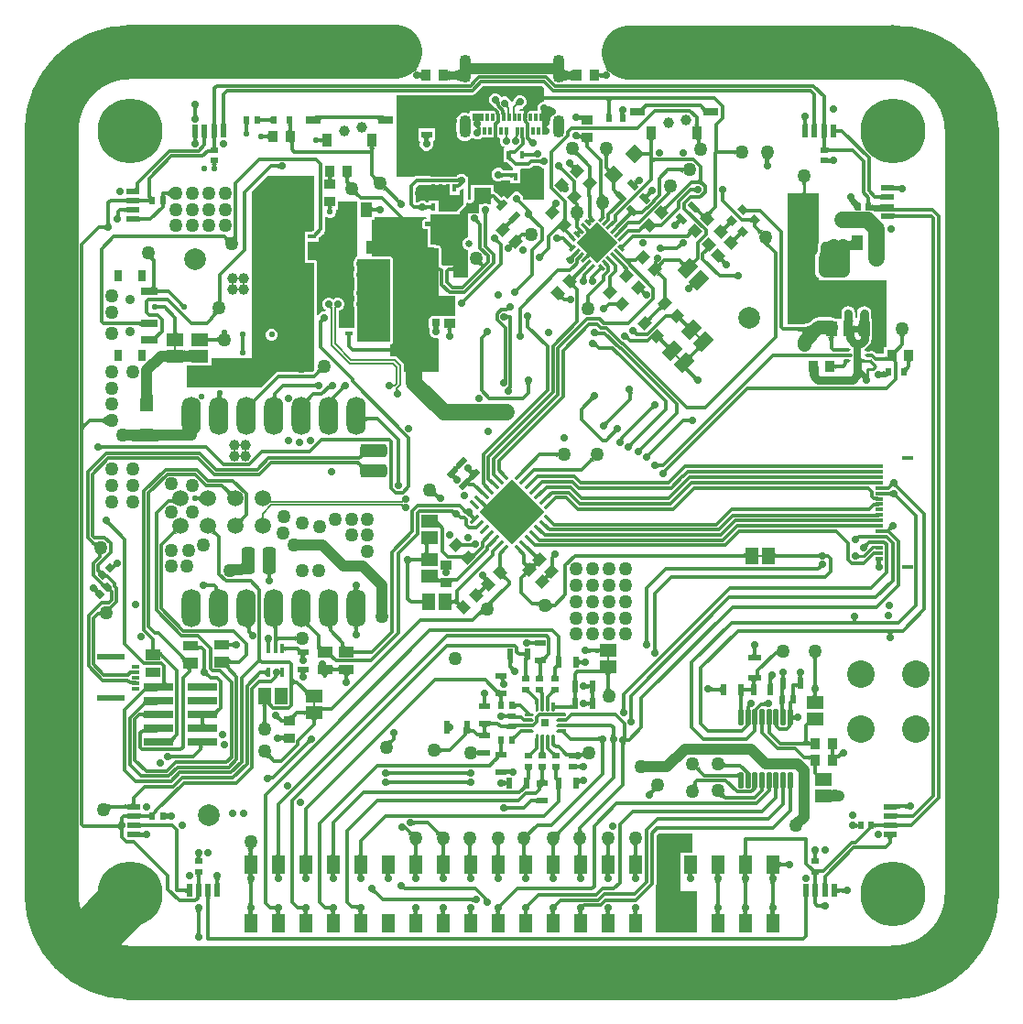
<source format=gbr>
%TF.GenerationSoftware,Altium Limited,Altium Designer,23.8.1 (32)*%
G04 Layer_Physical_Order=1*
G04 Layer_Color=255*
%FSLAX26Y26*%
%MOIN*%
%TF.SameCoordinates,3698AD17-5E89-47BC-9667-67594BD3CA53*%
%TF.FilePolarity,Positive*%
%TF.FileFunction,Copper,L1,Top,Signal*%
%TF.Part,Single*%
G01*
G75*
%TA.AperFunction,Conductor*%
%ADD10C,0.196850*%
%TA.AperFunction,SMDPad,CuDef*%
%ADD11C,0.050000*%
%ADD12R,0.039370X0.027559*%
%ADD13R,0.011811X0.027559*%
%ADD14R,0.015748X0.035433*%
%ADD15R,0.109843X0.029134*%
%ADD16R,0.047244X0.047244*%
%ADD17R,0.023622X0.027559*%
%ADD18R,0.037402X0.039370*%
G04:AMPARAMS|DCode=19|XSize=39.37mil|YSize=37.402mil|CornerRadius=0mil|HoleSize=0mil|Usage=FLASHONLY|Rotation=225.000|XOffset=0mil|YOffset=0mil|HoleType=Round|Shape=Rectangle|*
%AMROTATEDRECTD19*
4,1,4,0.000696,0.027143,0.027143,0.000696,-0.000696,-0.027143,-0.027143,-0.000696,0.000696,0.027143,0.0*
%
%ADD19ROTATEDRECTD19*%

G04:AMPARAMS|DCode=20|XSize=39.37mil|YSize=37.402mil|CornerRadius=0mil|HoleSize=0mil|Usage=FLASHONLY|Rotation=135.000|XOffset=0mil|YOffset=0mil|HoleType=Round|Shape=Rectangle|*
%AMROTATEDRECTD20*
4,1,4,0.027143,-0.000696,0.000696,-0.027143,-0.027143,0.000696,-0.000696,0.027143,0.027143,-0.000696,0.0*
%
%ADD20ROTATEDRECTD20*%

%ADD21R,0.039370X0.037402*%
%ADD22R,0.027559X0.023622*%
G04:AMPARAMS|DCode=23|XSize=27.559mil|YSize=23.622mil|CornerRadius=0mil|HoleSize=0mil|Usage=FLASHONLY|Rotation=135.000|XOffset=0mil|YOffset=0mil|HoleType=Round|Shape=Rectangle|*
%AMROTATEDRECTD23*
4,1,4,0.018095,-0.001392,0.001392,-0.018095,-0.018095,0.001392,-0.001392,0.018095,0.018095,-0.001392,0.0*
%
%ADD23ROTATEDRECTD23*%

G04:AMPARAMS|DCode=24|XSize=49.213mil|YSize=98.425mil|CornerRadius=12.303mil|HoleSize=0mil|Usage=FLASHONLY|Rotation=180.000|XOffset=0mil|YOffset=0mil|HoleType=Round|Shape=RoundedRectangle|*
%AMROUNDEDRECTD24*
21,1,0.049213,0.073819,0,0,180.0*
21,1,0.024606,0.098425,0,0,180.0*
1,1,0.024606,-0.012303,0.036909*
1,1,0.024606,0.012303,0.036909*
1,1,0.024606,0.012303,-0.036909*
1,1,0.024606,-0.012303,-0.036909*
%
%ADD24ROUNDEDRECTD24*%
%ADD25O,0.070000X0.140000*%
%TA.AperFunction,BGAPad,CuDef*%
%ADD26C,0.059055*%
%TA.AperFunction,SMDPad,CuDef*%
G04:AMPARAMS|DCode=27|XSize=49.213mil|YSize=98.425mil|CornerRadius=12.303mil|HoleSize=0mil|Usage=FLASHONLY|Rotation=270.000|XOffset=0mil|YOffset=0mil|HoleType=Round|Shape=RoundedRectangle|*
%AMROUNDEDRECTD27*
21,1,0.049213,0.073819,0,0,270.0*
21,1,0.024606,0.098425,0,0,270.0*
1,1,0.024606,-0.036909,-0.012303*
1,1,0.024606,-0.036909,0.012303*
1,1,0.024606,0.036909,0.012303*
1,1,0.024606,0.036909,-0.012303*
%
%ADD27ROUNDEDRECTD27*%
%ADD28R,0.031496X0.013780*%
%ADD29R,0.102362X0.023622*%
%ADD30R,0.031496X0.031496*%
%TA.AperFunction,BGAPad,CuDef*%
%ADD31C,0.009921*%
%TA.AperFunction,SMDPad,CuDef*%
%ADD32R,0.096457X0.094488*%
%ADD33R,0.015748X0.029528*%
%ADD34P,0.233846X4X360.0*%
G04:AMPARAMS|DCode=35|XSize=11.811mil|YSize=45.276mil|CornerRadius=0mil|HoleSize=0mil|Usage=FLASHONLY|Rotation=315.000|XOffset=0mil|YOffset=0mil|HoleType=Round|Shape=Round|*
%AMOVALD35*
21,1,0.033465,0.011811,0.000000,0.000000,45.0*
1,1,0.011811,-0.011832,-0.011832*
1,1,0.011811,0.011832,0.011832*
%
%ADD35OVALD35*%

G04:AMPARAMS|DCode=36|XSize=11.811mil|YSize=45.276mil|CornerRadius=0mil|HoleSize=0mil|Usage=FLASHONLY|Rotation=45.000|XOffset=0mil|YOffset=0mil|HoleType=Round|Shape=Round|*
%AMOVALD36*
21,1,0.033465,0.011811,0.000000,0.000000,135.0*
1,1,0.011811,0.011832,-0.011832*
1,1,0.011811,-0.011832,0.011832*
%
%ADD36OVALD36*%

%ADD37R,0.046000X0.063000*%
%ADD38P,0.066813X4X270.0*%
%ADD39R,0.031500X0.039370*%
%ADD40R,0.059060X0.027560*%
%ADD41R,0.035430X0.050000*%
%ADD42R,0.057090X0.031500*%
%ADD43R,0.029528X0.015748*%
%ADD44R,0.094488X0.096457*%
%ADD45R,0.063000X0.046000*%
%ADD46R,0.008000X0.025000*%
%ADD47C,0.078740*%
G04:AMPARAMS|DCode=48|XSize=23.622mil|YSize=9.842mil|CornerRadius=0mil|HoleSize=0mil|Usage=FLASHONLY|Rotation=315.000|XOffset=0mil|YOffset=0mil|HoleType=Round|Shape=Rectangle|*
%AMROTATEDRECTD48*
4,1,4,-0.011832,0.004872,-0.004872,0.011832,0.011832,-0.004872,0.004872,-0.011832,-0.011832,0.004872,0.0*
%
%ADD48ROTATEDRECTD48*%

G04:AMPARAMS|DCode=49|XSize=9.842mil|YSize=23.622mil|CornerRadius=0mil|HoleSize=0mil|Usage=FLASHONLY|Rotation=315.000|XOffset=0mil|YOffset=0mil|HoleType=Round|Shape=Rectangle|*
%AMROTATEDRECTD49*
4,1,4,-0.011832,-0.004872,0.004872,0.011832,0.011832,0.004872,-0.004872,-0.011832,-0.011832,-0.004872,0.0*
%
%ADD49ROTATEDRECTD49*%

%ADD50P,0.150330X4X360.0*%
G04:AMPARAMS|DCode=51|XSize=23.622mil|YSize=31.496mil|CornerRadius=0mil|HoleSize=0mil|Usage=FLASHONLY|Rotation=45.000|XOffset=0mil|YOffset=0mil|HoleType=Round|Shape=Rectangle|*
%AMROTATEDRECTD51*
4,1,4,0.002784,-0.019487,-0.019487,0.002784,-0.002784,0.019487,0.019487,-0.002784,0.002784,-0.019487,0.0*
%
%ADD51ROTATEDRECTD51*%

%ADD52R,0.031496X0.021654*%
G04:AMPARAMS|DCode=53|XSize=46mil|YSize=63mil|CornerRadius=0mil|HoleSize=0mil|Usage=FLASHONLY|Rotation=315.000|XOffset=0mil|YOffset=0mil|HoleType=Round|Shape=Rectangle|*
%AMROTATEDRECTD53*
4,1,4,-0.038537,-0.006010,0.006010,0.038537,0.038537,0.006010,-0.006010,-0.038537,-0.038537,-0.006010,0.0*
%
%ADD53ROTATEDRECTD53*%

%ADD54R,0.021654X0.031496*%
%ADD55R,0.016535X0.027559*%
%ADD56R,0.039370X0.023000*%
%ADD57R,0.023622X0.049213*%
%ADD58R,0.023000X0.039370*%
%ADD59R,0.049210X0.019690*%
%ADD60R,0.019690X0.049210*%
G04:AMPARAMS|DCode=61|XSize=25mil|YSize=8mil|CornerRadius=0mil|HoleSize=0mil|Usage=FLASHONLY|Rotation=315.000|XOffset=0mil|YOffset=0mil|HoleType=Round|Shape=Rectangle|*
%AMROTATEDRECTD61*
4,1,4,-0.011667,0.006010,-0.006010,0.011667,0.011667,-0.006010,0.006010,-0.011667,-0.011667,0.006010,0.0*
%
%ADD61ROTATEDRECTD61*%

G04:AMPARAMS|DCode=62|XSize=39.37mil|YSize=23mil|CornerRadius=0mil|HoleSize=0mil|Usage=FLASHONLY|Rotation=225.000|XOffset=0mil|YOffset=0mil|HoleType=Round|Shape=Rectangle|*
%AMROTATEDRECTD62*
4,1,4,0.005788,0.022051,0.022051,0.005788,-0.005788,-0.022051,-0.022051,-0.005788,0.005788,0.022051,0.0*
%
%ADD62ROTATEDRECTD62*%

G04:AMPARAMS|DCode=63|XSize=39.37mil|YSize=23mil|CornerRadius=0mil|HoleSize=0mil|Usage=FLASHONLY|Rotation=135.000|XOffset=0mil|YOffset=0mil|HoleType=Round|Shape=Rectangle|*
%AMROTATEDRECTD63*
4,1,4,0.022051,-0.005788,0.005788,-0.022051,-0.022051,0.005788,-0.005788,0.022051,0.022051,-0.005788,0.0*
%
%ADD63ROTATEDRECTD63*%

%ADD64R,0.047244X0.047244*%
%ADD65R,0.025000X0.008000*%
%ADD66R,0.025899X0.011515*%
G04:AMPARAMS|DCode=67|XSize=25.899mil|YSize=11.515mil|CornerRadius=5.757mil|HoleSize=0mil|Usage=FLASHONLY|Rotation=180.000|XOffset=0mil|YOffset=0mil|HoleType=Round|Shape=RoundedRectangle|*
%AMROUNDEDRECTD67*
21,1,0.025899,0.000000,0,0,180.0*
21,1,0.014384,0.011515,0,0,180.0*
1,1,0.011515,-0.007192,0.000000*
1,1,0.011515,0.007192,0.000000*
1,1,0.011515,0.007192,0.000000*
1,1,0.011515,-0.007192,0.000000*
%
%ADD67ROUNDEDRECTD67*%
%ADD68R,0.025591X0.064961*%
G04:AMPARAMS|DCode=69|XSize=17.716mil|YSize=59.055mil|CornerRadius=4.429mil|HoleSize=0mil|Usage=FLASHONLY|Rotation=180.000|XOffset=0mil|YOffset=0mil|HoleType=Round|Shape=RoundedRectangle|*
%AMROUNDEDRECTD69*
21,1,0.017716,0.050197,0,0,180.0*
21,1,0.008858,0.059055,0,0,180.0*
1,1,0.008858,-0.004429,0.025099*
1,1,0.008858,0.004429,0.025099*
1,1,0.008858,0.004429,-0.025099*
1,1,0.008858,-0.004429,-0.025099*
%
%ADD69ROUNDEDRECTD69*%
%ADD70R,0.043307X0.064961*%
%ADD71R,0.057087X0.037402*%
%ADD72R,0.057087X0.039370*%
%ADD73R,0.050000X0.066142*%
%ADD74R,0.027559X0.011811*%
%ADD75R,0.039370X0.011811*%
%ADD76R,0.049213X0.023622*%
%ADD77R,0.023622X0.031496*%
%ADD78R,0.039370X0.057087*%
%ADD79R,0.037402X0.057087*%
%TA.AperFunction,Conductor*%
%ADD80C,0.013798*%
%ADD81C,0.011916*%
%ADD82C,0.011916*%
%ADD83C,0.060000*%
%ADD84C,0.020000*%
%ADD85C,0.039370*%
%ADD86C,0.030000*%
%ADD87C,0.059055*%
%ADD88C,0.012000*%
%ADD89C,0.019685*%
%ADD90C,0.050000*%
%ADD91C,0.007054*%
%ADD92C,0.040000*%
%ADD93C,0.010000*%
%ADD94C,0.013798*%
%ADD95C,0.016000*%
%TA.AperFunction,ComponentPad*%
G04:AMPARAMS|DCode=96|XSize=43.307mil|YSize=102.362mil|CornerRadius=21.654mil|HoleSize=0mil|Usage=FLASHONLY|Rotation=180.000|XOffset=0mil|YOffset=0mil|HoleType=Round|Shape=RoundedRectangle|*
%AMROUNDEDRECTD96*
21,1,0.043307,0.059055,0,0,180.0*
21,1,0.000000,0.102362,0,0,180.0*
1,1,0.043307,0.000000,0.029528*
1,1,0.043307,0.000000,0.029528*
1,1,0.043307,0.000000,-0.029528*
1,1,0.043307,0.000000,-0.029528*
%
%ADD96ROUNDEDRECTD96*%
G04:AMPARAMS|DCode=97|XSize=43.307mil|YSize=82.677mil|CornerRadius=21.654mil|HoleSize=0mil|Usage=FLASHONLY|Rotation=180.000|XOffset=0mil|YOffset=0mil|HoleType=Round|Shape=RoundedRectangle|*
%AMROUNDEDRECTD97*
21,1,0.043307,0.039370,0,0,180.0*
21,1,0.000000,0.082677,0,0,180.0*
1,1,0.043307,0.000000,0.019685*
1,1,0.043307,0.000000,0.019685*
1,1,0.043307,0.000000,-0.019685*
1,1,0.043307,0.000000,-0.019685*
%
%ADD97ROUNDEDRECTD97*%
%TA.AperFunction,ViaPad*%
%ADD98C,0.236220*%
%TA.AperFunction,ComponentPad*%
%ADD99C,0.035430*%
%ADD100C,0.039370*%
%ADD101C,0.100000*%
%TA.AperFunction,ViaPad*%
%ADD102C,0.028000*%
%ADD103C,0.050000*%
%ADD104C,0.023622*%
%ADD105C,0.039370*%
%ADD106C,0.022000*%
%ADD107C,0.024803*%
G36*
X-180938Y1565836D02*
X-183473Y1567577D01*
X-186298Y1569135D01*
X-189415Y1570510D01*
X-192823Y1571701D01*
X-196523Y1572709D01*
X-200514Y1573534D01*
X-204796Y1574175D01*
X-210626Y1574628D01*
X-222423Y1573859D01*
X-225123Y1573357D01*
X-227223Y1572763D01*
X-228723Y1572078D01*
X-229623Y1571302D01*
X-229923Y1570435D01*
Y1609565D01*
X-229623Y1608698D01*
X-228723Y1607922D01*
X-227223Y1607237D01*
X-225123Y1606643D01*
X-222423Y1606141D01*
X-219123Y1605730D01*
X-213173Y1605342D01*
X-210003Y1605600D01*
X-205188Y1606350D01*
X-201094Y1607400D01*
X-197721Y1608750D01*
X-195070Y1610400D01*
X-193140Y1612350D01*
X-191931Y1614600D01*
X-191444Y1617150D01*
X-191678Y1620000D01*
X-180938Y1565836D01*
D02*
G37*
G36*
X-330077Y1597326D02*
X-329094Y1597160D01*
X-327791Y1597015D01*
X-324890Y1596899D01*
Y1583101D01*
X-326389Y1583072D01*
X-329094Y1582840D01*
X-330077Y1582674D01*
Y1576202D01*
X-330215Y1577513D01*
X-330629Y1578685D01*
X-331319Y1579720D01*
X-332285Y1580617D01*
X-333526Y1581376D01*
X-333735Y1581461D01*
X-334141Y1581244D01*
X-334857Y1580751D01*
X-335474Y1580200D01*
Y1582113D01*
X-336838Y1582480D01*
X-338908Y1582825D01*
X-341253Y1583032D01*
X-343875Y1583101D01*
Y1596899D01*
X-341253Y1596968D01*
X-338908Y1597175D01*
X-336838Y1597520D01*
X-335474Y1597887D01*
Y1599800D01*
X-334857Y1599249D01*
X-334141Y1598756D01*
X-333735Y1598539D01*
X-333526Y1598624D01*
X-332285Y1599383D01*
X-331319Y1600280D01*
X-330629Y1601315D01*
X-330215Y1602487D01*
X-330077Y1603798D01*
Y1597326D01*
D02*
G37*
G36*
X-444148Y1600001D02*
X-447044Y1599953D01*
X-449796Y1599750D01*
X-452404Y1599391D01*
X-454868Y1598876D01*
X-457187Y1598206D01*
X-459361Y1597381D01*
X-461392Y1596400D01*
X-463278Y1595263D01*
X-465020Y1593971D01*
X-466617Y1592524D01*
X-476374Y1602281D01*
X-474926Y1603878D01*
X-473634Y1605620D01*
X-472498Y1607506D01*
X-471517Y1609536D01*
X-470692Y1611711D01*
X-470022Y1614030D01*
X-469507Y1616494D01*
X-469148Y1619101D01*
X-468944Y1621853D01*
X-468896Y1624750D01*
X-444148Y1600001D01*
D02*
G37*
G36*
X320215Y1602487D02*
X320629Y1601315D01*
X321319Y1600280D01*
X322285Y1599383D01*
X323526Y1598624D01*
X325044Y1598003D01*
X326838Y1597520D01*
X328572Y1597231D01*
X329357Y1597363D01*
X330464Y1597624D01*
X331474Y1597944D01*
X332385Y1598321D01*
X333199Y1598756D01*
X333914Y1599249D01*
X334532Y1599800D01*
Y1580200D01*
X333914Y1580751D01*
X333199Y1581244D01*
X332385Y1581679D01*
X331474Y1582056D01*
X330464Y1582376D01*
X329357Y1582637D01*
X328572Y1582769D01*
X326838Y1582480D01*
X325044Y1581997D01*
X323526Y1581376D01*
X322285Y1580617D01*
X321319Y1579720D01*
X320629Y1578685D01*
X320215Y1577513D01*
X320077Y1576202D01*
Y1603798D01*
X320215Y1602487D01*
D02*
G37*
G36*
X191444Y1617150D02*
X191931Y1614600D01*
X193140Y1612350D01*
X195070Y1610400D01*
X197721Y1608750D01*
X201094Y1607400D01*
X205188Y1606350D01*
X208268Y1605870D01*
X212423Y1606141D01*
X215123Y1606643D01*
X217223Y1607237D01*
X218723Y1607922D01*
X219623Y1608698D01*
X219923Y1609565D01*
Y1605045D01*
X221798Y1605000D01*
X219923Y1581632D01*
Y1570435D01*
X219623Y1571302D01*
X218723Y1572078D01*
X217223Y1572763D01*
X215123Y1573357D01*
X212423Y1573859D01*
X209123Y1574270D01*
X207431Y1574380D01*
X204796Y1574175D01*
X200514Y1573534D01*
X196523Y1572709D01*
X192823Y1571701D01*
X189415Y1570510D01*
X186298Y1569135D01*
X183473Y1567577D01*
X180938Y1565836D01*
X191678Y1620000D01*
X191444Y1617150D01*
D02*
G37*
G36*
X372104Y1502826D02*
X369841Y1502707D01*
X367815Y1502350D01*
X366027Y1501754D01*
X364478Y1500920D01*
X363168Y1499847D01*
X362095Y1498536D01*
X361261Y1496987D01*
X360665Y1495200D01*
X360308Y1493174D01*
X360188Y1490910D01*
X348272D01*
X348153Y1493174D01*
X347796Y1495200D01*
X347200Y1496987D01*
X346366Y1498536D01*
X345293Y1499847D01*
X343983Y1500920D01*
X342434Y1501754D01*
X340646Y1502350D01*
X338620Y1502707D01*
X336356Y1502826D01*
X354231Y1514742D01*
X372104Y1502826D01*
D02*
G37*
G36*
X-44479Y1482031D02*
X-56395Y1479928D01*
X-56437Y1481291D01*
X-56564Y1482521D01*
X-56776Y1483617D01*
X-57072Y1484579D01*
X-57452Y1485408D01*
X-57917Y1486104D01*
X-58467Y1486666D01*
X-59102Y1487095D01*
X-59820Y1487390D01*
X-60624Y1487553D01*
X-45422Y1498282D01*
X-44479Y1482031D01*
D02*
G37*
G36*
X26602Y1479725D02*
X25120Y1480126D01*
X23700Y1480390D01*
X22341Y1480518D01*
X21045Y1480511D01*
X19811Y1480367D01*
X18639Y1480087D01*
X17529Y1479670D01*
X16481Y1479118D01*
X15495Y1478429D01*
X14571Y1477605D01*
X11133Y1484143D01*
X11818Y1484894D01*
X12487Y1485764D01*
X13141Y1486751D01*
X13779Y1487857D01*
X14403Y1489081D01*
X15604Y1491883D01*
X16181Y1493461D01*
X17291Y1496972D01*
X26602Y1479725D01*
D02*
G37*
G36*
X491623Y1475302D02*
X489809Y1473430D01*
X487016Y1470170D01*
X486036Y1468781D01*
X485333Y1467553D01*
X484908Y1466486D01*
X484761Y1465579D01*
X484892Y1464834D01*
X485300Y1464250D01*
X485986Y1463827D01*
X465832Y1472203D01*
X466748Y1472009D01*
X467847Y1472115D01*
X469128Y1472520D01*
X470591Y1473224D01*
X472236Y1474227D01*
X474063Y1475529D01*
X476073Y1477130D01*
X480640Y1481230D01*
X483197Y1483728D01*
X491623Y1475302D01*
D02*
G37*
G36*
X-12737Y1481024D02*
X-12814Y1480687D01*
X-12813Y1480320D01*
X-12735Y1479925D01*
X-12578Y1479500D01*
X-12344Y1479046D01*
X-12031Y1478563D01*
X-11641Y1478051D01*
X-11173Y1477509D01*
X-10627Y1476939D01*
X-15615Y1471950D01*
X-16362Y1472678D01*
X-18330Y1474354D01*
X-18895Y1474743D01*
X-19415Y1475049D01*
X-19890Y1475270D01*
X-20319Y1475406D01*
X-20703Y1475458D01*
X-21041Y1475426D01*
X-12582Y1481332D01*
X-12737Y1481024D01*
D02*
G37*
G36*
X-1141313Y1475661D02*
X-1142056Y1474884D01*
X-1142720Y1474035D01*
X-1143307Y1473114D01*
X-1143815Y1472121D01*
X-1144245Y1471056D01*
X-1144597Y1469918D01*
X-1144870Y1468708D01*
X-1145066Y1467426D01*
X-1145183Y1466072D01*
X-1145222Y1464646D01*
X-1157138Y1464870D01*
X-1157176Y1466295D01*
X-1157289Y1467651D01*
X-1157477Y1468937D01*
X-1157742Y1470154D01*
X-1158081Y1471301D01*
X-1158496Y1472379D01*
X-1158986Y1473387D01*
X-1159552Y1474326D01*
X-1160194Y1475195D01*
X-1160910Y1475995D01*
X-1141313Y1475661D01*
D02*
G37*
G36*
X697204Y1478599D02*
X702801Y1473878D01*
X704325Y1472880D01*
X705678Y1472169D01*
X706860Y1471746D01*
X707871Y1471610D01*
X708712Y1471763D01*
X709381Y1472203D01*
X695116Y1457938D01*
X695556Y1458607D01*
X695709Y1459447D01*
X695573Y1460459D01*
X695150Y1461641D01*
X694439Y1462994D01*
X693441Y1464518D01*
X692155Y1466213D01*
X688720Y1470115D01*
X686570Y1472323D01*
X694996Y1480749D01*
X697204Y1478599D01*
D02*
G37*
G36*
X129710Y1465566D02*
X130265Y1460147D01*
X130751Y1457945D01*
X131375Y1456082D01*
X132138Y1454558D01*
X133039Y1453373D01*
X134080Y1452526D01*
X135259Y1452018D01*
X136577Y1451849D01*
X102705D01*
X104023Y1452018D01*
X105202Y1452526D01*
X106242Y1453373D01*
X107144Y1454558D01*
X107907Y1456082D01*
X108531Y1457945D01*
X109017Y1460147D01*
X109364Y1462687D01*
X109572Y1465566D01*
X109641Y1468784D01*
X129641D01*
X129710Y1465566D01*
D02*
G37*
G36*
X-9558Y1457562D02*
X-9453Y1456363D01*
X-9276Y1455305D01*
X-9029Y1454388D01*
X-8712Y1453612D01*
X-8324Y1452977D01*
X-7865Y1452483D01*
X-7336Y1452131D01*
X-6737Y1451919D01*
X-6066Y1451849D01*
X-15628D01*
X-15822Y1451919D01*
X-15995Y1452131D01*
X-16148Y1452483D01*
X-16281Y1452977D01*
X-16393Y1453612D01*
X-16485Y1454388D01*
X-16607Y1456363D01*
X-16648Y1458903D01*
X-9594D01*
X-9558Y1457562D01*
D02*
G37*
G36*
X360236Y1458353D02*
X360616Y1454540D01*
X360948Y1452991D01*
X361376Y1451680D01*
X361898Y1450607D01*
X362515Y1449773D01*
X363228Y1449177D01*
X364035Y1448820D01*
X364937Y1448701D01*
X343524D01*
X344426Y1448820D01*
X345233Y1449177D01*
X345946Y1449773D01*
X346563Y1450607D01*
X347085Y1451680D01*
X347513Y1452991D01*
X347845Y1454540D01*
X348083Y1456327D01*
X348225Y1458353D01*
X348272Y1460617D01*
X360188D01*
X360236Y1458353D01*
D02*
G37*
G36*
X118110Y1543562D02*
Y1494315D01*
X113336D01*
X104515Y1490661D01*
X97764Y1483910D01*
X94110Y1475089D01*
Y1465541D01*
X91723Y1461968D01*
X52992D01*
Y1459456D01*
X60703Y1456425D01*
X59824Y1455977D01*
X59037Y1455418D01*
X58343Y1454748D01*
X57742Y1453966D01*
X57233Y1453073D01*
X56816Y1452069D01*
X56492Y1450954D01*
X56261Y1449727D01*
X56122Y1448389D01*
X56076Y1446940D01*
X52992Y1447185D01*
Y1421213D01*
X47982Y1418143D01*
X45433Y1420086D01*
Y1447785D01*
X44160Y1447886D01*
X44143Y1450188D01*
X43549Y1459261D01*
X43328Y1460588D01*
X42982Y1461968D01*
X28017D01*
X27935Y1462208D01*
X32860Y1469098D01*
X35518D01*
X44339Y1472752D01*
X51090Y1479503D01*
X54744Y1488324D01*
Y1497872D01*
X51090Y1506693D01*
X44339Y1513445D01*
X35518Y1517098D01*
X25970D01*
X17149Y1513445D01*
X10398Y1506693D01*
X7874Y1500599D01*
X7569Y1500044D01*
X7327Y1499279D01*
X6744Y1497872D01*
X482Y1495919D01*
X-995Y1496003D01*
X-1201Y1496090D01*
X-3916Y1502645D01*
X-10668Y1509396D01*
X-19489Y1513050D01*
X-29036D01*
X-36582Y1509924D01*
X-38709Y1515059D01*
X-45460Y1521811D01*
X-54281Y1525464D01*
X-63829D01*
X-72650Y1521811D01*
X-79401Y1515059D01*
X-83055Y1506238D01*
Y1496690D01*
X-79401Y1487870D01*
X-72650Y1481118D01*
X-70602Y1480270D01*
X-70386Y1480662D01*
X-70200Y1480103D01*
X-66432Y1478543D01*
X-66428Y1478521D01*
X-66436Y1478157D01*
X-66271Y1477733D01*
X-65510Y1473906D01*
X-64895Y1473438D01*
X-63763Y1472685D01*
X-62532Y1471965D01*
X-63334Y1470506D01*
X-62233Y1468858D01*
X-62901Y1465804D01*
X-64489Y1461968D01*
X-68023D01*
X-68269Y1461520D01*
X-69140Y1461968D01*
X-116584D01*
X-117116Y1462189D01*
X-126664D01*
X-127196Y1461968D01*
X-151732D01*
Y1456954D01*
X-158622Y1452351D01*
X-161815Y1453673D01*
X-170079Y1454761D01*
X-178342Y1453673D01*
X-186042Y1450484D01*
X-192654Y1445410D01*
X-197728Y1438798D01*
X-200917Y1431098D01*
X-202005Y1422835D01*
Y1383465D01*
X-200917Y1375201D01*
X-197728Y1367501D01*
X-192654Y1360889D01*
X-186042Y1355815D01*
X-178342Y1352626D01*
X-170079Y1351538D01*
X-161815Y1352626D01*
X-154115Y1355815D01*
X-147503Y1360889D01*
X-146601Y1362065D01*
X-139726Y1362515D01*
X-137611Y1360400D01*
X-128790Y1356746D01*
X-119242D01*
X-110421Y1360400D01*
X-107593Y1363228D01*
X-62835D01*
Y1404220D01*
X-59055Y1406403D01*
X-55276Y1404220D01*
Y1363228D01*
X-44953D01*
X-41125Y1357500D01*
X-41166Y1357400D01*
Y1347852D01*
X-37513Y1339031D01*
X-30761Y1332280D01*
X-26494Y1330512D01*
X-27864Y1323622D01*
X-30448D01*
Y1286967D01*
X-30509Y1286726D01*
X-30455Y1286350D01*
X-30522Y1285974D01*
X-30448Y1285639D01*
Y1276063D01*
X-21112D01*
X-20871Y1276002D01*
X-19823Y1275946D01*
X-19260Y1275856D01*
X-18611Y1275686D01*
X-17859Y1275410D01*
X-16997Y1275008D01*
X-16029Y1274459D01*
X-15086Y1273832D01*
X-13002Y1272143D01*
X4328Y1254812D01*
X4328Y1254812D01*
X4918Y1254418D01*
X5070Y1246039D01*
X3962Y1244882D01*
X-4857D01*
Y1243877D01*
X-27885D01*
X-28084Y1243904D01*
X-33891Y1249710D01*
X-42712Y1253364D01*
X-52259D01*
X-61080Y1249710D01*
X-67832Y1242959D01*
X-71485Y1234138D01*
Y1224590D01*
X-67832Y1215769D01*
X-61080Y1209018D01*
X-52259Y1205364D01*
X-42712D01*
X-33891Y1209018D01*
X-33700Y1209209D01*
X-33514Y1209253D01*
X-33217Y1209300D01*
X-31628Y1209417D01*
X-5612D01*
X-4857Y1209350D01*
Y1197323D01*
X31678D01*
Y1243156D01*
X31678Y1244882D01*
X35843Y1250046D01*
X59558D01*
X59558Y1250046D01*
X65785Y1251285D01*
X71063Y1254812D01*
X76772Y1260521D01*
X98816D01*
X99247Y1260457D01*
X99735Y1260348D01*
X100109Y1260235D01*
X100378Y1260129D01*
X100562Y1260037D01*
X100682Y1259963D01*
X100761Y1259903D01*
X101186Y1259509D01*
X101873Y1259088D01*
X104515Y1256445D01*
X113336Y1252792D01*
X118110D01*
Y1136260D01*
X45922D01*
X41883Y1140299D01*
X41625Y1140648D01*
X41355Y1141072D01*
X41172Y1141415D01*
X41056Y1141681D01*
X40991Y1141875D01*
X40959Y1142012D01*
X40945Y1142111D01*
X40923Y1142689D01*
X40736Y1143473D01*
Y1147210D01*
X37082Y1156032D01*
X30330Y1162783D01*
X21509Y1166437D01*
X11962D01*
X3141Y1162783D01*
X-3611Y1156032D01*
X-7264Y1147210D01*
Y1143110D01*
X-14154Y1140256D01*
X-28664Y1154766D01*
X-38149Y1145280D01*
X-53233Y1160365D01*
X-54242Y1161875D01*
X-59521Y1165402D01*
X-64247Y1166342D01*
Y1192028D01*
X-147247D01*
Y1136260D01*
X-157480D01*
Y1220472D01*
X-161040D01*
X-161655Y1221957D01*
X-168406Y1228708D01*
X-177008Y1232271D01*
Y1232087D01*
X-187440D01*
X-195596Y1228708D01*
X-197874Y1226430D01*
Y1220276D01*
X-294331D01*
Y1224632D01*
X-345289D01*
X-345290Y1224632D01*
X-351517Y1223394D01*
X-355889Y1220472D01*
X-417202D01*
Y1519162D01*
X-192177D01*
X-190594Y1518848D01*
X-190593Y1518848D01*
X-142322D01*
X-142321Y1518848D01*
X-136095Y1520086D01*
X-130816Y1523613D01*
X-104086Y1550344D01*
X111328D01*
X118110Y1543562D01*
D02*
G37*
G36*
X410380Y1459877D02*
X410685Y1455462D01*
X410817Y1454571D01*
X413243D01*
X412692Y1453953D01*
X412199Y1453238D01*
X411764Y1452424D01*
X411454Y1451676D01*
X411713Y1450909D01*
X412208Y1449943D01*
X412779Y1449253D01*
X413426Y1448839D01*
X414150Y1448701D01*
X410689D01*
X410603Y1448190D01*
X410458Y1446887D01*
X410342Y1443987D01*
X396544D01*
X396515Y1445486D01*
X396283Y1448190D01*
X396197Y1448701D01*
X392736D01*
X393460Y1448839D01*
X394107Y1449253D01*
X394678Y1449943D01*
X395173Y1450909D01*
X395432Y1451676D01*
X395123Y1452424D01*
X394688Y1453238D01*
X394194Y1453953D01*
X393643Y1454571D01*
X396069D01*
X396201Y1455462D01*
X396392Y1457532D01*
X396544Y1462499D01*
X410342D01*
X410380Y1459877D01*
D02*
G37*
G36*
X254113Y1441460D02*
X254403Y1441431D01*
X255839Y1441387D01*
X254113Y1433572D01*
Y1423513D01*
X253993Y1424645D01*
X253632Y1425658D01*
X253030Y1426551D01*
X252187Y1427326D01*
X251104Y1427981D01*
X249780Y1428517D01*
X248216Y1428935D01*
X247826Y1428999D01*
X246699Y1428751D01*
X245582Y1428434D01*
X244525Y1428060D01*
X243531Y1427628D01*
X242597Y1427139D01*
X241725Y1426592D01*
X242293Y1429465D01*
X242077Y1429471D01*
Y1441387D01*
X244364Y1441446D01*
X244669Y1441473D01*
X245529Y1445819D01*
X246155Y1444977D01*
X246871Y1444223D01*
X247677Y1443559D01*
X248573Y1442982D01*
X249559Y1442495D01*
X249874Y1442378D01*
X251104Y1442876D01*
X252187Y1443532D01*
X253030Y1444306D01*
X253632Y1445200D01*
X253993Y1446213D01*
X254113Y1447345D01*
Y1441460D01*
D02*
G37*
G36*
X-1145184Y1451218D02*
X-1145068Y1449863D01*
X-1144876Y1448579D01*
X-1144607Y1447366D01*
X-1144262Y1446224D01*
X-1143839Y1445152D01*
X-1143339Y1444151D01*
X-1142763Y1443221D01*
X-1142110Y1442362D01*
X-1141380Y1441573D01*
X-1160980D01*
X-1160250Y1442362D01*
X-1159597Y1443221D01*
X-1159021Y1444151D01*
X-1158521Y1445152D01*
X-1158099Y1446224D01*
X-1157753Y1447366D01*
X-1157484Y1448579D01*
X-1157292Y1449863D01*
X-1157176Y1451218D01*
X-1157138Y1452644D01*
X-1145222D01*
X-1145184Y1451218D01*
D02*
G37*
G36*
X-120571Y1427075D02*
X-116086Y1425448D01*
X-116956Y1424977D01*
X-117396Y1424649D01*
X-116323D01*
X-117148Y1424545D01*
X-117886Y1424231D01*
X-117955Y1424175D01*
X-118421Y1423708D01*
X-119016Y1422911D01*
X-119519Y1422005D01*
X-119931Y1420990D01*
X-119997Y1420759D01*
X-120273Y1419524D01*
X-120490Y1417955D01*
X-120620Y1416177D01*
X-120664Y1414189D01*
X-132664D01*
X-132707Y1416177D01*
X-133054Y1419524D01*
X-133358Y1420884D01*
X-133749Y1422034D01*
X-134226Y1422976D01*
X-134791Y1423708D01*
X-135442Y1424231D01*
X-136179Y1424545D01*
X-137004Y1424649D01*
X-132848D01*
X-132959Y1426222D01*
X-133126Y1427386D01*
X-133569Y1429499D01*
X-133846Y1430448D01*
X-134161Y1431326D01*
X-134512Y1432132D01*
X-132673Y1431465D01*
X-132664Y1433415D01*
X-120664D01*
X-120571Y1427075D01*
D02*
G37*
G36*
X-486106Y1443780D02*
X-485986Y1426273D01*
X-486114Y1427405D01*
X-486481Y1428418D01*
X-487087Y1429312D01*
X-487932Y1430086D01*
X-489016Y1430742D01*
X-490339Y1431278D01*
X-491901Y1431695D01*
X-493702Y1431993D01*
X-495743Y1432171D01*
X-498022Y1432231D01*
Y1444147D01*
X-486106Y1443780D01*
D02*
G37*
G36*
X-683080Y1432231D02*
X-685360Y1432171D01*
X-687400Y1431993D01*
X-689201Y1431695D01*
X-690764Y1431278D01*
X-692087Y1430742D01*
X-693171Y1430086D01*
X-694016Y1429312D01*
X-694622Y1428418D01*
X-694989Y1427405D01*
X-695116Y1426273D01*
X-694996Y1443780D01*
X-694877Y1443849D01*
X-694520Y1443912D01*
X-693924Y1443967D01*
X-690706Y1444088D01*
X-683080Y1444147D01*
Y1432231D01*
D02*
G37*
G36*
X132052Y1424576D02*
X131847Y1424356D01*
X131666Y1423990D01*
X131509Y1423477D01*
X131376Y1422818D01*
X131268Y1422012D01*
X131123Y1419960D01*
X131075Y1417323D01*
X119075D01*
X119062Y1418715D01*
X118773Y1422818D01*
X118640Y1423477D01*
X118483Y1423990D01*
X118302Y1424356D01*
X118097Y1424576D01*
X117868Y1424649D01*
X132281D01*
X132052Y1424576D01*
D02*
G37*
G36*
X-876729Y1416234D02*
X-876849Y1417366D01*
X-877210Y1418378D01*
X-877812Y1419272D01*
X-878654Y1420047D01*
X-879738Y1420702D01*
X-881062Y1421238D01*
X-882626Y1421655D01*
X-884432Y1421953D01*
X-886478Y1422132D01*
X-888765Y1422191D01*
Y1434108D01*
X-886478Y1434167D01*
X-884432Y1434346D01*
X-882626Y1434644D01*
X-881062Y1435061D01*
X-879738Y1435597D01*
X-878654Y1436252D01*
X-877812Y1437027D01*
X-877210Y1437921D01*
X-876849Y1438934D01*
X-876729Y1440065D01*
Y1416234D01*
D02*
G37*
G36*
X-913387Y1438934D02*
X-913029Y1437921D01*
X-912433Y1437027D01*
X-911599Y1436252D01*
X-910527Y1435597D01*
X-909216Y1435061D01*
X-907667Y1434644D01*
X-905880Y1434346D01*
X-903854Y1434167D01*
X-901590Y1434108D01*
Y1422191D01*
X-903854Y1422132D01*
X-905880Y1421953D01*
X-907667Y1421655D01*
X-909216Y1421238D01*
X-910527Y1420702D01*
X-911599Y1420047D01*
X-912433Y1419272D01*
X-913029Y1418378D01*
X-913387Y1417366D01*
X-913506Y1416234D01*
Y1440065D01*
X-913387Y1438934D01*
D02*
G37*
G36*
X1143716Y1422107D02*
X1144017Y1418294D01*
X1144281Y1416745D01*
X1144620Y1415434D01*
X1145034Y1414362D01*
X1145524Y1413527D01*
X1146089Y1412932D01*
X1146729Y1412574D01*
X1147445Y1412455D01*
X1127995D01*
X1128711Y1412574D01*
X1129351Y1412932D01*
X1129916Y1413527D01*
X1130406Y1414362D01*
X1130820Y1415434D01*
X1131159Y1416745D01*
X1131423Y1418294D01*
X1131611Y1420081D01*
X1131762Y1424371D01*
X1143678D01*
X1143716Y1422107D01*
D02*
G37*
G36*
X1108276D02*
X1108577Y1418294D01*
X1108841Y1416745D01*
X1109180Y1415434D01*
X1109594Y1414362D01*
X1110084Y1413527D01*
X1110649Y1412932D01*
X1111289Y1412574D01*
X1112005Y1412455D01*
X1092555D01*
X1093271Y1412574D01*
X1093911Y1412932D01*
X1094476Y1413527D01*
X1094966Y1414362D01*
X1095380Y1415434D01*
X1095719Y1416745D01*
X1095983Y1418294D01*
X1096171Y1420081D01*
X1096322Y1424371D01*
X1108238D01*
X1108276Y1422107D01*
D02*
G37*
G36*
X1076796Y1432606D02*
X1076356Y1431875D01*
X1075969Y1431047D01*
X1075633Y1430123D01*
X1075349Y1429103D01*
X1075116Y1427986D01*
X1074935Y1426773D01*
X1074734Y1424126D01*
X1074741Y1423632D01*
X1075048Y1419216D01*
X1075317Y1417422D01*
X1075663Y1415905D01*
X1076086Y1414663D01*
X1076585Y1413697D01*
X1077162Y1413007D01*
X1077815Y1412593D01*
X1078545Y1412455D01*
X1059095D01*
X1059439Y1412593D01*
X1059746Y1413007D01*
X1060018Y1413697D01*
X1060253Y1414663D01*
X1060452Y1415905D01*
X1060741Y1419216D01*
X1060865Y1422977D01*
X1060619Y1425584D01*
X1060398Y1426778D01*
X1060113Y1427871D01*
X1059764Y1428862D01*
X1059353Y1429753D01*
X1058878Y1430542D01*
X1058340Y1431230D01*
X1057738Y1431817D01*
X1077287Y1433240D01*
X1076796Y1432606D01*
D02*
G37*
G36*
X-1042824Y1422107D02*
X-1042523Y1418294D01*
X-1042259Y1416745D01*
X-1041920Y1415434D01*
X-1041506Y1414362D01*
X-1041016Y1413527D01*
X-1040451Y1412932D01*
X-1039811Y1412574D01*
X-1039095Y1412455D01*
X-1058545D01*
X-1057829Y1412574D01*
X-1057189Y1412932D01*
X-1056624Y1413527D01*
X-1056134Y1414362D01*
X-1055720Y1415434D01*
X-1055381Y1416745D01*
X-1055117Y1418294D01*
X-1054929Y1420081D01*
X-1054778Y1424371D01*
X-1042862D01*
X-1042824Y1422107D01*
D02*
G37*
G36*
X-1076284D02*
X-1075983Y1418294D01*
X-1075719Y1416745D01*
X-1075380Y1415434D01*
X-1074966Y1414362D01*
X-1074476Y1413527D01*
X-1073911Y1412932D01*
X-1073271Y1412574D01*
X-1072555Y1412455D01*
X-1092005D01*
X-1091289Y1412574D01*
X-1090649Y1412932D01*
X-1090084Y1413527D01*
X-1089594Y1414362D01*
X-1089180Y1415434D01*
X-1088841Y1416745D01*
X-1088577Y1418294D01*
X-1088389Y1420081D01*
X-1088238Y1424371D01*
X-1076322D01*
X-1076284Y1422107D01*
D02*
G37*
G36*
X679249Y1416402D02*
X679428Y1414356D01*
X679725Y1412550D01*
X680143Y1410986D01*
X680679Y1409662D01*
X681334Y1408579D01*
X682109Y1407736D01*
X683002Y1407134D01*
X684015Y1406773D01*
X685147Y1406653D01*
X661315D01*
X662447Y1406773D01*
X663460Y1407134D01*
X664354Y1407736D01*
X665128Y1408579D01*
X665784Y1409662D01*
X666320Y1410986D01*
X666737Y1412550D01*
X667035Y1414356D01*
X667214Y1416402D01*
X667273Y1418689D01*
X679189D01*
X679249Y1416402D01*
D02*
G37*
G36*
X-953965Y1414371D02*
X-954940Y1414013D01*
X-955800Y1413418D01*
X-956545Y1412583D01*
X-957176Y1411511D01*
X-957692Y1410200D01*
X-958093Y1408651D01*
X-958380Y1406864D01*
X-958552Y1404838D01*
X-958609Y1402574D01*
X-970525D01*
X-970582Y1404838D01*
X-970754Y1406864D01*
X-971041Y1408651D01*
X-971442Y1410200D01*
X-971958Y1411511D01*
X-972589Y1412583D01*
X-973334Y1413418D01*
X-974194Y1414013D01*
X-975169Y1414371D01*
X-976258Y1414490D01*
X-952876D01*
X-953965Y1414371D01*
D02*
G37*
G36*
X-796380Y1412522D02*
X-797189Y1412402D01*
X-797912Y1412045D01*
X-798551Y1411449D01*
X-799104Y1410615D01*
X-799572Y1409543D01*
X-799955Y1408232D01*
X-800253Y1406683D01*
X-800466Y1404895D01*
X-800594Y1402870D01*
X-800636Y1400605D01*
X-812552D01*
X-812612Y1402887D01*
X-812791Y1404928D01*
X-813089Y1406730D01*
X-813506Y1408293D01*
X-814042Y1409616D01*
X-814697Y1410700D01*
X-815472Y1411545D01*
X-816365Y1412150D01*
X-817378Y1412515D01*
X-818510Y1412641D01*
X-796380Y1412522D01*
D02*
G37*
G36*
X128708Y1403802D02*
X127852Y1403496D01*
X127087Y1403061D01*
X126411Y1402497D01*
X125826Y1401805D01*
X125390Y1401083D01*
X125549Y1400977D01*
X125864Y1400885D01*
X125149Y1400559D01*
X124925Y1400035D01*
X124610Y1398957D01*
X124385Y1397750D01*
X124250Y1396414D01*
X124205Y1394950D01*
X115632Y1396217D01*
X112323Y1394708D01*
X112294Y1396711D01*
X112205Y1396724D01*
X111801Y1412872D01*
X128708Y1403802D01*
D02*
G37*
G36*
X-800577Y1397304D02*
X-800398Y1395258D01*
X-800100Y1393453D01*
X-799683Y1391888D01*
X-799147Y1390564D01*
X-798491Y1389481D01*
X-797717Y1388638D01*
X-796823Y1388037D01*
X-795810Y1387676D01*
X-794678Y1387555D01*
X-818510D01*
X-817378Y1387676D01*
X-816365Y1388037D01*
X-815472Y1388638D01*
X-814697Y1389481D01*
X-814042Y1390564D01*
X-813506Y1391888D01*
X-813089Y1393453D01*
X-812791Y1395258D01*
X-812612Y1397304D01*
X-812552Y1399591D01*
X-800636D01*
X-800577Y1397304D01*
D02*
G37*
G36*
X-958591Y1392589D02*
X-958330Y1389505D01*
X-958173Y1388660D01*
X-957982Y1387907D01*
X-957755Y1387245D01*
X-957494Y1386674D01*
X-957198Y1386196D01*
X-956867Y1385808D01*
X-972267D01*
X-971936Y1386196D01*
X-971640Y1386674D01*
X-971379Y1387245D01*
X-971152Y1387907D01*
X-970960Y1388660D01*
X-970804Y1389505D01*
X-970682Y1390441D01*
X-970542Y1392589D01*
X-970525Y1393800D01*
X-958609D01*
X-958591Y1392589D01*
D02*
G37*
G36*
X1180905Y1398754D02*
X1181266Y1397741D01*
X1181868Y1396847D01*
X1182711Y1396073D01*
X1183794Y1395418D01*
X1185118Y1394881D01*
X1186683Y1394464D01*
X1188488Y1394166D01*
X1190534Y1393988D01*
X1192821Y1393928D01*
Y1382012D01*
X1190534Y1381952D01*
X1188488Y1381774D01*
X1186683Y1381476D01*
X1185118Y1381059D01*
X1183794Y1380523D01*
X1182711Y1379867D01*
X1181868Y1379093D01*
X1181266Y1378199D01*
X1180905Y1377186D01*
X1180785Y1376054D01*
Y1399886D01*
X1180905Y1398754D01*
D02*
G37*
G36*
X254113Y1373965D02*
X254229Y1373954D01*
X255662Y1373911D01*
X254113Y1364481D01*
Y1356037D01*
X253993Y1357169D01*
X253632Y1358182D01*
X253030Y1359076D01*
X252187Y1359850D01*
X251104Y1360506D01*
X249780Y1361042D01*
X248234Y1361454D01*
X247213Y1361207D01*
X246101Y1360861D01*
X245052Y1360451D01*
X244064Y1359978D01*
X243139Y1359442D01*
X242277Y1358843D01*
X242740Y1361978D01*
X242077Y1361995D01*
Y1373911D01*
X244364Y1373971D01*
X244515Y1373984D01*
X245143Y1378233D01*
X245813Y1377412D01*
X246569Y1376677D01*
X247409Y1376029D01*
X248334Y1375467D01*
X249344Y1374992D01*
X249735Y1374852D01*
X249780Y1374864D01*
X251104Y1375401D01*
X252187Y1376056D01*
X253030Y1376831D01*
X253632Y1377724D01*
X253993Y1378737D01*
X254113Y1379869D01*
Y1373965D01*
D02*
G37*
G36*
X-886691Y1356194D02*
X-886810Y1357326D01*
X-887168Y1358339D01*
X-887764Y1359233D01*
X-888598Y1360007D01*
X-889670Y1360663D01*
X-890981Y1361199D01*
X-892530Y1361616D01*
X-894317Y1361914D01*
X-896343Y1362093D01*
X-896649Y1362101D01*
X-899330Y1361873D01*
X-900175Y1361717D01*
X-900928Y1361525D01*
X-901590Y1361299D01*
X-902160Y1361037D01*
X-902639Y1360741D01*
X-903026Y1360410D01*
Y1375810D01*
X-902639Y1375479D01*
X-902160Y1375183D01*
X-901590Y1374922D01*
X-900928Y1374695D01*
X-900175Y1374504D01*
X-899330Y1374347D01*
X-898394Y1374225D01*
X-896737Y1374117D01*
X-896343Y1374128D01*
X-894317Y1374306D01*
X-892530Y1374604D01*
X-890981Y1375022D01*
X-889670Y1375558D01*
X-888598Y1376213D01*
X-887764Y1376988D01*
X-887168Y1377881D01*
X-886810Y1378894D01*
X-886691Y1380026D01*
Y1356194D01*
D02*
G37*
G36*
X-16061Y1373431D02*
X-16081Y1373318D01*
X-16099Y1373129D01*
X-16139Y1372112D01*
X-16158Y1369701D01*
X-23212D01*
X-23332Y1373468D01*
X-16038D01*
X-16061Y1373431D01*
D02*
G37*
G36*
X23309D02*
X23289Y1373318D01*
X23271Y1373129D01*
X23231Y1372112D01*
X23212Y1369701D01*
X19685D01*
X22179Y1367207D01*
X21637Y1365366D01*
X11437Y1365917D01*
X16116Y1371022D01*
X16038Y1373468D01*
X23332D01*
X23309Y1373431D01*
D02*
G37*
G36*
X-690826Y1341434D02*
X-690945Y1342565D01*
X-691303Y1343578D01*
X-691899Y1344472D01*
X-692733Y1345247D01*
X-693805Y1345902D01*
X-695116Y1346438D01*
X-696665Y1346855D01*
X-698452Y1347153D01*
X-698771Y1347181D01*
X-699580Y1347113D01*
X-700425Y1346956D01*
X-701178Y1346764D01*
X-701840Y1346538D01*
X-702411Y1346277D01*
X-702889Y1345980D01*
X-703277Y1345649D01*
Y1361050D01*
X-702889Y1360718D01*
X-702411Y1360422D01*
X-701840Y1360161D01*
X-701178Y1359935D01*
X-700425Y1359743D01*
X-699580Y1359586D01*
X-698940Y1359503D01*
X-698452Y1359546D01*
X-696665Y1359844D01*
X-695116Y1360261D01*
X-693805Y1360797D01*
X-692733Y1361452D01*
X-691899Y1362227D01*
X-691303Y1363121D01*
X-690945Y1364133D01*
X-690826Y1365265D01*
Y1341434D01*
D02*
G37*
G36*
X1146729Y1363366D02*
X1146089Y1363008D01*
X1145524Y1362413D01*
X1145034Y1361578D01*
X1144620Y1360506D01*
X1144281Y1359195D01*
X1144017Y1357646D01*
X1143829Y1355859D01*
X1143678Y1351569D01*
X1131762D01*
X1131724Y1353833D01*
X1131423Y1357646D01*
X1131159Y1359195D01*
X1130820Y1360506D01*
X1130406Y1361578D01*
X1129916Y1362413D01*
X1129351Y1363008D01*
X1128711Y1363366D01*
X1127995Y1363485D01*
X1147445D01*
X1146729Y1363366D01*
D02*
G37*
G36*
X-1073271D02*
X-1073911Y1363008D01*
X-1074476Y1362413D01*
X-1074966Y1361578D01*
X-1075380Y1360506D01*
X-1075719Y1359195D01*
X-1075983Y1357646D01*
X-1076171Y1355859D01*
X-1076322Y1351569D01*
X-1088238D01*
X-1088276Y1353833D01*
X-1088577Y1357646D01*
X-1088841Y1359195D01*
X-1089180Y1360506D01*
X-1089594Y1361578D01*
X-1090084Y1362413D01*
X-1090649Y1363008D01*
X-1091289Y1363366D01*
X-1092005Y1363485D01*
X-1072555D01*
X-1073271Y1363366D01*
D02*
G37*
G36*
X-1108711D02*
X-1109351Y1363008D01*
X-1109916Y1362413D01*
X-1110406Y1361578D01*
X-1110820Y1360506D01*
X-1111159Y1359195D01*
X-1111423Y1357646D01*
X-1111611Y1355859D01*
X-1111762Y1351569D01*
X-1123678D01*
X-1123716Y1353833D01*
X-1124017Y1357646D01*
X-1124281Y1359195D01*
X-1124620Y1360506D01*
X-1125034Y1361578D01*
X-1125524Y1362413D01*
X-1126089Y1363008D01*
X-1126729Y1363366D01*
X-1127445Y1363485D01*
X-1107995D01*
X-1108711Y1363366D01*
D02*
G37*
G36*
X-1142171D02*
X-1142811Y1363008D01*
X-1143376Y1362413D01*
X-1143866Y1361578D01*
X-1144280Y1360506D01*
X-1144619Y1359195D01*
X-1144828Y1357968D01*
X-1144607Y1356971D01*
X-1144262Y1355829D01*
X-1143839Y1354757D01*
X-1143339Y1353756D01*
X-1142763Y1352826D01*
X-1142110Y1351967D01*
X-1141380Y1351178D01*
X-1160980D01*
X-1160250Y1351967D01*
X-1159597Y1352826D01*
X-1159021Y1353756D01*
X-1158521Y1354757D01*
X-1158099Y1355829D01*
X-1157753Y1356971D01*
X-1157532Y1357968D01*
X-1157741Y1359195D01*
X-1158080Y1360506D01*
X-1158494Y1361578D01*
X-1158984Y1362413D01*
X-1159549Y1363008D01*
X-1160189Y1363366D01*
X-1160905Y1363485D01*
X-1141455D01*
X-1142171Y1363366D01*
D02*
G37*
G36*
X518655Y1357012D02*
X517642Y1356651D01*
X516749Y1356050D01*
X515974Y1355207D01*
X515319Y1354124D01*
X514783Y1352800D01*
X514365Y1351235D01*
X514067Y1349430D01*
X513889Y1347384D01*
X513829Y1345097D01*
X501913D01*
X501854Y1347384D01*
X501675Y1349430D01*
X501377Y1351235D01*
X500960Y1352800D01*
X500424Y1354124D01*
X499768Y1355207D01*
X498994Y1356050D01*
X498100Y1356651D01*
X497087Y1357012D01*
X495955Y1357133D01*
X519787D01*
X518655Y1357012D01*
D02*
G37*
G36*
X67320Y1361895D02*
X68360Y1361018D01*
X69404Y1360246D01*
X70452Y1359578D01*
X71504Y1359015D01*
X72561Y1358556D01*
X73622Y1358201D01*
X74687Y1357951D01*
X75757Y1357805D01*
X76830Y1357764D01*
X62971Y1343905D01*
X62930Y1344978D01*
X62784Y1346048D01*
X62533Y1347113D01*
X62179Y1348174D01*
X61720Y1349231D01*
X61157Y1350283D01*
X60489Y1351331D01*
X59717Y1352375D01*
X58840Y1353414D01*
X57859Y1354450D01*
X66285Y1362875D01*
X67320Y1361895D01*
D02*
G37*
G36*
X690826Y1357013D02*
X690091Y1356894D01*
X689434Y1356536D01*
X688853Y1355940D01*
X688351Y1355106D01*
X687925Y1354034D01*
X687577Y1352723D01*
X687409Y1351764D01*
X687528Y1351117D01*
X687971Y1349578D01*
X688540Y1348233D01*
X689236Y1347082D01*
X690059Y1346125D01*
X691008Y1345362D01*
X692084Y1344793D01*
X693287Y1344419D01*
X670388Y1337815D01*
X671272Y1338795D01*
X672063Y1339903D01*
X672761Y1341137D01*
X673366Y1342499D01*
X673878Y1343987D01*
X674297Y1345603D01*
X674623Y1347347D01*
X674836Y1349055D01*
X674804Y1349419D01*
X674506Y1351221D01*
X674089Y1352784D01*
X673552Y1354107D01*
X672897Y1355191D01*
X672122Y1356036D01*
X671229Y1356641D01*
X670216Y1357006D01*
X669084Y1357133D01*
X690826Y1357013D01*
D02*
G37*
G36*
X-789216Y1348545D02*
X-790229Y1348184D01*
X-791123Y1347582D01*
X-791897Y1346739D01*
X-792553Y1345656D01*
X-793089Y1344332D01*
X-793506Y1342768D01*
X-793804Y1340962D01*
X-793982Y1338916D01*
X-794042Y1336629D01*
X-805958D01*
X-806018Y1338916D01*
X-806196Y1340962D01*
X-806494Y1342768D01*
X-806911Y1344332D01*
X-807447Y1345656D01*
X-808103Y1346739D01*
X-808877Y1347582D01*
X-809771Y1348184D01*
X-810784Y1348545D01*
X-811916Y1348665D01*
X-788084D01*
X-789216Y1348545D01*
D02*
G37*
G36*
X284342Y1347325D02*
X283329Y1346964D01*
X282436Y1346362D01*
X281661Y1345520D01*
X281006Y1344436D01*
X280469Y1343112D01*
X280052Y1341548D01*
X279755Y1339742D01*
X279576Y1337696D01*
X279516Y1335409D01*
X267600D01*
X267541Y1337696D01*
X267362Y1339742D01*
X267064Y1341548D01*
X266647Y1343112D01*
X266111Y1344436D01*
X265455Y1345520D01*
X264681Y1346362D01*
X263787Y1346964D01*
X262774Y1347325D01*
X261642Y1347445D01*
X285474D01*
X284342Y1347325D01*
D02*
G37*
G36*
X1143738Y1340241D02*
X1143916Y1338215D01*
X1144214Y1336427D01*
X1144631Y1334878D01*
X1145168Y1333568D01*
X1145823Y1332495D01*
X1146597Y1331661D01*
X1147491Y1331065D01*
X1148504Y1330708D01*
X1149636Y1330589D01*
X1125804D01*
X1126936Y1330708D01*
X1127949Y1331065D01*
X1128843Y1331661D01*
X1129617Y1332495D01*
X1130273Y1333568D01*
X1130809Y1334878D01*
X1131226Y1336427D01*
X1131524Y1338215D01*
X1131702Y1340241D01*
X1131762Y1342505D01*
X1143678D01*
X1143738Y1340241D01*
D02*
G37*
G36*
X-1076262D02*
X-1076084Y1338215D01*
X-1075786Y1336427D01*
X-1075369Y1334878D01*
X-1074832Y1333568D01*
X-1074177Y1332495D01*
X-1073403Y1331661D01*
X-1072509Y1331065D01*
X-1071496Y1330708D01*
X-1070364Y1330589D01*
X-1094196D01*
X-1093064Y1330708D01*
X-1092051Y1331065D01*
X-1091157Y1331661D01*
X-1090383Y1332495D01*
X-1089727Y1333568D01*
X-1089191Y1334878D01*
X-1088774Y1336427D01*
X-1088476Y1338215D01*
X-1088298Y1340241D01*
X-1088238Y1342505D01*
X-1076322D01*
X-1076262Y1340241D01*
D02*
G37*
G36*
X-495384Y1328450D02*
X-496557Y1328033D01*
X-497591Y1327337D01*
X-498488Y1326363D01*
X-499247Y1325110D01*
X-499868Y1323579D01*
X-500351Y1321770D01*
X-500696Y1319682D01*
X-500903Y1317316D01*
X-500972Y1314671D01*
X-514770D01*
X-514839Y1317316D01*
X-515046Y1319682D01*
X-515391Y1321770D01*
X-515874Y1323579D01*
X-516495Y1325110D01*
X-517254Y1326363D01*
X-518151Y1327337D01*
X-519186Y1328033D01*
X-520359Y1328450D01*
X-521669Y1328590D01*
X-494073D01*
X-495384Y1328450D01*
D02*
G37*
G36*
X1151499Y1329499D02*
X1151856Y1328525D01*
X1152452Y1327665D01*
X1153286Y1326919D01*
X1154359Y1326289D01*
X1155669Y1325773D01*
X1157218Y1325372D01*
X1159006Y1325085D01*
X1161032Y1324913D01*
X1163295Y1324856D01*
Y1312940D01*
X1161032Y1312882D01*
X1159006Y1312710D01*
X1157218Y1312424D01*
X1155669Y1312022D01*
X1154359Y1311506D01*
X1153286Y1310876D01*
X1152452Y1310130D01*
X1151856Y1309271D01*
X1151499Y1308296D01*
X1151380Y1307207D01*
Y1330589D01*
X1151499Y1329499D01*
D02*
G37*
G36*
X-1096337Y1307207D02*
X-1096435Y1307576D01*
X-1096729Y1307906D01*
X-1097220Y1308198D01*
X-1097907Y1308450D01*
X-1098791Y1308664D01*
X-1099870Y1308839D01*
X-1101146Y1308975D01*
X-1104287Y1309130D01*
X-1106152Y1309150D01*
Y1321066D01*
X-1104269Y1321104D01*
X-1101096Y1321413D01*
X-1099806Y1321683D01*
X-1098714Y1322030D01*
X-1097819Y1322454D01*
X-1097122Y1322956D01*
X-1096622Y1323534D01*
X-1096321Y1324190D01*
X-1096217Y1324923D01*
X-1096337Y1307207D01*
D02*
G37*
G36*
X233672Y1321658D02*
X233817Y1320588D01*
X234068Y1319523D01*
X234422Y1318462D01*
X234881Y1317406D01*
X235445Y1316353D01*
X236112Y1315305D01*
X236884Y1314261D01*
X237761Y1313222D01*
X238742Y1312187D01*
X230316Y1303761D01*
X229281Y1304742D01*
X228241Y1305618D01*
X227197Y1306390D01*
X226149Y1307058D01*
X225097Y1307621D01*
X224040Y1308080D01*
X222979Y1308435D01*
X221914Y1308685D01*
X220845Y1308831D01*
X219771Y1308872D01*
X233630Y1322732D01*
X233672Y1321658D01*
D02*
G37*
G36*
X7883Y1305743D02*
X5606Y1305684D01*
X3567Y1305505D01*
X1767Y1305207D01*
X205Y1304790D01*
X-1117Y1304254D01*
X-2202Y1303598D01*
X-3047Y1302824D01*
X-3655Y1301930D01*
X-4023Y1300917D01*
X-4153Y1299785D01*
X-4033Y1313502D01*
X-3913Y1314292D01*
X-3556Y1314999D01*
X-2960Y1315622D01*
X-2126Y1316163D01*
X-1054Y1316620D01*
X257Y1316994D01*
X1806Y1317285D01*
X3594Y1317493D01*
X5619Y1317618D01*
X7883Y1317659D01*
Y1305743D01*
D02*
G37*
G36*
X815619Y1298990D02*
X814895Y1300122D01*
X814017Y1301135D01*
X812983Y1302029D01*
X811794Y1302803D01*
X810449Y1303458D01*
X808950Y1303995D01*
X807295Y1304412D01*
X805486Y1304710D01*
X803521Y1304888D01*
X801401Y1304948D01*
Y1316864D01*
X803521Y1316924D01*
X805486Y1317102D01*
X807295Y1317400D01*
X808950Y1317817D01*
X810449Y1318353D01*
X811794Y1319009D01*
X812983Y1319783D01*
X814017Y1320677D01*
X814895Y1321690D01*
X815619Y1322822D01*
Y1298990D01*
D02*
G37*
G36*
X470390Y1316413D02*
X470929Y1315414D01*
X471827Y1314533D01*
X473084Y1313770D01*
X474700Y1313124D01*
X476675Y1312595D01*
X479010Y1312184D01*
X481704Y1311890D01*
X488169Y1311655D01*
Y1299739D01*
X484757Y1299681D01*
X479010Y1299211D01*
X476675Y1298800D01*
X474700Y1298271D01*
X473084Y1297625D01*
X471827Y1296862D01*
X470929Y1295981D01*
X470390Y1294982D01*
X470210Y1293866D01*
Y1317528D01*
X470390Y1316413D01*
D02*
G37*
G36*
X243308Y1314445D02*
X243214Y1313107D01*
X243313Y1311744D01*
X243606Y1310356D01*
X244093Y1308942D01*
X244774Y1307503D01*
X245649Y1306038D01*
X246718Y1304547D01*
X247981Y1303032D01*
X249438Y1301490D01*
X241012Y1293065D01*
X239471Y1294522D01*
X237955Y1295784D01*
X236465Y1296853D01*
X235000Y1297728D01*
X233561Y1298409D01*
X232147Y1298897D01*
X230758Y1299190D01*
X229395Y1299289D01*
X228058Y1299194D01*
X226745Y1298905D01*
X243597Y1315757D01*
X243308Y1314445D01*
D02*
G37*
G36*
X84888Y1292210D02*
X84035Y1292839D01*
X83119Y1293401D01*
X82140Y1293898D01*
X81097Y1294328D01*
X79991Y1294691D01*
X78822Y1294989D01*
X77589Y1295221D01*
X76293Y1295386D01*
X74934Y1295485D01*
X73511Y1295518D01*
X71958Y1307434D01*
X73389Y1307477D01*
X74739Y1307604D01*
X76007Y1307816D01*
X77194Y1308113D01*
X78299Y1308495D01*
X79322Y1308962D01*
X80264Y1309513D01*
X81124Y1310149D01*
X81903Y1310870D01*
X82600Y1311677D01*
X84888Y1292210D01*
D02*
G37*
G36*
X47149Y1312260D02*
X47510Y1311247D01*
X48112Y1310354D01*
X48954Y1309579D01*
X50038Y1308924D01*
X51362Y1308388D01*
X52926Y1307971D01*
X54732Y1307673D01*
X56778Y1307494D01*
X59065Y1307434D01*
Y1295518D01*
X56778Y1295459D01*
X54732Y1295280D01*
X52926Y1294982D01*
X51362Y1294565D01*
X50038Y1294029D01*
X48954Y1293373D01*
X48112Y1292599D01*
X47510Y1291705D01*
X47149Y1290692D01*
X47029Y1289560D01*
Y1313392D01*
X47149Y1312260D01*
D02*
G37*
G36*
X501913Y1288173D02*
X501857Y1292519D01*
X501690Y1296023D01*
X501411Y1298685D01*
X501230Y1299700D01*
X501020Y1300506D01*
X500783Y1301100D01*
X500518Y1301485D01*
X507871Y1302557D01*
X513829D01*
X501913Y1288173D01*
D02*
G37*
G36*
X355314Y1300171D02*
X354301Y1299292D01*
X353408Y1298258D01*
X352633Y1297069D01*
X351978Y1295725D01*
X351441Y1294225D01*
X351024Y1292571D01*
X350726Y1290761D01*
X350548Y1288796D01*
X350488Y1286676D01*
X338572D01*
X338512Y1288796D01*
X338334Y1290761D01*
X338036Y1292571D01*
X337619Y1294225D01*
X337083Y1295725D01*
X336427Y1297069D01*
X335653Y1298258D01*
X334759Y1299292D01*
X333746Y1300171D01*
X332614Y1300894D01*
X356446D01*
X355314Y1300171D01*
D02*
G37*
G36*
X-4799Y1302103D02*
X-5112Y1301005D01*
X-5092Y1299738D01*
X-4738Y1298304D01*
X-4050Y1296703D01*
X-3029Y1294934D01*
X-1674Y1292997D01*
X15Y1290894D01*
X4393Y1286183D01*
X-4033Y1277757D01*
X-5712Y1279358D01*
X-9038Y1282054D01*
X-10684Y1283150D01*
X-12319Y1284077D01*
X-13943Y1284835D01*
X-15556Y1285425D01*
X-17158Y1285846D01*
X-18748Y1286099D01*
X-20328Y1286183D01*
X-4153Y1303035D01*
X-4799Y1302103D01*
D02*
G37*
G36*
X1151517Y1290488D02*
X1151931Y1289834D01*
X1152621Y1289257D01*
X1153587Y1288757D01*
X1154829Y1288334D01*
X1156122Y1288039D01*
X1156587Y1288159D01*
X1157580Y1288506D01*
X1158472Y1288915D01*
X1159264Y1289387D01*
X1159954Y1289923D01*
X1160543Y1290521D01*
X1160747Y1287509D01*
X1165178Y1287372D01*
Y1273574D01*
X1162556Y1273516D01*
X1161700Y1273428D01*
X1161867Y1270966D01*
X1161233Y1271461D01*
X1160503Y1271905D01*
X1159676Y1272296D01*
X1158753Y1272635D01*
X1157733Y1272922D01*
X1157630Y1272943D01*
X1156347Y1272656D01*
X1154829Y1272139D01*
X1153587Y1271508D01*
X1152621Y1270763D01*
X1151931Y1269902D01*
X1151517Y1268927D01*
X1151380Y1267837D01*
Y1273570D01*
X1151184Y1273574D01*
X1150109Y1287372D01*
X1151380Y1287399D01*
Y1291219D01*
X1151517Y1290488D01*
D02*
G37*
G36*
X942487Y1289067D02*
X941315Y1287918D01*
X940280Y1286613D01*
X939383Y1285150D01*
X938624Y1283531D01*
X938003Y1281754D01*
X937520Y1279821D01*
X937175Y1277730D01*
X937107Y1276995D01*
X937160Y1276378D01*
X937363Y1275173D01*
X937624Y1274066D01*
X937943Y1273056D01*
X938321Y1272145D01*
X938756Y1271331D01*
X939249Y1270616D01*
X939800Y1269998D01*
X920200D01*
X920751Y1270616D01*
X921244Y1271331D01*
X921679Y1272145D01*
X922057Y1273056D01*
X922376Y1274066D01*
X922637Y1275173D01*
X922840Y1276378D01*
X922900Y1276917D01*
X922825Y1277730D01*
X922480Y1279821D01*
X921997Y1281754D01*
X921376Y1283531D01*
X920617Y1285150D01*
X919720Y1286613D01*
X918685Y1287918D01*
X917513Y1289067D01*
X916202Y1290059D01*
X943798D01*
X942487Y1289067D01*
D02*
G37*
G36*
X223886Y1269910D02*
X224062Y1269064D01*
X224347Y1268189D01*
X224740Y1267284D01*
X225241Y1266350D01*
X225594Y1265792D01*
X225942Y1265544D01*
X227552Y1264617D01*
X229064Y1263983D01*
X230479Y1263641D01*
X231796Y1263592D01*
X233016Y1263836D01*
X234138Y1264373D01*
X235162Y1265202D01*
X215649Y1245688D01*
X216478Y1246713D01*
X217014Y1247835D01*
X217258Y1249054D01*
X217210Y1250372D01*
X216868Y1251786D01*
X216234Y1253299D01*
X215307Y1254909D01*
X215289Y1254933D01*
X214799Y1255230D01*
X213856Y1255705D01*
X212940Y1256068D01*
X212051Y1256318D01*
X211190Y1256455D01*
X210357Y1256480D01*
X212382Y1258624D01*
X210770Y1260324D01*
X220527Y1270081D01*
X221940Y1268740D01*
X223817Y1270727D01*
X223886Y1269910D01*
D02*
G37*
G36*
X108112Y1266992D02*
X107324Y1267722D01*
X106464Y1268375D01*
X105534Y1268951D01*
X104533Y1269450D01*
X103462Y1269873D01*
X102319Y1270219D01*
X101106Y1270488D01*
X99822Y1270680D01*
X98467Y1270795D01*
X97041Y1270834D01*
Y1282750D01*
X98467Y1282788D01*
X99822Y1282903D01*
X101106Y1283095D01*
X102319Y1283364D01*
X103462Y1283710D01*
X104533Y1284133D01*
X105534Y1284632D01*
X106464Y1285208D01*
X107324Y1285862D01*
X108112Y1286592D01*
Y1266992D01*
D02*
G37*
G36*
X513948Y1298826D02*
X514306Y1296800D01*
X514902Y1295013D01*
X515736Y1293464D01*
X516808Y1292153D01*
X518119Y1291081D01*
X519668Y1290246D01*
X521455Y1289651D01*
X523481Y1289293D01*
X525745Y1289174D01*
Y1277258D01*
X523481Y1277139D01*
X521455Y1276782D01*
X519668Y1276186D01*
X518119Y1275351D01*
X516808Y1274279D01*
X515736Y1272968D01*
X514902Y1271419D01*
X514306Y1269632D01*
X513948Y1267606D01*
X513829Y1265342D01*
X501913Y1283216D01*
X513829Y1301090D01*
X513948Y1298826D01*
D02*
G37*
G36*
X-1071496Y1267836D02*
X-1072509Y1267475D01*
X-1073403Y1266873D01*
X-1074177Y1266031D01*
X-1074832Y1264948D01*
X-1075369Y1263624D01*
X-1075786Y1262059D01*
X-1075951Y1261056D01*
X-1075887Y1260707D01*
X-1075695Y1259954D01*
X-1075468Y1259292D01*
X-1075207Y1258722D01*
X-1074911Y1258243D01*
X-1074580Y1257856D01*
X-1076272D01*
X-1076322Y1255921D01*
X-1088238D01*
X-1088288Y1257856D01*
X-1089980D01*
X-1089649Y1258243D01*
X-1089353Y1258722D01*
X-1089092Y1259292D01*
X-1088865Y1259954D01*
X-1088674Y1260707D01*
X-1088609Y1261056D01*
X-1088774Y1262059D01*
X-1089191Y1263624D01*
X-1089727Y1264948D01*
X-1090383Y1266031D01*
X-1091157Y1266873D01*
X-1092051Y1267475D01*
X-1093064Y1267836D01*
X-1094196Y1267957D01*
X-1070364D01*
X-1071496Y1267836D01*
D02*
G37*
G36*
X-846957Y1250043D02*
X-847746Y1250773D01*
X-848605Y1251426D01*
X-849535Y1252002D01*
X-850536Y1252502D01*
X-851608Y1252924D01*
X-852750Y1253270D01*
X-853963Y1253539D01*
X-855247Y1253731D01*
X-856602Y1253846D01*
X-858028Y1253885D01*
Y1265801D01*
X-856602Y1265839D01*
X-855247Y1265954D01*
X-853963Y1266146D01*
X-852750Y1266415D01*
X-851608Y1266761D01*
X-850536Y1267184D01*
X-849535Y1267683D01*
X-848605Y1268259D01*
X-847746Y1268913D01*
X-846957Y1269643D01*
Y1250043D01*
D02*
G37*
G36*
X184119Y1259991D02*
X184265Y1258922D01*
X184516Y1257857D01*
X184870Y1256796D01*
X185329Y1255739D01*
X185892Y1254687D01*
X186560Y1253639D01*
X187332Y1252595D01*
X188209Y1251555D01*
X189190Y1250520D01*
X180764Y1242094D01*
X179728Y1243075D01*
X178689Y1243951D01*
X177645Y1244724D01*
X176597Y1245391D01*
X175545Y1245955D01*
X174488Y1246414D01*
X173427Y1246768D01*
X172362Y1247018D01*
X171292Y1247164D01*
X170219Y1247206D01*
X184078Y1261065D01*
X184119Y1259991D01*
D02*
G37*
G36*
X351837Y1255447D02*
X353396Y1254141D01*
X354871Y1253088D01*
X356261Y1252287D01*
X357567Y1251740D01*
X358789Y1251445D01*
X359926Y1251403D01*
X360979Y1251613D01*
X361948Y1252077D01*
X362833Y1252793D01*
X345981Y1235941D01*
X346698Y1236826D01*
X347161Y1237795D01*
X347372Y1238848D01*
X347329Y1239986D01*
X347035Y1241207D01*
X346487Y1242513D01*
X345687Y1243904D01*
X344633Y1245378D01*
X343327Y1246937D01*
X341768Y1248580D01*
X350194Y1257006D01*
X351837Y1255447D01*
D02*
G37*
G36*
X624339Y1234401D02*
X623616Y1235533D01*
X622737Y1236546D01*
X621703Y1237439D01*
X620514Y1238214D01*
X619170Y1238869D01*
X617670Y1239406D01*
X616016Y1239823D01*
X614206Y1240121D01*
X612241Y1240299D01*
X610121Y1240359D01*
Y1252275D01*
X612241Y1252334D01*
X614206Y1252513D01*
X616016Y1252811D01*
X617670Y1253228D01*
X619170Y1253764D01*
X620514Y1254420D01*
X621703Y1255194D01*
X622737Y1256088D01*
X623616Y1257101D01*
X624339Y1258233D01*
Y1234401D01*
D02*
G37*
G36*
X-35263Y1236374D02*
X-34641Y1235780D01*
X-33910Y1235257D01*
X-33069Y1234803D01*
X-32119Y1234419D01*
X-31059Y1234104D01*
X-29890Y1233860D01*
X-28611Y1233686D01*
X-27222Y1233581D01*
X-25725Y1233546D01*
X-28911Y1219748D01*
X-30428Y1219728D01*
X-34380Y1219438D01*
X-35496Y1219263D01*
X-37430Y1218798D01*
X-38247Y1218507D01*
X-38963Y1218178D01*
X-39580Y1217810D01*
X-35775Y1237037D01*
X-35263Y1236374D01*
D02*
G37*
G36*
X290081Y1227580D02*
X290557Y1221861D01*
X290974Y1219537D01*
X291511Y1217571D01*
X292166Y1215962D01*
X292940Y1214711D01*
X293834Y1213818D01*
X294847Y1213281D01*
X295979Y1213102D01*
X272147D01*
X273279Y1213281D01*
X274292Y1213818D01*
X275186Y1214711D01*
X275960Y1215962D01*
X276616Y1217571D01*
X277152Y1219537D01*
X277569Y1221861D01*
X277867Y1224542D01*
X278105Y1230976D01*
X290021D01*
X290081Y1227580D01*
D02*
G37*
G36*
X5263Y1212849D02*
X5125Y1214159D01*
X4711Y1215332D01*
X4021Y1216367D01*
X3055Y1217264D01*
X1813Y1218023D01*
X295Y1218644D01*
X-1499Y1219127D01*
X-3568Y1219472D01*
X-5914Y1219679D01*
X-8536Y1219748D01*
Y1233546D01*
X-5914Y1233558D01*
X4021Y1234142D01*
X4711Y1234324D01*
X5125Y1234531D01*
X5263Y1234762D01*
Y1212849D01*
D02*
G37*
G36*
X-587641Y1220592D02*
X-588654Y1220231D01*
X-589548Y1219629D01*
X-590322Y1218787D01*
X-590978Y1217704D01*
X-591514Y1216380D01*
X-591931Y1214815D01*
X-592229Y1213009D01*
X-592408Y1210963D01*
X-592467Y1208677D01*
X-604383D01*
X-604443Y1210963D01*
X-604621Y1213009D01*
X-604919Y1214815D01*
X-605337Y1216380D01*
X-605873Y1217704D01*
X-606528Y1218787D01*
X-607303Y1219629D01*
X-608196Y1220231D01*
X-609209Y1220592D01*
X-610341Y1220713D01*
X-586509D01*
X-587641Y1220592D01*
D02*
G37*
G36*
X-655400Y1221146D02*
X-655361Y1220713D01*
X-649501D01*
X-650633Y1220592D01*
X-651646Y1220231D01*
X-652540Y1219629D01*
X-653314Y1218787D01*
X-653970Y1217704D01*
X-654506Y1216380D01*
X-654586Y1216080D01*
X-654506Y1215784D01*
X-653970Y1214473D01*
X-653314Y1213401D01*
X-652540Y1212567D01*
X-651646Y1211971D01*
X-650633Y1211613D01*
X-649501Y1211494D01*
X-655353D01*
X-655400Y1210963D01*
X-655459Y1208677D01*
X-667375D01*
X-667435Y1210963D01*
X-667481Y1211494D01*
X-673333D01*
X-672201Y1211613D01*
X-671188Y1211971D01*
X-670295Y1212567D01*
X-669520Y1213401D01*
X-668865Y1214473D01*
X-668329Y1215784D01*
X-668249Y1216080D01*
X-668329Y1216380D01*
X-668865Y1217704D01*
X-669520Y1218787D01*
X-670295Y1219629D01*
X-671188Y1220231D01*
X-672201Y1220592D01*
X-673333Y1220713D01*
X-667473D01*
X-667435Y1221146D01*
X-667375Y1223410D01*
X-655459D01*
X-655400Y1221146D01*
D02*
G37*
G36*
X464292Y1203196D02*
X462717Y1201537D01*
X461397Y1199963D01*
X460331Y1198476D01*
X459659Y1197317D01*
X461743Y1194577D01*
X460685Y1194672D01*
X459628Y1194647D01*
X458659Y1194514D01*
X458611Y1193387D01*
X458818Y1192329D01*
X459279Y1191358D01*
X459994Y1190472D01*
X456573Y1193893D01*
X456469Y1193855D01*
X455419Y1193351D01*
X454370Y1192728D01*
X453324Y1191985D01*
X452279Y1191122D01*
X451236Y1190140D01*
X444083Y1199839D01*
X445067Y1200868D01*
X446764Y1202929D01*
X447080Y1203386D01*
X443142Y1207324D01*
X444028Y1206609D01*
X444999Y1206148D01*
X446057Y1205941D01*
X447200Y1205989D01*
X448430Y1206292D01*
X448822Y1206458D01*
X449083Y1207065D01*
X449438Y1208101D01*
X449704Y1209139D01*
X449879Y1210178D01*
X451566Y1207961D01*
X452634Y1208726D01*
X454207Y1210047D01*
X455866Y1211622D01*
X464292Y1203196D01*
D02*
G37*
G36*
X-497793Y1224807D02*
X-496277Y1223544D01*
X-494787Y1222475D01*
X-493322Y1221600D01*
X-491882Y1220919D01*
X-490469Y1220432D01*
X-489080Y1220139D01*
X-487717Y1220040D01*
X-486379Y1220134D01*
X-485067Y1220423D01*
X-501919Y1203571D01*
X-501630Y1204883D01*
X-501535Y1206221D01*
X-501635Y1207584D01*
X-501928Y1208973D01*
X-502415Y1210387D01*
X-503096Y1211826D01*
X-503971Y1213291D01*
X-505040Y1214781D01*
X-506303Y1216297D01*
X-507760Y1217838D01*
X-499334Y1226264D01*
X-497793Y1224807D01*
D02*
G37*
G36*
X-191999Y1200919D02*
X-175949Y1195737D01*
X-176395Y1195471D01*
X-177006Y1195022D01*
X-178720Y1193572D01*
X-184125Y1188471D01*
X-187815Y1184819D01*
X-193885Y1189429D01*
Y1181217D01*
X-199963Y1181097D01*
Y1193253D01*
X-199902Y1193230D01*
X-199720Y1193209D01*
X-198990Y1193176D01*
X-196396Y1193154D01*
X-196392Y1193158D01*
X-195546Y1194198D01*
X-194853Y1195214D01*
X-194313Y1196207D01*
X-193927Y1197175D01*
X-193693Y1198120D01*
X-193613Y1199041D01*
X-193687Y1199938D01*
X-193696Y1199975D01*
X-194577Y1200521D01*
X-195578Y1201021D01*
X-196650Y1201443D01*
X-197793Y1201789D01*
X-199006Y1202058D01*
X-200290Y1202250D01*
X-201645Y1202365D01*
X-203070Y1202404D01*
Y1214320D01*
X-201645Y1214358D01*
X-200290Y1214474D01*
X-199006Y1214666D01*
X-197793Y1214935D01*
X-196650Y1215280D01*
X-195578Y1215703D01*
X-194577Y1216202D01*
X-193647Y1216779D01*
X-192788Y1217432D01*
X-191999Y1218162D01*
Y1200919D01*
D02*
G37*
G36*
X1072681Y1202844D02*
X1071842Y1202168D01*
X1071101Y1201350D01*
X1070459Y1200391D01*
X1069916Y1199290D01*
X1069471Y1198048D01*
X1069126Y1196664D01*
X1068879Y1195139D01*
X1068730Y1193472D01*
X1068681Y1191664D01*
X1058681Y1191382D01*
X1058631Y1193189D01*
X1058479Y1194849D01*
X1058226Y1196362D01*
X1057872Y1197727D01*
X1057418Y1198946D01*
X1056862Y1200016D01*
X1056205Y1200940D01*
X1055447Y1201717D01*
X1054588Y1202346D01*
X1053627Y1202828D01*
X1073620Y1203379D01*
X1072681Y1202844D01*
D02*
G37*
G36*
X381741Y1206333D02*
X380742Y1205794D01*
X379861Y1204896D01*
X379098Y1203639D01*
X378452Y1202023D01*
X377923Y1200047D01*
X377512Y1197713D01*
X377219Y1195019D01*
X376984Y1188554D01*
X365068D01*
X365009Y1191966D01*
X364539Y1197713D01*
X364128Y1200047D01*
X363599Y1202023D01*
X362953Y1203639D01*
X362190Y1204896D01*
X361309Y1205794D01*
X360310Y1206333D01*
X359195Y1206513D01*
X382857D01*
X381741Y1206333D01*
D02*
G37*
G36*
X693885Y1215878D02*
X693969Y1213530D01*
X694222Y1211251D01*
X694643Y1209042D01*
X695233Y1206903D01*
X695991Y1204834D01*
X696918Y1202835D01*
X698013Y1200906D01*
X699277Y1199046D01*
X700710Y1197256D01*
X702311Y1195536D01*
X693885Y1187110D01*
X692165Y1188711D01*
X690375Y1190143D01*
X688515Y1191407D01*
X686586Y1192503D01*
X684586Y1193429D01*
X682517Y1194188D01*
X680378Y1194778D01*
X678170Y1195199D01*
X675891Y1195452D01*
X673543Y1195536D01*
X670053Y1207452D01*
X672317Y1207571D01*
X674342Y1207928D01*
X676130Y1208524D01*
X677679Y1209359D01*
X678990Y1210431D01*
X680062Y1211742D01*
X680896Y1213291D01*
X681492Y1215078D01*
X681850Y1217104D01*
X681969Y1219368D01*
X693885Y1215878D01*
D02*
G37*
G36*
X-1356328Y1188277D02*
X-1355811Y1179102D01*
X-1355671Y1178744D01*
X-1355515Y1178625D01*
X-1374210Y1178505D01*
X-1373078Y1178632D01*
X-1372065Y1178999D01*
X-1371172Y1179604D01*
X-1370397Y1180449D01*
X-1369742Y1181533D01*
X-1369206Y1182856D01*
X-1368788Y1184419D01*
X-1368491Y1186220D01*
X-1368312Y1188261D01*
X-1368252Y1190541D01*
X-1356336D01*
X-1356328Y1188277D01*
D02*
G37*
G36*
X1392593Y1190146D02*
X1393007Y1189467D01*
X1393697Y1188868D01*
X1394663Y1188349D01*
X1395905Y1187909D01*
X1397422Y1187550D01*
X1399216Y1187270D01*
X1401286Y1187071D01*
X1404555Y1186966D01*
X1406880Y1187139D01*
X1408095Y1187316D01*
X1409213Y1187544D01*
X1410234Y1187823D01*
X1411159Y1188152D01*
X1411987Y1188532D01*
X1412719Y1188963D01*
X1413355Y1189444D01*
X1411719Y1169912D01*
X1411138Y1170520D01*
X1410455Y1171064D01*
X1409670Y1171544D01*
X1408784Y1171960D01*
X1407795Y1172312D01*
X1406705Y1172601D01*
X1405513Y1172825D01*
X1404219Y1172985D01*
X1403099Y1173062D01*
X1394663Y1172516D01*
X1393697Y1172300D01*
X1393007Y1172052D01*
X1392593Y1171770D01*
X1392455Y1171455D01*
Y1190905D01*
X1392593Y1190146D01*
D02*
G37*
G36*
X-454009Y1188825D02*
X-454067Y1187477D01*
X-453935Y1186104D01*
X-453614Y1184708D01*
X-453104Y1183287D01*
X-452404Y1181843D01*
X-451514Y1180374D01*
X-450435Y1178882D01*
X-449167Y1177365D01*
X-447709Y1175825D01*
X-455844Y1167108D01*
X-457386Y1168564D01*
X-458900Y1169822D01*
X-460388Y1170881D01*
X-461848Y1171742D01*
X-463281Y1172405D01*
X-464687Y1172869D01*
X-466065Y1173135D01*
X-467417Y1173203D01*
X-468741Y1173072D01*
X-470038Y1172743D01*
X-453761Y1190150D01*
X-454009Y1188825D01*
D02*
G37*
G36*
X293387Y1182893D02*
X292388Y1182355D01*
X291507Y1181457D01*
X290744Y1180199D01*
X290098Y1178583D01*
X289569Y1176608D01*
X289158Y1174273D01*
X288864Y1171579D01*
X288629Y1165114D01*
X276713D01*
X276655Y1168526D01*
X276185Y1174273D01*
X275774Y1176608D01*
X275245Y1178583D01*
X274599Y1180199D01*
X273836Y1181457D01*
X272954Y1182355D01*
X271956Y1182893D01*
X270840Y1183073D01*
X294502D01*
X293387Y1182893D01*
D02*
G37*
G36*
X669293Y1164041D02*
X668421Y1164588D01*
X667488Y1165077D01*
X666493Y1165509D01*
X665437Y1165883D01*
X664319Y1166200D01*
X663140Y1166459D01*
X661900Y1166660D01*
X659235Y1166891D01*
X657811Y1166919D01*
X655179Y1178835D01*
X656615Y1178880D01*
X657961Y1179013D01*
X659217Y1179234D01*
X660383Y1179545D01*
X661459Y1179944D01*
X662445Y1180431D01*
X663341Y1181007D01*
X664147Y1181672D01*
X664863Y1182426D01*
X665489Y1183268D01*
X669293Y1164041D01*
D02*
G37*
G36*
X233932Y1177166D02*
X234409Y1171447D01*
X234826Y1169123D01*
X235362Y1167157D01*
X236017Y1165548D01*
X236792Y1164297D01*
X237685Y1163403D01*
X238698Y1162867D01*
X239830Y1162688D01*
X215998D01*
X217130Y1162867D01*
X218143Y1163403D01*
X219037Y1164297D01*
X219811Y1165548D01*
X220467Y1167157D01*
X221003Y1169123D01*
X221420Y1171447D01*
X221718Y1174128D01*
X221956Y1180562D01*
X233872D01*
X233932Y1177166D01*
D02*
G37*
G36*
X510227Y1156002D02*
X509156Y1155934D01*
X508089Y1155764D01*
X507026Y1155493D01*
X505967Y1155121D01*
X504912Y1154647D01*
X503862Y1154072D01*
X502815Y1153395D01*
X501773Y1152617D01*
X501620Y1152487D01*
X500841Y1151558D01*
X499775Y1150071D01*
X498963Y1148670D01*
X498406Y1147354D01*
X498103Y1146125D01*
X498055Y1144982D01*
X498262Y1143924D01*
X498723Y1142953D01*
X499438Y1142067D01*
X482586Y1158919D01*
X483472Y1158203D01*
X484443Y1157743D01*
X485501Y1157536D01*
X486644Y1157584D01*
X487874Y1157887D01*
X489189Y1158444D01*
X490590Y1159255D01*
X492078Y1160321D01*
X492841Y1160961D01*
X492886Y1161015D01*
X493652Y1162060D01*
X494311Y1163110D01*
X494862Y1164163D01*
X495306Y1165221D01*
X495643Y1166282D01*
X495873Y1167348D01*
X495995Y1168418D01*
X496009Y1169493D01*
X510227Y1156002D01*
D02*
G37*
G36*
X776590Y1164808D02*
X775937Y1163949D01*
X775361Y1163019D01*
X774861Y1162018D01*
X774438Y1160946D01*
X774093Y1159803D01*
X773824Y1158590D01*
X773632Y1157306D01*
X773516Y1155951D01*
X773478Y1154526D01*
X761562D01*
X761524Y1155951D01*
X761408Y1157306D01*
X761216Y1158590D01*
X760947Y1159803D01*
X760601Y1160946D01*
X760179Y1162018D01*
X759679Y1163019D01*
X759103Y1163949D01*
X758450Y1164808D01*
X757720Y1165597D01*
X777320D01*
X776590Y1164808D01*
D02*
G37*
G36*
X381321Y1172640D02*
X382868Y1171322D01*
X384324Y1170250D01*
X385687Y1169423D01*
X386959Y1168841D01*
X388139Y1168505D01*
X389228Y1168413D01*
X390224Y1168567D01*
X391128Y1168966D01*
X391941Y1169610D01*
X375848Y1153517D01*
X376492Y1154329D01*
X376891Y1155234D01*
X377045Y1156230D01*
X376953Y1157319D01*
X376616Y1158498D01*
X376035Y1159770D01*
X375208Y1161134D01*
X374135Y1162590D01*
X372818Y1164137D01*
X371256Y1165776D01*
X379682Y1174202D01*
X381321Y1172640D01*
D02*
G37*
G36*
X-1263670Y1158752D02*
X-1263498Y1156726D01*
X-1263211Y1154938D01*
X-1262810Y1153389D01*
X-1262294Y1152079D01*
X-1261663Y1151006D01*
X-1260918Y1150172D01*
X-1260058Y1149576D01*
X-1259083Y1149219D01*
X-1257994Y1149100D01*
X-1281376D01*
X-1280287Y1149219D01*
X-1279312Y1149576D01*
X-1278452Y1150172D01*
X-1277707Y1151006D01*
X-1277076Y1152079D01*
X-1276560Y1153389D01*
X-1276159Y1154938D01*
X-1275872Y1156726D01*
X-1275700Y1158752D01*
X-1275643Y1161015D01*
X-1263727D01*
X-1263670Y1158752D01*
D02*
G37*
G36*
X-1312880Y1158738D02*
X-1312701Y1156699D01*
X-1312403Y1154899D01*
X-1311986Y1153337D01*
X-1311450Y1152014D01*
X-1310795Y1150930D01*
X-1310020Y1150085D01*
X-1309127Y1149478D01*
X-1308114Y1149109D01*
X-1306982Y1148979D01*
X-1320746Y1149100D01*
X-1324856Y1161015D01*
X-1312940D01*
X-1312880Y1158738D01*
D02*
G37*
G36*
X331741Y1163769D02*
X331930Y1161829D01*
X332245Y1160068D01*
X332687Y1158487D01*
X333255Y1157086D01*
X333948Y1155865D01*
X334768Y1154823D01*
X335714Y1153961D01*
X336786Y1153279D01*
X337985Y1152776D01*
X314540Y1148497D01*
X315532Y1149404D01*
X316420Y1150446D01*
X317203Y1151624D01*
X317882Y1152936D01*
X318456Y1154383D01*
X318926Y1155966D01*
X319292Y1157683D01*
X319553Y1159535D01*
X319709Y1161522D01*
X319762Y1163645D01*
X331678Y1165889D01*
X331741Y1163769D01*
D02*
G37*
G36*
X-559000Y1168739D02*
X-559095Y1167401D01*
X-558995Y1166038D01*
X-558702Y1164650D01*
X-558215Y1163236D01*
X-557534Y1161796D01*
X-556659Y1160331D01*
X-555590Y1158841D01*
X-554327Y1157325D01*
X-552870Y1155784D01*
X-561296Y1147358D01*
X-562837Y1148815D01*
X-564353Y1150078D01*
X-565843Y1151147D01*
X-567308Y1152022D01*
X-568747Y1152703D01*
X-570161Y1153190D01*
X-571550Y1153484D01*
X-572913Y1153583D01*
X-574250Y1153488D01*
X-575563Y1153199D01*
X-558711Y1170051D01*
X-559000Y1168739D01*
D02*
G37*
G36*
X-1238326Y1143917D02*
X-1240577Y1146110D01*
X-1245006Y1149804D01*
X-1247185Y1151304D01*
X-1249339Y1152574D01*
X-1251470Y1153613D01*
X-1253576Y1154420D01*
X-1255659Y1154998D01*
X-1257717Y1155344D01*
X-1259752Y1155459D01*
Y1167375D01*
X-1257717Y1167491D01*
X-1255659Y1167837D01*
X-1253576Y1168414D01*
X-1251470Y1169222D01*
X-1249339Y1170261D01*
X-1247185Y1171530D01*
X-1245006Y1173031D01*
X-1242803Y1174762D01*
X-1240577Y1176724D01*
X-1238326Y1178917D01*
Y1143917D01*
D02*
G37*
G36*
X1343485Y1137995D02*
X1343366Y1138711D01*
X1343008Y1139351D01*
X1342413Y1139916D01*
X1341578Y1140406D01*
X1340506Y1140820D01*
X1339195Y1141159D01*
X1337646Y1141423D01*
X1335859Y1141611D01*
X1331569Y1141762D01*
Y1153678D01*
X1333833Y1153716D01*
X1337646Y1154017D01*
X1339195Y1154281D01*
X1340506Y1154620D01*
X1341578Y1155034D01*
X1342413Y1155524D01*
X1343008Y1156089D01*
X1343366Y1156729D01*
X1343485Y1157445D01*
Y1137995D01*
D02*
G37*
G36*
X-74443Y1166342D02*
X-74247Y1165357D01*
Y1158425D01*
X-74023Y1158031D01*
X-73592Y1157632D01*
X-72988Y1157286D01*
X-72212Y1156993D01*
X-71264Y1156754D01*
X-70144Y1156567D01*
X-68851Y1156434D01*
X-65747Y1156328D01*
Y1144412D01*
X-67385Y1144385D01*
X-70144Y1144172D01*
X-71264Y1143986D01*
X-72212Y1143746D01*
X-72988Y1143453D01*
X-73592Y1143107D01*
X-74023Y1142708D01*
X-74247Y1142315D01*
Y1120206D01*
X-80853D01*
X-81649Y1121002D01*
X-90470Y1124656D01*
X-100017D01*
X-108838Y1121002D01*
X-109634Y1120206D01*
X-117247D01*
Y1110249D01*
X-119244Y1105429D01*
Y1095882D01*
X-117888Y1092608D01*
X-120326Y1087608D01*
X-157480D01*
Y999898D01*
X-160010D01*
X-168244Y996487D01*
X-174546Y990186D01*
X-177956Y981952D01*
Y973040D01*
X-174546Y964807D01*
X-168244Y958505D01*
X-160010Y955095D01*
X-157480D01*
Y853311D01*
X-211614D01*
Y875010D01*
X-211971Y876020D01*
X-212566Y876914D01*
X-213401Y877688D01*
X-214473Y878344D01*
X-215784Y878880D01*
X-217333Y879297D01*
X-219120Y879595D01*
X-221146Y879774D01*
X-223410Y879833D01*
Y891749D01*
X-221146Y891809D01*
X-219120Y891988D01*
X-217333Y892286D01*
X-215784Y892703D01*
X-214473Y893239D01*
X-213401Y893894D01*
X-212566Y894669D01*
X-211971Y895562D01*
X-211614Y896573D01*
Y896618D01*
X-248674D01*
X-249353Y897297D01*
X-254631Y900823D01*
X-256536Y901202D01*
Y962004D01*
X-257312Y965906D01*
X-259523Y969214D01*
X-262830Y971424D01*
X-266732Y972200D01*
X-273345D01*
X-276610Y974381D01*
X-280512Y975158D01*
X-294291D01*
Y1042087D01*
X-315158D01*
Y1057835D01*
X-294291D01*
Y1069646D01*
Y1085236D01*
X-267560D01*
X-266575Y1085040D01*
X-199822D01*
X-198837Y1085236D01*
X-189803D01*
Y1090836D01*
X-167643Y1112996D01*
X-165433Y1116304D01*
X-164657Y1120206D01*
Y1123473D01*
X-159657Y1126497D01*
X-157480Y1126064D01*
X-147247D01*
X-143346Y1126841D01*
X-140038Y1129051D01*
X-137828Y1132359D01*
X-137052Y1136260D01*
Y1181832D01*
X-74443D01*
Y1166342D01*
D02*
G37*
G36*
X1305228Y1135591D02*
X1305400Y1133566D01*
X1305687Y1131778D01*
X1306088Y1130229D01*
X1306604Y1128918D01*
X1307235Y1127846D01*
X1307980Y1127012D01*
X1308840Y1126416D01*
X1309814Y1126059D01*
X1310904Y1125939D01*
X1287522D01*
X1288611Y1126059D01*
X1289585Y1126416D01*
X1290445Y1127012D01*
X1291191Y1127846D01*
X1291821Y1128918D01*
X1292337Y1130229D01*
X1292739Y1131778D01*
X1293025Y1133566D01*
X1293197Y1135591D01*
X1293255Y1137855D01*
X1305171D01*
X1305228Y1135591D01*
D02*
G37*
G36*
X403517Y1125848D02*
X403322Y1125874D01*
X402971Y1125719D01*
X402462Y1125385D01*
X401797Y1124871D01*
X399996Y1123302D01*
X394510Y1118002D01*
X386084Y1126428D01*
X387643Y1128071D01*
X388949Y1129630D01*
X390002Y1131104D01*
X390803Y1132495D01*
X391350Y1133801D01*
X391645Y1135023D01*
X391687Y1136160D01*
X391477Y1137213D01*
X391013Y1138182D01*
X390297Y1139067D01*
X403517Y1125848D01*
D02*
G37*
G36*
X-1355396Y1144449D02*
X-1355038Y1143809D01*
X-1354443Y1143244D01*
X-1353608Y1142754D01*
X-1352536Y1142340D01*
X-1351225Y1142001D01*
X-1349676Y1141737D01*
X-1347889Y1141549D01*
X-1343599Y1141398D01*
Y1129482D01*
X-1345863Y1129444D01*
X-1349676Y1129143D01*
X-1351225Y1128879D01*
X-1352536Y1128540D01*
X-1353608Y1128126D01*
X-1354443Y1127636D01*
X-1355038Y1127071D01*
X-1355396Y1126431D01*
X-1355515Y1125715D01*
Y1145165D01*
X-1355396Y1144449D01*
D02*
G37*
G36*
X-1404485Y1125715D02*
X-1404604Y1126431D01*
X-1404962Y1127071D01*
X-1405557Y1127636D01*
X-1406392Y1128126D01*
X-1407464Y1128540D01*
X-1408775Y1128879D01*
X-1410324Y1129143D01*
X-1412111Y1129331D01*
X-1416401Y1129482D01*
Y1141398D01*
X-1414137Y1141436D01*
X-1410324Y1141737D01*
X-1408775Y1142001D01*
X-1407464Y1142340D01*
X-1406392Y1142754D01*
X-1405557Y1143244D01*
X-1404962Y1143809D01*
X-1404604Y1144449D01*
X-1404485Y1145165D01*
Y1125715D01*
D02*
G37*
G36*
X-1320746Y1123524D02*
X-1320865Y1124656D01*
X-1321223Y1125669D01*
X-1321819Y1126563D01*
X-1322653Y1127337D01*
X-1323725Y1127993D01*
X-1325036Y1128529D01*
X-1326585Y1128946D01*
X-1328372Y1129244D01*
X-1330398Y1129422D01*
X-1332662Y1129482D01*
Y1141398D01*
X-1330398Y1141458D01*
X-1328372Y1141636D01*
X-1326585Y1141934D01*
X-1325036Y1142351D01*
X-1323725Y1142888D01*
X-1322653Y1143543D01*
X-1321819Y1144317D01*
X-1321223Y1145211D01*
X-1320865Y1146224D01*
X-1320746Y1147356D01*
Y1123524D01*
D02*
G37*
G36*
X30776Y1141223D02*
X30922Y1140153D01*
X31172Y1139088D01*
X31527Y1138027D01*
X31986Y1136970D01*
X32549Y1135918D01*
X33217Y1134870D01*
X33989Y1133826D01*
X34865Y1132787D01*
X35846Y1131752D01*
X27421Y1123326D01*
X26385Y1124307D01*
X25346Y1125183D01*
X24302Y1125955D01*
X23254Y1126623D01*
X22202Y1127186D01*
X21145Y1127645D01*
X20084Y1128000D01*
X19019Y1128250D01*
X17949Y1128396D01*
X16875Y1128437D01*
X30735Y1142297D01*
X30776Y1141223D01*
D02*
G37*
G36*
X-412146Y1140319D02*
X-411103Y1139449D01*
X-410057Y1138690D01*
X-409007Y1138042D01*
X-407953Y1137506D01*
X-406896Y1137081D01*
X-405835Y1136767D01*
X-404770Y1136564D01*
X-403701Y1136472D01*
X-402629Y1136492D01*
X-415633Y1121828D01*
X-415735Y1122893D01*
X-415935Y1123955D01*
X-416233Y1125013D01*
X-416628Y1126067D01*
X-417121Y1127117D01*
X-417712Y1128164D01*
X-418400Y1129207D01*
X-419186Y1130247D01*
X-420070Y1131283D01*
X-421051Y1132315D01*
X-413184Y1141300D01*
X-412146Y1140319D01*
D02*
G37*
G36*
X164469Y1113636D02*
X163503Y1112647D01*
X165080Y1111623D01*
X164399Y1111442D01*
X163674Y1111162D01*
X162903Y1110785D01*
X162087Y1110310D01*
X161226Y1109737D01*
X160534Y1109202D01*
X160005Y1108426D01*
X159588Y1107681D01*
X159329Y1107034D01*
X159230Y1106486D01*
X159288Y1106037D01*
X159505Y1105686D01*
X158068Y1107146D01*
X156239Y1105407D01*
X144058Y1112739D01*
X145092Y1113823D01*
X145998Y1114879D01*
X146777Y1115906D01*
X147427Y1116905D01*
X147950Y1117875D01*
X148345Y1118817D01*
X148611Y1119731D01*
X148750Y1120616D01*
X148760Y1121472D01*
X148643Y1122300D01*
X151708Y1120309D01*
X154712Y1123393D01*
X164469Y1113636D01*
D02*
G37*
G36*
X-45068Y1137699D02*
X-43509Y1136393D01*
X-42035Y1135340D01*
X-40645Y1134540D01*
X-39339Y1133992D01*
X-38117Y1133697D01*
X-36979Y1133655D01*
X-35926Y1133866D01*
X-34957Y1134329D01*
X-34072Y1135045D01*
X-50924Y1118194D01*
X-50208Y1119078D01*
X-49745Y1120047D01*
X-49534Y1121100D01*
X-49576Y1122238D01*
X-49871Y1123460D01*
X-50419Y1124766D01*
X-51219Y1126156D01*
X-52272Y1127630D01*
X-53578Y1129189D01*
X-55137Y1130832D01*
X-46711Y1139258D01*
X-45068Y1137699D01*
D02*
G37*
G36*
X-292203Y1098084D02*
X-292322Y1099216D01*
X-292679Y1100229D01*
X-293275Y1101123D01*
X-294109Y1101897D01*
X-295182Y1102553D01*
X-296493Y1103089D01*
X-298042Y1103506D01*
X-299829Y1103804D01*
X-301855Y1103982D01*
X-304024Y1104040D01*
X-305357Y1104004D01*
X-306711Y1103888D01*
X-307995Y1103696D01*
X-309209Y1103427D01*
X-310351Y1103082D01*
X-311423Y1102659D01*
X-312424Y1102159D01*
X-313354Y1101583D01*
X-314213Y1100930D01*
X-315002Y1100200D01*
Y1119800D01*
X-314213Y1119070D01*
X-313354Y1118417D01*
X-312424Y1117841D01*
X-311423Y1117341D01*
X-310351Y1116918D01*
X-309209Y1116573D01*
X-307995Y1116304D01*
X-306711Y1116112D01*
X-305357Y1115996D01*
X-304024Y1115960D01*
X-301855Y1116018D01*
X-299829Y1116196D01*
X-298042Y1116494D01*
X-296493Y1116911D01*
X-295182Y1117447D01*
X-294109Y1118103D01*
X-293275Y1118877D01*
X-292679Y1119771D01*
X-292322Y1120784D01*
X-292203Y1121916D01*
Y1098084D01*
D02*
G37*
G36*
X238365Y1132532D02*
X238170Y1131933D01*
X238152Y1131250D01*
X238314Y1130481D01*
X238655Y1129626D01*
X239174Y1128687D01*
X239872Y1127661D01*
X240748Y1126551D01*
X241804Y1125355D01*
X243038Y1124074D01*
X234612Y1115649D01*
X233352Y1116878D01*
X230174Y1119594D01*
X229315Y1120176D01*
X228556Y1120596D01*
X227898Y1120854D01*
X227339Y1120950D01*
X226881Y1120885D01*
X226523Y1120658D01*
X238740Y1133045D01*
X238365Y1132532D01*
D02*
G37*
G36*
X-1260708Y1121802D02*
X-1261341Y1121508D01*
X-1261901Y1121018D01*
X-1262385Y1120332D01*
X-1262795Y1119449D01*
X-1263131Y1118370D01*
X-1263392Y1117096D01*
X-1263578Y1115625D01*
X-1263690Y1113958D01*
X-1263727Y1112095D01*
X-1275643D01*
X-1275680Y1113958D01*
X-1275979Y1117096D01*
X-1276239Y1118370D01*
X-1276575Y1119449D01*
X-1276985Y1120332D01*
X-1277470Y1121018D01*
X-1278029Y1121508D01*
X-1278662Y1121802D01*
X-1279371Y1121900D01*
X-1260000D01*
X-1260708Y1121802D01*
D02*
G37*
G36*
X569130Y1108504D02*
X567555Y1106845D01*
X566235Y1105272D01*
X565169Y1103785D01*
X564357Y1102383D01*
X563801Y1101068D01*
X563498Y1099839D01*
X563450Y1098695D01*
X563656Y1097638D01*
X564117Y1096666D01*
X564832Y1095781D01*
X547981Y1112632D01*
X548866Y1111917D01*
X549838Y1111456D01*
X550895Y1111250D01*
X552039Y1111298D01*
X553268Y1111601D01*
X554583Y1112158D01*
X555985Y1112969D01*
X557472Y1114035D01*
X559045Y1115355D01*
X560704Y1116930D01*
X569130Y1108504D01*
D02*
G37*
G36*
X1343485Y1102555D02*
X1343366Y1103271D01*
X1343008Y1103911D01*
X1342413Y1104476D01*
X1341578Y1104966D01*
X1340506Y1105380D01*
X1339195Y1105719D01*
X1337646Y1105983D01*
X1335859Y1106171D01*
X1331569Y1106322D01*
Y1118238D01*
X1333833Y1118276D01*
X1337646Y1118577D01*
X1339195Y1118841D01*
X1340506Y1119180D01*
X1341578Y1119594D01*
X1342413Y1120084D01*
X1343008Y1120649D01*
X1343366Y1121289D01*
X1343485Y1122005D01*
Y1102555D01*
D02*
G37*
G36*
X-336710Y1102327D02*
X-337336Y1103169D01*
X-338052Y1103923D01*
X-338858Y1104587D01*
X-339753Y1105164D01*
X-340740Y1105651D01*
X-341815Y1106050D01*
X-342981Y1106360D01*
X-344238Y1106582D01*
X-345584Y1106715D01*
X-347020Y1106759D01*
X-344388Y1118675D01*
X-342964Y1118704D01*
X-340299Y1118934D01*
X-339059Y1119136D01*
X-337880Y1119395D01*
X-336762Y1119712D01*
X-335706Y1120086D01*
X-334711Y1120518D01*
X-333778Y1121007D01*
X-332906Y1121554D01*
X-336710Y1102327D01*
D02*
G37*
G36*
X-650633Y1111340D02*
X-651646Y1110979D01*
X-652540Y1110377D01*
X-653314Y1109535D01*
X-653970Y1108451D01*
X-654506Y1107127D01*
X-654923Y1105563D01*
X-655061Y1104727D01*
X-655024Y1104526D01*
X-654832Y1103773D01*
X-654606Y1103111D01*
X-654345Y1102541D01*
X-654048Y1102062D01*
X-653717Y1101675D01*
X-655401D01*
X-655459Y1099424D01*
X-667375D01*
X-667434Y1101675D01*
X-669117D01*
X-668786Y1102062D01*
X-668490Y1102541D01*
X-668229Y1103111D01*
X-668003Y1103773D01*
X-667811Y1104526D01*
X-667774Y1104727D01*
X-667912Y1105563D01*
X-668329Y1107127D01*
X-668865Y1108451D01*
X-669520Y1109535D01*
X-670295Y1110377D01*
X-671188Y1110979D01*
X-672201Y1111340D01*
X-673333Y1111460D01*
X-649501D01*
X-650633Y1111340D01*
D02*
G37*
G36*
X1250931Y1137395D02*
X1256196Y1132869D01*
X1258681Y1131031D01*
X1261068Y1129475D01*
X1263357Y1128202D01*
X1265549Y1127212D01*
X1267642Y1126505D01*
X1269637Y1126081D01*
X1271534Y1125939D01*
X1248272Y1098698D01*
X1249205Y1100230D01*
X1249614Y1102028D01*
X1249499Y1104090D01*
X1248859Y1106417D01*
X1247695Y1109009D01*
X1246007Y1111865D01*
X1243794Y1114987D01*
X1241057Y1118373D01*
X1234009Y1125939D01*
X1248152Y1140082D01*
X1250931Y1137395D01*
D02*
G37*
G36*
X1311023Y1123064D02*
X1311380Y1122051D01*
X1311976Y1121157D01*
X1312810Y1120383D01*
X1313883Y1119727D01*
X1315193Y1119191D01*
X1316742Y1118774D01*
X1318530Y1118476D01*
X1320556Y1118298D01*
X1322820Y1118238D01*
Y1106322D01*
X1320556Y1106262D01*
X1318530Y1106084D01*
X1317832Y1105967D01*
Y1099442D01*
X1316516Y1099433D01*
X1312012Y1099146D01*
X1311527Y1099039D01*
X1311181Y1098916D01*
X1310973Y1098776D01*
X1310904Y1098620D01*
Y1100364D01*
Y1124196D01*
X1311023Y1123064D01*
D02*
G37*
G36*
X-225591Y1155157D02*
X-189843D01*
Y1171708D01*
X-187658Y1172143D01*
X-182380Y1175670D01*
X-179472Y1178577D01*
X-174853Y1176664D01*
Y1120206D01*
X-199822Y1095236D01*
X-266575D01*
Y1134764D01*
X-302323D01*
Y1129627D01*
X-303952Y1128221D01*
X-304817Y1127646D01*
X-306999Y1126557D01*
X-307268Y1126663D01*
X-307452Y1126755D01*
X-307571Y1126829D01*
X-307650Y1126888D01*
X-308076Y1127282D01*
X-308763Y1127704D01*
X-311405Y1130346D01*
X-320226Y1134000D01*
X-329774D01*
X-338595Y1130346D01*
X-339300Y1129641D01*
X-339442Y1129579D01*
X-339859Y1129431D01*
X-340366Y1129288D01*
X-340971Y1129155D01*
X-341558Y1129060D01*
X-342386Y1128988D01*
X-349351D01*
X-349629Y1129266D01*
Y1181013D01*
X-338550Y1192091D01*
X-225591D01*
Y1155157D01*
D02*
G37*
G36*
X731200Y1091919D02*
X729641Y1090276D01*
X728335Y1088717D01*
X727282Y1087243D01*
X726482Y1085852D01*
X725934Y1084546D01*
X725639Y1083324D01*
X725597Y1082187D01*
X725808Y1081134D01*
X726271Y1080165D01*
X726987Y1079280D01*
X711575Y1094692D01*
X712186Y1094249D01*
X712911Y1094031D01*
X713748Y1094036D01*
X714698Y1094265D01*
X715761Y1094719D01*
X716938Y1095396D01*
X718227Y1096297D01*
X719630Y1097422D01*
X722774Y1100345D01*
X731200Y1091919D01*
D02*
G37*
G36*
X69002Y1098153D02*
X50611Y1093909D01*
X51040Y1094663D01*
X51309Y1095452D01*
X51418Y1096277D01*
X51368Y1097137D01*
X51158Y1098032D01*
X50788Y1098962D01*
X50259Y1099927D01*
X49570Y1100927D01*
X48721Y1101963D01*
X47712Y1103034D01*
X64267Y1103331D01*
X69002Y1098153D01*
D02*
G37*
G36*
X340993Y1106315D02*
X339980Y1105436D01*
X339086Y1104402D01*
X338312Y1103213D01*
X337656Y1101869D01*
X337120Y1100369D01*
X336703Y1098715D01*
X336405Y1096905D01*
X336226Y1094940D01*
X336167Y1092820D01*
X324251D01*
X324191Y1094940D01*
X324012Y1096905D01*
X323715Y1098715D01*
X323298Y1100369D01*
X322761Y1101869D01*
X322106Y1103213D01*
X321331Y1104402D01*
X320438Y1105436D01*
X319425Y1106315D01*
X318293Y1107039D01*
X342125D01*
X340993Y1106315D01*
D02*
G37*
G36*
X-509962Y1113146D02*
X-509601Y1112133D01*
X-508999Y1111240D01*
X-508157Y1110465D01*
X-507074Y1109810D01*
X-505750Y1109274D01*
X-504185Y1108856D01*
X-502380Y1108559D01*
X-500333Y1108380D01*
X-498542Y1108333D01*
X-497596Y1108359D01*
X-496241Y1108474D01*
X-494957Y1108666D01*
X-493744Y1108935D01*
X-492601Y1109281D01*
X-491530Y1109703D01*
X-490529Y1110203D01*
X-489599Y1110779D01*
X-488739Y1111432D01*
X-487951Y1112162D01*
Y1092562D01*
X-488739Y1093292D01*
X-489599Y1093945D01*
X-490529Y1094522D01*
X-491530Y1095021D01*
X-492601Y1095444D01*
X-493744Y1095790D01*
X-494957Y1096058D01*
X-496241Y1096251D01*
X-497596Y1096366D01*
X-498542Y1096391D01*
X-500333Y1096345D01*
X-502380Y1096166D01*
X-504185Y1095868D01*
X-505750Y1095451D01*
X-507074Y1094915D01*
X-508157Y1094259D01*
X-508999Y1093485D01*
X-509601Y1092591D01*
X-509962Y1091578D01*
X-510082Y1090446D01*
Y1114278D01*
X-509962Y1113146D01*
D02*
G37*
G36*
X-1404485Y1090275D02*
X-1404604Y1090991D01*
X-1404962Y1091631D01*
X-1405557Y1092196D01*
X-1406392Y1092686D01*
X-1407464Y1093100D01*
X-1408775Y1093439D01*
X-1410324Y1093703D01*
X-1412111Y1093891D01*
X-1416401Y1094042D01*
Y1105958D01*
X-1414137Y1105996D01*
X-1410324Y1106297D01*
X-1408775Y1106561D01*
X-1407464Y1106900D01*
X-1406392Y1107314D01*
X-1405557Y1107804D01*
X-1404962Y1108369D01*
X-1404604Y1109009D01*
X-1404485Y1109725D01*
Y1090275D01*
D02*
G37*
G36*
X683710Y1105836D02*
X683491Y1105111D01*
X683496Y1104274D01*
X683726Y1103324D01*
X684179Y1102260D01*
X684856Y1101084D01*
X685758Y1099794D01*
X686883Y1098392D01*
X689805Y1095248D01*
X681379Y1086822D01*
X679724Y1088392D01*
X678154Y1089710D01*
X676669Y1090773D01*
X675269Y1091583D01*
X673955Y1092140D01*
X672725Y1092443D01*
X671580Y1092492D01*
X670520Y1092288D01*
X669545Y1091831D01*
X668655Y1091120D01*
X684153Y1106447D01*
X683710Y1105836D01*
D02*
G37*
G36*
X849347Y1108565D02*
X849886Y1107567D01*
X850784Y1106686D01*
X852041Y1105922D01*
X853658Y1105276D01*
X855633Y1104748D01*
X857968Y1104336D01*
X860661Y1104043D01*
X867127Y1103808D01*
Y1091892D01*
X863714Y1091833D01*
X857968Y1091363D01*
X855633Y1090952D01*
X853658Y1090424D01*
X852041Y1089778D01*
X850784Y1089014D01*
X849886Y1088133D01*
X849347Y1087135D01*
X849168Y1086019D01*
Y1109681D01*
X849347Y1108565D01*
D02*
G37*
G36*
X448828Y1102656D02*
X449367Y1101658D01*
X450264Y1100777D01*
X451522Y1100014D01*
X453138Y1099368D01*
X455113Y1098839D01*
X457448Y1098428D01*
X460142Y1098134D01*
X466607Y1097899D01*
Y1085983D01*
X463195Y1085925D01*
X457448Y1085455D01*
X455113Y1085043D01*
X453138Y1084515D01*
X451522Y1083869D01*
X450264Y1083105D01*
X449367Y1082224D01*
X448828Y1081226D01*
X448648Y1080110D01*
Y1103772D01*
X448828Y1102656D01*
D02*
G37*
G36*
X440606Y1079796D02*
X439722Y1080513D01*
X438753Y1080976D01*
X437700Y1081187D01*
X436562Y1081145D01*
X435340Y1080850D01*
X434034Y1080302D01*
X432644Y1079502D01*
X431170Y1078448D01*
X429611Y1077142D01*
X427968Y1075583D01*
X419542Y1084009D01*
X421101Y1085652D01*
X422407Y1087211D01*
X423460Y1088686D01*
X424260Y1090076D01*
X424808Y1091382D01*
X425103Y1092604D01*
X425145Y1093741D01*
X424934Y1094794D01*
X424471Y1095763D01*
X423755Y1096648D01*
X440606Y1079796D01*
D02*
G37*
G36*
X-86174Y1089869D02*
X-86827Y1089010D01*
X-87403Y1088079D01*
X-87903Y1087079D01*
X-88325Y1086007D01*
X-88671Y1084864D01*
X-88940Y1083651D01*
X-89132Y1082367D01*
X-89247Y1081012D01*
X-89286Y1079587D01*
X-101202D01*
X-101240Y1081012D01*
X-101355Y1082367D01*
X-101547Y1083651D01*
X-101816Y1084864D01*
X-102162Y1086007D01*
X-102585Y1087079D01*
X-103084Y1088079D01*
X-103660Y1089010D01*
X-104314Y1089869D01*
X-105044Y1090658D01*
X-85444D01*
X-86174Y1089869D01*
D02*
G37*
G36*
X-1425855Y1085928D02*
X-1425826Y1084504D01*
X-1425595Y1081839D01*
X-1425394Y1080599D01*
X-1425135Y1079420D01*
X-1424818Y1078303D01*
X-1424444Y1077246D01*
X-1424012Y1076251D01*
X-1423523Y1075318D01*
X-1422976Y1074446D01*
X-1442203Y1078250D01*
X-1441361Y1078876D01*
X-1440607Y1079592D01*
X-1439943Y1080398D01*
X-1439366Y1081294D01*
X-1438879Y1082280D01*
X-1438480Y1083356D01*
X-1438169Y1084522D01*
X-1437948Y1085778D01*
X-1437815Y1087124D01*
X-1437771Y1088560D01*
X-1425855Y1085928D01*
D02*
G37*
G36*
X-561024Y932045D02*
X-564925Y931269D01*
X-568233Y929059D01*
X-570443Y925751D01*
X-571220Y921849D01*
Y917812D01*
X-574584Y909689D01*
Y900141D01*
X-571220Y892018D01*
Y880044D01*
X-571527Y879737D01*
X-575181Y870916D01*
Y861368D01*
X-571527Y852547D01*
X-571220Y852239D01*
Y811147D01*
X-571527Y810839D01*
X-575181Y802018D01*
Y792470D01*
X-571527Y783649D01*
X-571220Y783341D01*
Y771777D01*
X-571527Y771469D01*
X-575181Y762648D01*
Y753100D01*
X-571527Y744279D01*
X-571220Y743971D01*
Y670282D01*
X-629388D01*
Y733874D01*
X-627880D01*
X-619059Y737528D01*
X-612308Y744279D01*
X-608654Y753100D01*
Y762648D01*
X-612308Y771469D01*
X-619059Y778220D01*
X-627880Y781874D01*
X-637428D01*
X-646249Y778220D01*
X-648775Y775695D01*
X-652051Y778971D01*
X-660872Y782624D01*
X-670420D01*
X-679241Y778971D01*
X-685992Y772219D01*
X-689646Y763398D01*
Y753851D01*
X-685992Y745029D01*
X-679241Y738278D01*
X-676833Y737281D01*
X-677998Y732661D01*
X-687545D01*
X-696366Y729008D01*
X-703118Y722256D01*
X-704292Y719421D01*
X-709292Y720415D01*
Y909291D01*
X-710068Y913193D01*
X-712279Y916501D01*
X-715586Y918711D01*
X-719488Y919487D01*
X-738425D01*
X-741930Y920427D01*
Y960472D01*
Y986063D01*
X-713558D01*
X-713342Y986006D01*
X-712924Y986063D01*
X-712771D01*
X-712342Y985994D01*
X-712051Y986063D01*
X-702598D01*
Y995344D01*
X-702542Y995560D01*
X-702494Y996343D01*
X-702442Y996631D01*
X-702311Y997078D01*
X-702067Y997688D01*
X-701678Y998460D01*
X-701126Y999376D01*
X-700474Y1000312D01*
X-698836Y1002281D01*
X-689306Y1011811D01*
X-681102D01*
Y1020774D01*
X-679106Y1023763D01*
X-677867Y1029989D01*
X-677867Y1029990D01*
Y1074037D01*
X-672867Y1075831D01*
X-665595Y1072819D01*
X-657240D01*
X-649522Y1076016D01*
X-643615Y1081923D01*
X-640417Y1089642D01*
Y1097996D01*
X-638263Y1101220D01*
X-631732D01*
Y1130906D01*
X-561024D01*
Y932045D01*
D02*
G37*
G36*
X694201Y1090936D02*
X695774Y1089615D01*
X697262Y1088549D01*
X698663Y1087738D01*
X699978Y1087181D01*
X701208Y1086878D01*
X702351Y1086830D01*
X703409Y1087037D01*
X704380Y1087497D01*
X705266Y1088213D01*
X688414Y1071361D01*
X689129Y1072247D01*
X689590Y1073218D01*
X689797Y1074276D01*
X689749Y1075419D01*
X689446Y1076649D01*
X688889Y1077964D01*
X688077Y1079365D01*
X687011Y1080852D01*
X685691Y1082426D01*
X684116Y1084085D01*
X692542Y1092511D01*
X694201Y1090936D01*
D02*
G37*
G36*
X1392574Y1087829D02*
X1392932Y1087189D01*
X1393527Y1086624D01*
X1394362Y1086134D01*
X1395434Y1085720D01*
X1396745Y1085381D01*
X1398294Y1085117D01*
X1400081Y1084929D01*
X1404371Y1084778D01*
Y1072862D01*
X1402107Y1072824D01*
X1398294Y1072523D01*
X1396745Y1072259D01*
X1395434Y1071920D01*
X1394362Y1071506D01*
X1393527Y1071016D01*
X1392932Y1070451D01*
X1392574Y1069811D01*
X1392455Y1069095D01*
Y1088545D01*
X1392574Y1087829D01*
D02*
G37*
G36*
X75685Y1082062D02*
X75659Y1081023D01*
X75758Y1079983D01*
X75984Y1078942D01*
X76337Y1077900D01*
X76816Y1076857D01*
X77421Y1075813D01*
X78152Y1074768D01*
X79010Y1073723D01*
X79994Y1072676D01*
X69707Y1066111D01*
X68680Y1067097D01*
X66633Y1068819D01*
X65613Y1069553D01*
X64596Y1070204D01*
X63582Y1070770D01*
X62571Y1071252D01*
X61562Y1071650D01*
X60556Y1071964D01*
X59552Y1072194D01*
X75838Y1083100D01*
X75685Y1082062D01*
D02*
G37*
G36*
X336203Y1085809D02*
X336493Y1081705D01*
X336748Y1079902D01*
X337074Y1078265D01*
X337473Y1076793D01*
X337945Y1075487D01*
X338489Y1074347D01*
X339106Y1073373D01*
X339796Y1072564D01*
X318378Y1064556D01*
X319494Y1065131D01*
X320492Y1065977D01*
X321373Y1067094D01*
X322137Y1068483D01*
X322783Y1070144D01*
X323311Y1072075D01*
X323722Y1074278D01*
X324016Y1076752D01*
X324192Y1079498D01*
X324251Y1082515D01*
X336167Y1088109D01*
X336203Y1085809D01*
D02*
G37*
G36*
X284303Y1068543D02*
X285632Y1069807D01*
X294058Y1061381D01*
X292795Y1060052D01*
X296816Y1056031D01*
X295961Y1056717D01*
X295019Y1057153D01*
X293990Y1057340D01*
X292873Y1057277D01*
X291669Y1056965D01*
X290377Y1056402D01*
X289708Y1056009D01*
X289314Y1055340D01*
X288752Y1054048D01*
X288440Y1052844D01*
X288377Y1051727D01*
X288564Y1050697D01*
X289000Y1049756D01*
X289686Y1048901D01*
X285665Y1052922D01*
X284336Y1051659D01*
X275910Y1060084D01*
X277174Y1061414D01*
X273153Y1065435D01*
X274007Y1064749D01*
X274949Y1064312D01*
X275978Y1064126D01*
X277095Y1064188D01*
X278299Y1064501D01*
X279591Y1065063D01*
X280260Y1065457D01*
X280654Y1066126D01*
X281216Y1067417D01*
X281528Y1068621D01*
X281591Y1069738D01*
X281404Y1070768D01*
X280968Y1071710D01*
X280282Y1072564D01*
X284303Y1068543D01*
D02*
G37*
G36*
X198985Y1074956D02*
X199461Y1069237D01*
X199878Y1066913D01*
X200415Y1064947D01*
X201070Y1063338D01*
X201844Y1062087D01*
X202738Y1061193D01*
X203751Y1060657D01*
X204883Y1060478D01*
X181051D01*
X182183Y1060657D01*
X183196Y1061193D01*
X184090Y1062087D01*
X184864Y1063338D01*
X185519Y1064947D01*
X186056Y1066913D01*
X186473Y1069237D01*
X186771Y1071918D01*
X187009Y1078352D01*
X198925D01*
X198985Y1074956D01*
D02*
G37*
G36*
X-1355396Y1075549D02*
X-1355038Y1074909D01*
X-1354443Y1074344D01*
X-1353608Y1073854D01*
X-1352536Y1073440D01*
X-1351225Y1073101D01*
X-1349676Y1072837D01*
X-1347889Y1072649D01*
X-1343599Y1072498D01*
Y1060582D01*
X-1345863Y1060544D01*
X-1349676Y1060243D01*
X-1351225Y1059979D01*
X-1352536Y1059640D01*
X-1353608Y1059226D01*
X-1354443Y1058736D01*
X-1355038Y1058171D01*
X-1355396Y1057531D01*
X-1355515Y1056815D01*
Y1076265D01*
X-1355396Y1075549D01*
D02*
G37*
G36*
X249609Y1067262D02*
X248596Y1066383D01*
X247702Y1065350D01*
X246928Y1064160D01*
X246273Y1062816D01*
X245736Y1061317D01*
X245319Y1059662D01*
X245021Y1057853D01*
X244843Y1055888D01*
X244783Y1053768D01*
X232867D01*
X232807Y1055888D01*
X232629Y1057853D01*
X232331Y1059662D01*
X231914Y1061317D01*
X231377Y1062816D01*
X230722Y1064160D01*
X229948Y1065350D01*
X229054Y1066383D01*
X228041Y1067262D01*
X226909Y1067986D01*
X250741D01*
X249609Y1067262D01*
D02*
G37*
G36*
X4303Y1052149D02*
X3671Y1052612D01*
X2929Y1052849D01*
X2075Y1052860D01*
X1111Y1052645D01*
X36Y1052204D01*
X-1151Y1051536D01*
X-2448Y1050642D01*
X-3856Y1049523D01*
X-5375Y1048177D01*
X-6165Y1047414D01*
X-7186Y1046339D01*
X-8506Y1044765D01*
X-9572Y1043278D01*
X-10384Y1041877D01*
X-10941Y1040561D01*
X-11243Y1039332D01*
X-11291Y1038188D01*
X-11085Y1037131D01*
X-10624Y1036159D01*
X-9909Y1035274D01*
X-26761Y1052126D01*
X-25875Y1051410D01*
X-24903Y1050949D01*
X-23846Y1050743D01*
X-22703Y1050791D01*
X-21473Y1051094D01*
X-20158Y1051651D01*
X-18756Y1052462D01*
X-17269Y1053528D01*
X-15696Y1054849D01*
X-14752Y1055744D01*
X-13859Y1056685D01*
X-12542Y1058255D01*
X-11478Y1059740D01*
X-10668Y1061140D01*
X-10112Y1062455D01*
X-9809Y1063685D01*
X-9759Y1064830D01*
X-9963Y1065889D01*
X-10421Y1066864D01*
X-11132Y1067754D01*
X4303Y1052149D01*
D02*
G37*
G36*
X605254Y1064243D02*
X605387Y1064369D01*
X609173Y1060324D01*
X617896Y1051601D01*
X617011Y1052316D01*
X616039Y1052777D01*
X614982Y1052983D01*
X613838Y1052935D01*
X612609Y1052633D01*
X611294Y1052076D01*
X610173Y1051427D01*
X609639Y1050455D01*
X609163Y1049401D01*
X608788Y1048342D01*
X608514Y1047280D01*
X608341Y1046213D01*
X608269Y1045142D01*
X605733Y1047835D01*
X605173Y1047303D01*
X596747Y1055729D01*
X597526Y1056549D01*
X594832Y1059410D01*
X595906Y1059421D01*
X596976Y1059540D01*
X598042Y1059766D01*
X599104Y1060100D01*
X600161Y1060542D01*
X601023Y1060992D01*
X601520Y1061850D01*
X602077Y1063165D01*
X602379Y1064395D01*
X602427Y1065538D01*
X602221Y1066595D01*
X601760Y1067567D01*
X601045Y1068453D01*
X605254Y1064243D01*
D02*
G37*
G36*
X878435Y1051080D02*
X878007Y1052196D01*
X877275Y1053194D01*
X876239Y1054075D01*
X874899Y1054839D01*
X873255Y1055485D01*
X871307Y1056014D01*
X869055Y1056425D01*
X866500Y1056718D01*
X863640Y1056895D01*
X860476Y1056953D01*
X854909Y1068869D01*
X858570Y1068928D01*
X864648Y1069398D01*
X867066Y1069809D01*
X869069Y1070338D01*
X870658Y1070984D01*
X871832Y1071747D01*
X872591Y1072628D01*
X872937Y1073626D01*
X872868Y1074742D01*
X878435Y1051080D01*
D02*
G37*
G36*
X-121707Y1068432D02*
X-121561Y1067362D01*
X-121311Y1066297D01*
X-120956Y1065236D01*
X-120497Y1064180D01*
X-119934Y1063127D01*
X-119266Y1062079D01*
X-118494Y1061035D01*
X-117617Y1059996D01*
X-116636Y1058961D01*
X-125062Y1050535D01*
X-126098Y1051516D01*
X-127137Y1052392D01*
X-128181Y1053164D01*
X-129229Y1053832D01*
X-130281Y1054395D01*
X-131338Y1054854D01*
X-132399Y1055209D01*
X-133464Y1055459D01*
X-134534Y1055605D01*
X-135607Y1055646D01*
X-121748Y1069506D01*
X-121707Y1068432D01*
D02*
G37*
G36*
X-1461979Y1057363D02*
X-1461864Y1056008D01*
X-1461672Y1054724D01*
X-1461403Y1053511D01*
X-1461057Y1052369D01*
X-1460634Y1051297D01*
X-1460135Y1050296D01*
X-1459559Y1049366D01*
X-1458905Y1048506D01*
X-1458175Y1047718D01*
X-1477775D01*
X-1477045Y1048506D01*
X-1476392Y1049366D01*
X-1475816Y1050296D01*
X-1475316Y1051297D01*
X-1474894Y1052369D01*
X-1474548Y1053511D01*
X-1474279Y1054724D01*
X-1474087Y1056008D01*
X-1473972Y1057363D01*
X-1473933Y1058789D01*
X-1462017D01*
X-1461979Y1057363D01*
D02*
G37*
G36*
X801729Y1043659D02*
X800843Y1044375D01*
X799871Y1044836D01*
X798814Y1045042D01*
X797670Y1044994D01*
X796441Y1044691D01*
X795126Y1044134D01*
X793725Y1043323D01*
X792237Y1042257D01*
X790664Y1040937D01*
X789005Y1039362D01*
X780579Y1047787D01*
X782154Y1049447D01*
X783474Y1051020D01*
X784540Y1052507D01*
X785352Y1053909D01*
X785909Y1055224D01*
X786211Y1056453D01*
X786259Y1057597D01*
X786053Y1058654D01*
X785592Y1059626D01*
X784877Y1060511D01*
X801729Y1043659D01*
D02*
G37*
G36*
X786561Y1036918D02*
X784986Y1035258D01*
X783665Y1033685D01*
X782600Y1032198D01*
X781788Y1030797D01*
X781231Y1029481D01*
X780928Y1028252D01*
X780880Y1027109D01*
X781087Y1026051D01*
X781548Y1025080D01*
X782263Y1024194D01*
X765411Y1041046D01*
X766297Y1040330D01*
X767268Y1039870D01*
X768326Y1039663D01*
X769469Y1039711D01*
X770699Y1040014D01*
X772014Y1040571D01*
X773415Y1041382D01*
X774903Y1042448D01*
X776476Y1043769D01*
X778135Y1045343D01*
X786561Y1036918D01*
D02*
G37*
G36*
X515152Y1055440D02*
X515691Y1054442D01*
X516589Y1053561D01*
X517846Y1052798D01*
X519462Y1052152D01*
X521438Y1051623D01*
X523772Y1051212D01*
X526466Y1050918D01*
X532931Y1050683D01*
Y1038767D01*
X529519Y1038709D01*
X523772Y1038239D01*
X521438Y1037828D01*
X519462Y1037299D01*
X517846Y1036653D01*
X516589Y1035889D01*
X515691Y1035008D01*
X515152Y1034010D01*
X514972Y1032894D01*
Y1056556D01*
X515152Y1055440D01*
D02*
G37*
G36*
X486916Y1032228D02*
X486031Y1032945D01*
X485062Y1033408D01*
X484009Y1033619D01*
X482871Y1033576D01*
X481649Y1033282D01*
X480343Y1032734D01*
X478953Y1031933D01*
X477479Y1030880D01*
X475920Y1029574D01*
X474277Y1028015D01*
X465851Y1036441D01*
X467439Y1038055D01*
X471858Y1043073D01*
X472479Y1043969D01*
X472906Y1044721D01*
X473140Y1045330D01*
X473180Y1045795D01*
X473027Y1046117D01*
X486916Y1032228D01*
D02*
G37*
G36*
X178725Y1031467D02*
X177835Y1032178D01*
X176860Y1032635D01*
X175800Y1032839D01*
X174655Y1032789D01*
X173425Y1032486D01*
X172110Y1031930D01*
X170710Y1031120D01*
X169226Y1030056D01*
X167656Y1028740D01*
X166002Y1027170D01*
X157576Y1035596D01*
X159170Y1037204D01*
X165214Y1044135D01*
X165347Y1044507D01*
X165298Y1044725D01*
X178725Y1031467D01*
D02*
G37*
G36*
X-1477973Y1027920D02*
X-1478762Y1028650D01*
X-1479621Y1029303D01*
X-1480552Y1029879D01*
X-1481552Y1030379D01*
X-1482624Y1030801D01*
X-1483767Y1031147D01*
X-1484980Y1031416D01*
X-1486264Y1031608D01*
X-1487619Y1031724D01*
X-1489044Y1031762D01*
Y1043678D01*
X-1487619Y1043716D01*
X-1486264Y1043832D01*
X-1484980Y1044024D01*
X-1483767Y1044293D01*
X-1482624Y1044638D01*
X-1481552Y1045061D01*
X-1480552Y1045561D01*
X-1479621Y1046137D01*
X-1478762Y1046790D01*
X-1477973Y1047520D01*
Y1027920D01*
D02*
G37*
G36*
X242545Y1026785D02*
X243874Y1028048D01*
X252300Y1019622D01*
X251036Y1018293D01*
X255057Y1014272D01*
X254203Y1014958D01*
X253261Y1015395D01*
X252232Y1015582D01*
X251115Y1015519D01*
X249911Y1015206D01*
X248619Y1014644D01*
X247950Y1014250D01*
X247556Y1013581D01*
X246994Y1012290D01*
X246681Y1011085D01*
X246619Y1009969D01*
X246805Y1008939D01*
X247242Y1007997D01*
X247928Y1007143D01*
X243907Y1011164D01*
X242578Y1009900D01*
X234152Y1018326D01*
X235415Y1019655D01*
X231394Y1023676D01*
X232249Y1022990D01*
X233191Y1022554D01*
X234220Y1022367D01*
X235337Y1022430D01*
X236541Y1022742D01*
X237833Y1023304D01*
X238502Y1023698D01*
X238896Y1024367D01*
X239458Y1025659D01*
X239770Y1026863D01*
X239833Y1027980D01*
X239646Y1029009D01*
X239210Y1029951D01*
X238524Y1030806D01*
X242545Y1026785D01*
D02*
G37*
G36*
X276947Y1035521D02*
X278521Y1034201D01*
X280008Y1033135D01*
X281409Y1032323D01*
X282724Y1031766D01*
X283954Y1031464D01*
X285097Y1031416D01*
X286155Y1031622D01*
X287126Y1032083D01*
X288012Y1032798D01*
X271160Y1015947D01*
X271875Y1016832D01*
X272336Y1017804D01*
X272543Y1018861D01*
X272495Y1020005D01*
X272192Y1021234D01*
X271635Y1022549D01*
X270824Y1023951D01*
X269758Y1025438D01*
X268437Y1027011D01*
X266862Y1028670D01*
X275288Y1037096D01*
X276947Y1035521D01*
D02*
G37*
G36*
X205813Y1032677D02*
X205356Y1031702D01*
X205151Y1030642D01*
X205201Y1029497D01*
X205504Y1028267D01*
X206060Y1026953D01*
X206871Y1025553D01*
X207934Y1024068D01*
X209251Y1022498D01*
X210822Y1020843D01*
X202396Y1012417D01*
X200771Y1013994D01*
X197883Y1016499D01*
X196620Y1017426D01*
X195478Y1018138D01*
X194456Y1018633D01*
X193555Y1018911D01*
X192774Y1018973D01*
X192114Y1018819D01*
X191575Y1018448D01*
X206524Y1033567D01*
X205813Y1032677D01*
D02*
G37*
G36*
X-704293Y1011409D02*
X-705893Y1009740D01*
X-708590Y1006499D01*
X-709685Y1004928D01*
X-710612Y1003389D01*
X-711370Y1001883D01*
X-711960Y1000409D01*
X-712381Y998968D01*
X-712634Y997559D01*
X-712718Y996183D01*
X-729288Y1011571D01*
X-728344Y1010937D01*
X-727236Y1010633D01*
X-725962Y1010660D01*
X-724524Y1011019D01*
X-722922Y1011708D01*
X-721154Y1012728D01*
X-719222Y1014079D01*
X-717125Y1015761D01*
X-712436Y1020117D01*
X-704293Y1011409D01*
D02*
G37*
G36*
X903100Y1030707D02*
X904615Y1029444D01*
X906106Y1028375D01*
X907571Y1027500D01*
X909010Y1026819D01*
X910424Y1026332D01*
X911812Y1026039D01*
X913176Y1025940D01*
X914513Y1026035D01*
X915825Y1026323D01*
X898973Y1009472D01*
X899262Y1010784D01*
X899357Y1012121D01*
X899258Y1013484D01*
X898965Y1014873D01*
X898478Y1016287D01*
X897797Y1017726D01*
X896922Y1019191D01*
X895852Y1020681D01*
X894590Y1022197D01*
X893133Y1023738D01*
X901558Y1032164D01*
X903100Y1030707D01*
D02*
G37*
G36*
X842024Y1006758D02*
X841138Y1007474D01*
X840167Y1007935D01*
X839109Y1008141D01*
X837966Y1008093D01*
X836737Y1007790D01*
X835421Y1007233D01*
X834020Y1006422D01*
X832533Y1005356D01*
X830960Y1004035D01*
X829300Y1002461D01*
X820874Y1010886D01*
X822449Y1012546D01*
X823770Y1014119D01*
X824836Y1015606D01*
X825647Y1017008D01*
X826204Y1018323D01*
X826507Y1019552D01*
X826555Y1020696D01*
X826348Y1021753D01*
X825888Y1022725D01*
X825172Y1023610D01*
X842024Y1006758D01*
D02*
G37*
G36*
X658236Y1006562D02*
X657350Y1007278D01*
X656378Y1007739D01*
X655321Y1007945D01*
X654178Y1007897D01*
X652948Y1007595D01*
X651633Y1007038D01*
X650231Y1006226D01*
X648744Y1005160D01*
X647171Y1003840D01*
X645512Y1002265D01*
X637086Y1010691D01*
X638661Y1012350D01*
X639981Y1013923D01*
X641047Y1015410D01*
X641859Y1016812D01*
X642416Y1018127D01*
X642718Y1019356D01*
X642766Y1020500D01*
X642560Y1021557D01*
X642099Y1022529D01*
X641384Y1023414D01*
X658236Y1006562D01*
D02*
G37*
G36*
X48569Y999871D02*
X48152Y1000588D01*
X47564Y1001229D01*
X46805Y1001795D01*
X45875Y1002286D01*
X44773Y1002701D01*
X43501Y1003040D01*
X42058Y1003304D01*
X40443Y1003493D01*
X38788Y1003598D01*
X38956Y1003431D01*
X37381Y1001771D01*
X36061Y1000198D01*
X34995Y998711D01*
X34183Y997310D01*
X33626Y995994D01*
X33324Y994765D01*
X33276Y993621D01*
X33482Y992564D01*
X33943Y991592D01*
X34658Y990707D01*
X17806Y1007559D01*
X18692Y1006843D01*
X19664Y1006383D01*
X20721Y1006176D01*
X21864Y1006224D01*
X23094Y1006527D01*
X24409Y1007084D01*
X25811Y1007895D01*
X27298Y1008961D01*
X28871Y1010282D01*
X30530Y1011856D01*
X36702Y1005685D01*
Y1015560D01*
X38627Y1015598D01*
X41968Y1015904D01*
X43384Y1016172D01*
X44631Y1016516D01*
X45707Y1016937D01*
X46614Y1017434D01*
X47351Y1018008D01*
X47918Y1018658D01*
X48316Y1019385D01*
X48569Y999871D01*
D02*
G37*
G36*
X823579Y996739D02*
X822020Y995096D01*
X820714Y993538D01*
X819661Y992063D01*
X818861Y990673D01*
X818313Y989367D01*
X818018Y988145D01*
X817976Y987007D01*
X818187Y985954D01*
X818650Y984985D01*
X819366Y984101D01*
X802514Y1000952D01*
X803399Y1000236D01*
X804368Y999773D01*
X805421Y999562D01*
X806559Y999604D01*
X807780Y999899D01*
X809087Y1000447D01*
X810477Y1001247D01*
X811951Y1002300D01*
X813510Y1003606D01*
X815153Y1005165D01*
X823579Y996739D01*
D02*
G37*
G36*
X-1000450Y1007489D02*
X-1000419Y1005346D01*
X-999959Y999674D01*
X-999683Y998036D01*
X-999346Y996524D01*
X-998947Y995138D01*
X-998488Y993878D01*
X-997966Y992744D01*
X-997384Y991737D01*
X-1018320Y1003123D01*
X-1017189Y1003233D01*
X-1016177Y1003568D01*
X-1015283Y1004126D01*
X-1014509Y1004909D01*
X-1013854Y1005916D01*
X-1013319Y1007147D01*
X-1012902Y1008602D01*
X-1012604Y1010281D01*
X-1012425Y1012184D01*
X-1012366Y1014311D01*
X-1000450Y1007489D01*
D02*
G37*
G36*
X318278Y991319D02*
X300182Y989942D01*
X300642Y990509D01*
X300937Y991134D01*
X301066Y991816D01*
X301030Y992555D01*
X300828Y993352D01*
X300461Y994206D01*
X299928Y995118D01*
X299229Y996087D01*
X298365Y997113D01*
X297335Y998197D01*
X308232Y1004152D01*
X318278Y991319D01*
D02*
G37*
G36*
X176851Y1005894D02*
X177409Y1005461D01*
X178090Y1005079D01*
X178894Y1004748D01*
X179821Y1004468D01*
X180871Y1004238D01*
X182043Y1004060D01*
X183339Y1003933D01*
X186299Y1003831D01*
X186090Y991915D01*
X184548Y991890D01*
X181828Y991694D01*
X180650Y991522D01*
X179595Y991301D01*
X178662Y991030D01*
X177850Y990711D01*
X177160Y990342D01*
X176593Y989925D01*
X176146Y989458D01*
X176415Y1006378D01*
X176851Y1005894D01*
D02*
G37*
G36*
X1189239Y988648D02*
X1190396Y987963D01*
X1191826Y987268D01*
X1193360Y986667D01*
X1194997Y986157D01*
X1196736Y985741D01*
X1198578Y985417D01*
X1200523Y985185D01*
X1204721Y985000D01*
Y955000D01*
X1202570Y954954D01*
X1198578Y954583D01*
X1196736Y954259D01*
X1194997Y953843D01*
X1193360Y953333D01*
X1191826Y952732D01*
X1190396Y952037D01*
X1189239Y951352D01*
Y950370D01*
X1188540Y950872D01*
X1187842Y950370D01*
Y951352D01*
X1186685Y952037D01*
X1185255Y952732D01*
X1183721Y953333D01*
X1182084Y953843D01*
X1180345Y954259D01*
X1178503Y954583D01*
X1176558Y954815D01*
X1172360Y955000D01*
Y985000D01*
X1174511Y985046D01*
X1178503Y985417D01*
X1180345Y985741D01*
X1182084Y986157D01*
X1183721Y986667D01*
X1185255Y987268D01*
X1186685Y987963D01*
X1187842Y988648D01*
Y989630D01*
X1188540Y989128D01*
X1189239Y989630D01*
Y988648D01*
D02*
G37*
G36*
X1239023Y985453D02*
X1239189Y985436D01*
X1248517Y985048D01*
X1253819Y985000D01*
Y955000D01*
X1248517Y954952D01*
X1238946Y954295D01*
X1238939Y951577D01*
X1238639Y952227D01*
X1237739Y952809D01*
X1236239Y953323D01*
X1234139Y953768D01*
X1233189Y953900D01*
X1231561Y953788D01*
X1228383Y953255D01*
X1225631Y952625D01*
X1223304Y951898D01*
X1221401Y951074D01*
X1219923Y950154D01*
Y954779D01*
X1208939Y955000D01*
Y985000D01*
X1214655Y985150D01*
X1219770Y985600D01*
X1219923Y985625D01*
Y989846D01*
X1221401Y988926D01*
X1223304Y988102D01*
X1225631Y987375D01*
X1226966Y987069D01*
X1228198Y987400D01*
X1231510Y988750D01*
X1234222Y990400D01*
X1236332Y992350D01*
X1237842Y994600D01*
X1238751Y997150D01*
X1239059Y1000000D01*
X1239023Y985453D01*
D02*
G37*
G36*
X-1038786Y1005874D02*
X-1037295Y1004610D01*
X-1035850Y1003542D01*
X-1034451Y1002670D01*
X-1033098Y1001995D01*
X-1031790Y1001517D01*
X-1030529Y1001236D01*
X-1029313Y1001151D01*
X-1028143Y1001263D01*
X-1027020Y1001572D01*
X-1042328Y985202D01*
X-1042092Y986350D01*
X-1042047Y987545D01*
X-1042195Y988785D01*
X-1042534Y990071D01*
X-1043064Y991404D01*
X-1043787Y992782D01*
X-1044701Y994207D01*
X-1045807Y995677D01*
X-1047105Y997193D01*
X-1048594Y998756D01*
X-1040322Y1007336D01*
X-1038786Y1005874D01*
D02*
G37*
G36*
X-48325Y996870D02*
X-48179Y995800D01*
X-47929Y994735D01*
X-47575Y993674D01*
X-47116Y992617D01*
X-46552Y991565D01*
X-45885Y990517D01*
X-45112Y989473D01*
X-44236Y988433D01*
X-43255Y987398D01*
X-51681Y978972D01*
X-52716Y979953D01*
X-53756Y980830D01*
X-54800Y981602D01*
X-55848Y982270D01*
X-56900Y982833D01*
X-57957Y983292D01*
X-59017Y983646D01*
X-60083Y983897D01*
X-61152Y984043D01*
X-62226Y984084D01*
X-48367Y997943D01*
X-48325Y996870D01*
D02*
G37*
G36*
X-5996Y976362D02*
X-5823Y976448D01*
X-4773Y977084D01*
X-3727Y977836D01*
X-2683Y978703D01*
X-1642Y979684D01*
X5905Y970380D01*
X4923Y969349D01*
X3241Y967280D01*
X3179Y967188D01*
X7159Y963208D01*
X6273Y963923D01*
X5302Y964384D01*
X4244Y964590D01*
X3101Y964542D01*
X1871Y964240D01*
X1373Y964028D01*
X1005Y963107D01*
X681Y962057D01*
X451Y961004D01*
X316Y959948D01*
X-1636Y962305D01*
X-2332Y961805D01*
X-3906Y960485D01*
X-5565Y958910D01*
X-13991Y967336D01*
X-12416Y968995D01*
X-11095Y970568D01*
X-10030Y972055D01*
X-9897Y972284D01*
X-12184Y975045D01*
X-11116Y974992D01*
X-10052Y975053D01*
X-8990Y975229D01*
X-8517Y975359D01*
X-8358Y976001D01*
X-8310Y977145D01*
X-8517Y978202D01*
X-8978Y979174D01*
X-9693Y980059D01*
X-5996Y976362D01*
D02*
G37*
G36*
X413765Y969513D02*
X412205Y967871D01*
X410894Y966317D01*
X409833Y964851D01*
X409021Y963471D01*
X408459Y962180D01*
X408147Y960976D01*
X408084Y959859D01*
X408271Y958829D01*
X408707Y957888D01*
X409393Y957033D01*
X392860Y973567D01*
X393714Y972880D01*
X394656Y972444D01*
X395685Y972257D01*
X396802Y972320D01*
X398006Y972633D01*
X399298Y973195D01*
X400677Y974006D01*
X402144Y975067D01*
X403698Y976378D01*
X405339Y977939D01*
X413765Y969513D01*
D02*
G37*
G36*
X622649Y966294D02*
X621611Y966447D01*
X620572Y966474D01*
X619532Y966374D01*
X618491Y966148D01*
X617449Y965795D01*
X616406Y965317D01*
X615362Y964712D01*
X614318Y963980D01*
X613272Y963122D01*
X612225Y962138D01*
X605660Y972425D01*
X606647Y973452D01*
X608368Y975499D01*
X609102Y976519D01*
X609753Y977536D01*
X610319Y978550D01*
X610802Y979561D01*
X611200Y980570D01*
X611514Y981576D01*
X611744Y982580D01*
X622649Y966294D01*
D02*
G37*
G36*
X937999Y982234D02*
X937497Y981390D01*
X937242Y980459D01*
X937233Y979440D01*
X937470Y978333D01*
X937954Y977137D01*
X938684Y975854D01*
X939660Y974482D01*
X940883Y973022D01*
X942351Y971474D01*
X931817Y965157D01*
X929504Y967438D01*
X920156Y975703D01*
X918729Y976727D01*
X917449Y977542D01*
X916317Y978147D01*
X915333Y978542D01*
X938747Y982988D01*
X937999Y982234D01*
D02*
G37*
G36*
X216380Y976378D02*
X217934Y975067D01*
X219401Y974006D01*
X220780Y973195D01*
X222072Y972633D01*
X223276Y972320D01*
X224393Y972257D01*
X225422Y972444D01*
X226364Y972880D01*
X227219Y973567D01*
X210685Y957033D01*
X211371Y957888D01*
X211807Y958829D01*
X211994Y959859D01*
X211931Y960976D01*
X211619Y962180D01*
X211057Y963471D01*
X210245Y964851D01*
X209184Y966317D01*
X207873Y967871D01*
X206313Y969513D01*
X214739Y977939D01*
X216380Y976378D01*
D02*
G37*
G36*
X318278Y968681D02*
X308232Y955848D01*
X297335Y961803D01*
X298365Y962887D01*
X299229Y963913D01*
X299928Y964882D01*
X300461Y965794D01*
X300828Y966648D01*
X301030Y967445D01*
X301066Y968184D01*
X300937Y968866D01*
X300642Y969491D01*
X300182Y970058D01*
X318278Y968681D01*
D02*
G37*
G36*
X1156879Y950370D02*
X1156124Y950912D01*
X1156231Y949495D01*
X1156773Y946515D01*
X1157413Y943908D01*
X1158152Y941675D01*
X1158989Y939815D01*
X1159924Y938329D01*
X1120076D01*
X1121011Y939815D01*
X1121848Y941675D01*
X1122587Y943908D01*
X1123227Y946515D01*
X1123769Y949495D01*
X1124557Y956577D01*
X1124951Y965152D01*
X1125000Y970000D01*
X1140000D01*
Y985000D01*
X1142150Y985046D01*
X1146143Y985417D01*
X1147985Y985741D01*
X1149724Y986157D01*
X1151361Y986667D01*
X1152894Y987268D01*
X1154325Y987963D01*
X1155653Y988750D01*
X1156879Y989630D01*
Y950370D01*
D02*
G37*
G36*
X550787Y969070D02*
X551646Y968417D01*
X552576Y967841D01*
X553577Y967341D01*
X554649Y966918D01*
X555791Y966573D01*
X557004Y966304D01*
X558288Y966112D01*
X559643Y965996D01*
X561069Y965958D01*
Y954042D01*
X559643Y954004D01*
X558288Y953888D01*
X557004Y953696D01*
X555791Y953427D01*
X554649Y953082D01*
X553577Y952659D01*
X552576Y952159D01*
X551646Y951583D01*
X550787Y950930D01*
X549998Y950200D01*
Y969800D01*
X550787Y969070D01*
D02*
G37*
G36*
X716937Y948051D02*
X716472Y948348D01*
X715878Y948436D01*
X715155Y948316D01*
X714305Y947987D01*
X713326Y947449D01*
X712218Y946703D01*
X710982Y945748D01*
X708125Y943212D01*
X706505Y941631D01*
X698079Y950057D01*
X699637Y951700D01*
X700943Y953259D01*
X701997Y954734D01*
X702797Y956124D01*
X703345Y957430D01*
X703640Y958652D01*
X703682Y959789D01*
X703471Y960842D01*
X703008Y961812D01*
X702292Y962696D01*
X716937Y948051D01*
D02*
G37*
G36*
X120440Y938735D02*
X119459Y937699D01*
X118583Y936660D01*
X117811Y935616D01*
X117143Y934568D01*
X116579Y933516D01*
X116121Y932459D01*
X115766Y931398D01*
X115516Y930333D01*
X115370Y929264D01*
X115329Y928190D01*
X101469Y942049D01*
X102543Y942090D01*
X103612Y942236D01*
X104678Y942486D01*
X105739Y942841D01*
X106795Y943300D01*
X107848Y943863D01*
X108896Y944531D01*
X109939Y945303D01*
X110979Y946180D01*
X112014Y947161D01*
X120440Y938735D01*
D02*
G37*
G36*
X287927Y927117D02*
X287042Y927833D01*
X286073Y928296D01*
X285020Y928507D01*
X283883Y928465D01*
X282661Y928170D01*
X281355Y927622D01*
X279964Y926822D01*
X278490Y925769D01*
X276931Y924463D01*
X275288Y922904D01*
X266862Y931330D01*
X268421Y932973D01*
X269727Y934532D01*
X270780Y936006D01*
X271581Y937396D01*
X272128Y938702D01*
X272423Y939924D01*
X272466Y941062D01*
X272255Y942115D01*
X271791Y943084D01*
X271075Y943969D01*
X287927Y927117D01*
D02*
G37*
G36*
X230537Y931033D02*
X229552Y929985D01*
X228696Y928938D01*
X227971Y927895D01*
X227376Y926855D01*
X226911Y925817D01*
X226575Y924783D01*
X226370Y923751D01*
X226295Y922722D01*
X226349Y921696D01*
X226534Y920673D01*
X209884Y931013D01*
X210860Y931271D01*
X211842Y931610D01*
X212830Y932031D01*
X213823Y932533D01*
X214822Y933116D01*
X215827Y933780D01*
X217854Y935353D01*
X218876Y936262D01*
X219903Y937251D01*
X230537Y931033D01*
D02*
G37*
G36*
X461294Y917434D02*
X460959Y917649D01*
X460539Y917721D01*
X460034Y917650D01*
X459443Y917435D01*
X458767Y917077D01*
X458005Y916576D01*
X457158Y915931D01*
X455207Y914211D01*
X454103Y913136D01*
X445677Y921562D01*
X446746Y922643D01*
X450543Y926997D01*
X450738Y927367D01*
X450809Y927635D01*
X450756Y927802D01*
X461294Y917434D01*
D02*
G37*
G36*
X674642Y913643D02*
X673067Y911984D01*
X671746Y910410D01*
X670681Y908923D01*
X669869Y907522D01*
X669312Y906207D01*
X669010Y904977D01*
X668961Y903834D01*
X669168Y902776D01*
X669629Y901805D01*
X670344Y900919D01*
X653492Y917771D01*
X654378Y917056D01*
X655349Y916595D01*
X656407Y916388D01*
X657550Y916436D01*
X658780Y916739D01*
X660095Y917296D01*
X661496Y918107D01*
X662984Y919173D01*
X664557Y920494D01*
X666216Y922069D01*
X674642Y913643D01*
D02*
G37*
G36*
X-1302588Y927291D02*
X-1302542Y927083D01*
X-1302402Y926801D01*
X-1302171Y926446D01*
X-1301847Y926017D01*
X-1300920Y924939D01*
X-1298837Y922770D01*
X-1307263Y914345D01*
X-1313827Y920551D01*
X-1302542Y927426D01*
X-1302588Y927291D01*
D02*
G37*
G36*
X548745Y902004D02*
X547170Y900344D01*
X545849Y898771D01*
X544783Y897284D01*
X543972Y895883D01*
X543415Y894567D01*
X543112Y893338D01*
X543064Y892194D01*
X543270Y891137D01*
X543731Y890165D01*
X544447Y889280D01*
X527595Y906132D01*
X528481Y905416D01*
X529452Y904955D01*
X530510Y904749D01*
X531653Y904797D01*
X532882Y905100D01*
X534198Y905657D01*
X535599Y906468D01*
X537086Y907534D01*
X538659Y908855D01*
X540319Y910429D01*
X548745Y902004D01*
D02*
G37*
G36*
X410210Y930132D02*
X412000Y928700D01*
X413860Y927436D01*
X415789Y926341D01*
X417788Y925414D01*
X419858Y924655D01*
X421996Y924066D01*
X424205Y923644D01*
X426484Y923392D01*
X428832Y923307D01*
X440748Y911391D01*
X438568Y911307D01*
X436795Y911054D01*
X435429Y910633D01*
X434470Y910043D01*
X433917Y909285D01*
X433772Y908358D01*
X434033Y907263D01*
X434701Y905999D01*
X435776Y904566D01*
X437258Y902965D01*
X410235Y913136D01*
X408490Y931733D01*
X410210Y930132D01*
D02*
G37*
G36*
X771767Y927327D02*
X771306Y926355D01*
X771100Y925298D01*
X771148Y924154D01*
X771450Y922925D01*
X772007Y921610D01*
X772819Y920208D01*
X773885Y918721D01*
X774534Y917948D01*
X775499Y917136D01*
X776519Y916401D01*
X777536Y915751D01*
X778550Y915185D01*
X779561Y914702D01*
X780570Y914304D01*
X781576Y913990D01*
X782580Y913760D01*
X766294Y902855D01*
X766447Y903893D01*
X766474Y904932D01*
X766374Y905972D01*
X766148Y907013D01*
X765795Y908055D01*
X765317Y909097D01*
X764712Y910141D01*
X764556Y910364D01*
X763635Y911024D01*
X762233Y911836D01*
X760918Y912393D01*
X759688Y912695D01*
X758545Y912743D01*
X757488Y912537D01*
X756516Y912076D01*
X755630Y911361D01*
X772482Y928212D01*
X771767Y927327D01*
D02*
G37*
G36*
X621082Y914483D02*
X622655Y913163D01*
X624142Y912097D01*
X625543Y911285D01*
X626859Y910728D01*
X628088Y910426D01*
X629232Y910377D01*
X630289Y910584D01*
X631261Y911045D01*
X632146Y911760D01*
X615294Y894908D01*
X616010Y895794D01*
X616471Y896765D01*
X616677Y897823D01*
X616629Y898966D01*
X616326Y900196D01*
X615769Y901511D01*
X614958Y902912D01*
X613892Y904400D01*
X612572Y905973D01*
X610997Y907632D01*
X619423Y916058D01*
X621082Y914483D01*
D02*
G37*
G36*
X-105694Y910912D02*
X-105825Y910028D01*
X-105778Y909085D01*
X-105552Y908082D01*
X-105147Y907021D01*
X-104565Y905901D01*
X-103804Y904722D01*
X-102864Y903484D01*
X-101746Y902187D01*
X-100450Y900831D01*
X-108876Y892405D01*
X-110386Y893861D01*
X-113194Y896235D01*
X-114493Y897154D01*
X-115722Y897894D01*
X-116880Y898456D01*
X-117968Y898839D01*
X-118986Y899043D01*
X-119934Y899068D01*
X-120812Y898914D01*
X-105384Y911737D01*
X-105694Y910912D01*
D02*
G37*
G36*
X333006Y880646D02*
X332151Y881332D01*
X331210Y881768D01*
X330180Y881955D01*
X329063Y881892D01*
X327859Y881580D01*
X326567Y881018D01*
X325188Y880206D01*
X323722Y879145D01*
X322168Y877834D01*
X320526Y876274D01*
X312100Y884700D01*
X313661Y886341D01*
X314972Y887895D01*
X316033Y889362D01*
X316844Y890741D01*
X317406Y892033D01*
X317719Y893237D01*
X317782Y894354D01*
X317595Y895383D01*
X317159Y896325D01*
X316473Y897179D01*
X333006Y880646D01*
D02*
G37*
G36*
X418425Y889244D02*
X408228Y878878D01*
X408938Y879770D01*
X409394Y880746D01*
X409596Y881807D01*
X409546Y882953D01*
X409243Y884183D01*
X408687Y885498D01*
X407877Y886897D01*
X406815Y888381D01*
X405499Y889949D01*
X403931Y891602D01*
X412356Y900028D01*
X418425Y889244D01*
D02*
G37*
G36*
X238962Y859549D02*
X237403Y857906D01*
X236097Y856348D01*
X235044Y854873D01*
X234243Y853483D01*
X233696Y852177D01*
X233401Y850955D01*
X233359Y849818D01*
X233569Y848764D01*
X234033Y847795D01*
X234749Y846911D01*
X217897Y863762D01*
X218782Y863046D01*
X219751Y862583D01*
X220804Y862372D01*
X221941Y862414D01*
X223163Y862709D01*
X224469Y863257D01*
X225859Y864057D01*
X227334Y865111D01*
X228893Y866417D01*
X230536Y867975D01*
X238962Y859549D01*
D02*
G37*
G36*
X543035Y878442D02*
X542575Y877471D01*
X542368Y876413D01*
X542416Y875270D01*
X542719Y874041D01*
X543276Y872725D01*
X544087Y871324D01*
X545153Y869837D01*
X546474Y868264D01*
X548049Y866604D01*
X539623Y858178D01*
X537963Y859753D01*
X536390Y861074D01*
X534903Y862140D01*
X533502Y862951D01*
X532186Y863508D01*
X530957Y863811D01*
X529814Y863859D01*
X528756Y863653D01*
X527785Y863192D01*
X526899Y862476D01*
X543751Y879328D01*
X543035Y878442D01*
D02*
G37*
G36*
X305757Y861504D02*
X304701Y860406D01*
X303080Y858446D01*
X302515Y857583D01*
X302114Y856800D01*
X301877Y856096D01*
X301803Y855470D01*
X301893Y854923D01*
X302147Y854454D01*
X302564Y854065D01*
X285129Y852982D01*
X293969Y866569D01*
X305757Y861504D01*
D02*
G37*
G36*
X270063Y862098D02*
X270089Y860629D01*
X270302Y857929D01*
X270488Y856700D01*
X270728Y855551D01*
X271020Y854482D01*
X271366Y853493D01*
X271764Y852585D01*
X272216Y851756D01*
X272721Y851007D01*
X254133Y854493D01*
X254896Y855042D01*
X255578Y855691D01*
X256180Y856439D01*
X256702Y857287D01*
X257144Y858235D01*
X257505Y859282D01*
X257786Y860429D01*
X257986Y861676D01*
X258107Y863023D01*
X258147Y864469D01*
X270063Y862098D01*
D02*
G37*
G36*
X814212Y850200D02*
X813423Y850930D01*
X812564Y851583D01*
X811634Y852159D01*
X810633Y852659D01*
X809561Y853082D01*
X808419Y853427D01*
X807206Y853696D01*
X805922Y853888D01*
X804567Y854004D01*
X803141Y854042D01*
Y865958D01*
X804567Y865996D01*
X805922Y866112D01*
X807206Y866304D01*
X808419Y866573D01*
X809561Y866918D01*
X810633Y867341D01*
X811634Y867841D01*
X812564Y868417D01*
X813423Y869070D01*
X814212Y869800D01*
Y850200D01*
D02*
G37*
G36*
X-1297033Y827809D02*
X-1296854Y825763D01*
X-1296556Y823957D01*
X-1296139Y822393D01*
X-1295603Y821069D01*
X-1294947Y819986D01*
X-1294173Y819143D01*
X-1293279Y818541D01*
X-1292266Y818180D01*
X-1291134Y818060D01*
X-1314966D01*
X-1313834Y818180D01*
X-1312821Y818541D01*
X-1311928Y819143D01*
X-1311153Y819986D01*
X-1310498Y821069D01*
X-1309962Y822393D01*
X-1309544Y823957D01*
X-1309247Y825763D01*
X-1309068Y827809D01*
X-1309008Y830096D01*
X-1297092D01*
X-1297033Y827809D01*
D02*
G37*
G36*
X652204Y830472D02*
X652443Y830649D01*
X653483Y831526D01*
X654518Y832507D01*
X662944Y824081D01*
X661963Y823046D01*
X661087Y822006D01*
X660910Y821767D01*
X664983Y817694D01*
X664098Y818410D01*
X663129Y818873D01*
X662076Y819084D01*
X660939Y819042D01*
X659717Y818747D01*
X658881Y818397D01*
X658625Y817805D01*
X658270Y816744D01*
X658020Y815679D01*
X657874Y814610D01*
X657832Y813536D01*
X655261Y816107D01*
X653987Y815040D01*
X652344Y813481D01*
X643918Y821907D01*
X645477Y823550D01*
X646544Y824824D01*
X643973Y827395D01*
X645047Y827437D01*
X646116Y827582D01*
X647182Y827833D01*
X648243Y828187D01*
X648834Y828444D01*
X649184Y829279D01*
X649479Y830501D01*
X649521Y831639D01*
X649311Y832692D01*
X648847Y833661D01*
X648131Y834546D01*
X652204Y830472D01*
D02*
G37*
G36*
X363747Y832439D02*
X364223Y826636D01*
X364640Y824292D01*
X365176Y822319D01*
X365832Y820717D01*
X366606Y819487D01*
X367500Y818628D01*
X368513Y818140D01*
X369645Y818024D01*
X345813Y816632D01*
X346945Y816874D01*
X347958Y817459D01*
X348851Y818387D01*
X349626Y819659D01*
X350281Y821275D01*
X350818Y823234D01*
X351235Y825537D01*
X351533Y828183D01*
X351711Y831173D01*
X351771Y834506D01*
X363687Y835898D01*
X363747Y832439D01*
D02*
G37*
G36*
X231739Y833894D02*
X231278Y832922D01*
X231071Y831865D01*
X231120Y830721D01*
X231422Y829492D01*
X231979Y828177D01*
X232791Y826775D01*
X233857Y825288D01*
X235177Y823715D01*
X236752Y822056D01*
X228326Y813630D01*
X226667Y815205D01*
X225094Y816525D01*
X223606Y817591D01*
X222205Y818403D01*
X220890Y818960D01*
X219660Y819262D01*
X218517Y819310D01*
X217459Y819104D01*
X216488Y818643D01*
X215602Y817928D01*
X232454Y834779D01*
X231739Y833894D01*
D02*
G37*
G36*
X483119Y812131D02*
X482656Y811162D01*
X482445Y810109D01*
X482488Y808972D01*
X482782Y807750D01*
X483330Y806444D01*
X483787Y805650D01*
X484534Y805250D01*
X485591Y804791D01*
X486651Y804437D01*
X487717Y804187D01*
X488786Y804041D01*
X489860Y803999D01*
X487167Y801306D01*
X488049Y800377D01*
X479623Y791951D01*
X478694Y792833D01*
X476001Y790140D01*
X475959Y791214D01*
X475813Y792283D01*
X475563Y793348D01*
X475209Y794409D01*
X474750Y795466D01*
X474350Y796213D01*
X473556Y796670D01*
X472250Y797218D01*
X471028Y797513D01*
X469891Y797555D01*
X468838Y797344D01*
X467869Y796881D01*
X466984Y796164D01*
X471188Y800369D01*
X470889Y800685D01*
X479315Y809111D01*
X479631Y808812D01*
X483836Y813016D01*
X483119Y812131D01*
D02*
G37*
G36*
X29111Y810823D02*
X28130Y809788D01*
X27253Y808749D01*
X26481Y807705D01*
X25814Y806657D01*
X25250Y805604D01*
X24791Y804548D01*
X24437Y803487D01*
X24186Y802422D01*
X24041Y801352D01*
X23999Y800278D01*
X10140Y814138D01*
X11214Y814179D01*
X12283Y814325D01*
X13348Y814575D01*
X14409Y814929D01*
X15466Y815389D01*
X16518Y815952D01*
X17567Y816620D01*
X18610Y817392D01*
X19650Y818268D01*
X20685Y819249D01*
X29111Y810823D01*
D02*
G37*
G36*
X-1290469Y815304D02*
X-1290108Y814291D01*
X-1289506Y813397D01*
X-1288664Y812623D01*
X-1287581Y811967D01*
X-1286256Y811431D01*
X-1284692Y811014D01*
X-1282887Y810716D01*
X-1280840Y810538D01*
X-1278553Y810478D01*
Y798562D01*
X-1280840Y798502D01*
X-1282887Y798324D01*
X-1284692Y798026D01*
X-1286256Y797609D01*
X-1287581Y797072D01*
X-1288664Y796417D01*
X-1289506Y795643D01*
X-1290108Y794749D01*
X-1290469Y793736D01*
X-1290590Y792604D01*
Y816436D01*
X-1290469Y815304D01*
D02*
G37*
G36*
X564762Y790101D02*
X565232Y784354D01*
X565643Y782019D01*
X566172Y780044D01*
X566818Y778427D01*
X567581Y777170D01*
X568462Y776272D01*
X569461Y775733D01*
X570576Y775554D01*
X546914D01*
X548030Y775733D01*
X549029Y776272D01*
X549909Y777170D01*
X550673Y778427D01*
X551319Y780044D01*
X551848Y782019D01*
X552259Y784354D01*
X552552Y787048D01*
X552787Y793513D01*
X564703D01*
X564762Y790101D01*
D02*
G37*
G36*
X189697Y791852D02*
X189236Y790880D01*
X189030Y789823D01*
X189078Y788679D01*
X189380Y787450D01*
X189937Y786135D01*
X190749Y784733D01*
X191815Y783246D01*
X193135Y781673D01*
X194710Y780014D01*
X194162Y779466D01*
X194267Y779467D01*
X198743Y779736D01*
X199515Y779860D01*
X200148Y780006D01*
X200642Y780175D01*
X200997Y780366D01*
X201214Y780580D01*
X200625Y766253D01*
X200421Y766497D01*
X200089Y766716D01*
X199628Y766909D01*
X199038Y767076D01*
X198320Y767218D01*
X197474Y767333D01*
X195394Y767488D01*
X192800Y767539D01*
Y778104D01*
X186284Y771588D01*
X184625Y773163D01*
X183052Y774483D01*
X181565Y775549D01*
X180163Y776361D01*
X178848Y776918D01*
X177619Y777220D01*
X176475Y777268D01*
X175418Y777062D01*
X174446Y776601D01*
X173560Y775886D01*
X190412Y792737D01*
X189697Y791852D01*
D02*
G37*
G36*
X284042Y774076D02*
X284221Y772111D01*
X284519Y770301D01*
X284936Y768647D01*
X285472Y767147D01*
X286127Y765803D01*
X286902Y764614D01*
X287796Y763580D01*
X288808Y762701D01*
X289940Y761977D01*
X266108D01*
X267240Y762701D01*
X268253Y763580D01*
X269147Y764614D01*
X269921Y765803D01*
X270577Y767147D01*
X271113Y768647D01*
X271530Y770301D01*
X271828Y772111D01*
X272007Y774076D01*
X272066Y776196D01*
X283982D01*
X284042Y774076D01*
D02*
G37*
G36*
X-1055603Y777285D02*
X-1055553Y775162D01*
X-1055153Y771310D01*
X-1054804Y769581D01*
X-1054354Y767983D01*
X-1053804Y766517D01*
X-1053155Y765182D01*
X-1052405Y763978D01*
X-1051556Y762905D01*
X-1050606Y761964D01*
X-1073851Y767225D01*
X-1072648Y767674D01*
X-1071571Y768309D01*
X-1070621Y769129D01*
X-1069799Y770135D01*
X-1069102Y771327D01*
X-1068532Y772705D01*
X-1068089Y774268D01*
X-1067773Y776017D01*
X-1067582Y777951D01*
X-1067519Y780072D01*
X-1055603Y777285D01*
D02*
G37*
G36*
X-164296Y770685D02*
X-165277Y769650D01*
X-166153Y768610D01*
X-166925Y767567D01*
X-167593Y766518D01*
X-168156Y765466D01*
X-168615Y764409D01*
X-168970Y763348D01*
X-169220Y762283D01*
X-169366Y761214D01*
X-169407Y760140D01*
X-183267Y773999D01*
X-182193Y774041D01*
X-181123Y774187D01*
X-180058Y774437D01*
X-178997Y774791D01*
X-177940Y775250D01*
X-176888Y775814D01*
X-175840Y776481D01*
X-174796Y777254D01*
X-173757Y778130D01*
X-172721Y779111D01*
X-164296Y770685D01*
D02*
G37*
G36*
X353603Y748896D02*
X352616Y747869D01*
X350895Y745822D01*
X350160Y744802D01*
X349510Y743785D01*
X348943Y742771D01*
X348461Y741760D01*
X348063Y740751D01*
X347749Y739745D01*
X347519Y738741D01*
X336613Y755027D01*
X337651Y754874D01*
X338690Y754847D01*
X339731Y754947D01*
X340772Y755173D01*
X341813Y755525D01*
X342856Y756004D01*
X343900Y756609D01*
X344945Y757341D01*
X345991Y758199D01*
X347038Y759183D01*
X353603Y748896D01*
D02*
G37*
G36*
X-1199033Y762606D02*
X-1196668Y760610D01*
X-1195960Y760124D01*
X-1195291Y759726D01*
X-1194663Y759418D01*
X-1194075Y759200D01*
X-1193527Y759071D01*
X-1193019Y759031D01*
X-1203909Y748141D01*
X-1203949Y748649D01*
X-1204078Y749197D01*
X-1204296Y749785D01*
X-1204604Y750413D01*
X-1205001Y751082D01*
X-1205488Y751790D01*
X-1206064Y752538D01*
X-1207484Y754155D01*
X-1208328Y755024D01*
X-1199902Y763450D01*
X-1199033Y762606D01*
D02*
G37*
G36*
X387214Y745117D02*
X387035Y746249D01*
X386499Y747262D01*
X385605Y748156D01*
X384354Y748930D01*
X382745Y749586D01*
X380779Y750122D01*
X378456Y750539D01*
X375774Y750837D01*
X369340Y751075D01*
Y762991D01*
X372736Y763051D01*
X378456Y763527D01*
X380779Y763944D01*
X382745Y764481D01*
X384354Y765136D01*
X385605Y765910D01*
X386499Y766804D01*
X387035Y767817D01*
X387214Y768949D01*
Y745117D01*
D02*
G37*
G36*
X-635870Y744248D02*
X-636114Y744260D01*
X-636410Y744191D01*
X-636760Y744043D01*
X-637162Y743816D01*
X-637617Y743508D01*
X-638125Y743121D01*
X-639300Y742107D01*
X-640686Y740775D01*
X-645674Y745763D01*
X-645182Y746274D01*
X-644402Y747200D01*
X-644115Y747615D01*
X-643896Y747998D01*
X-643745Y748350D01*
X-643663Y748669D01*
X-643649Y748957D01*
X-643703Y749213D01*
X-643827Y749437D01*
X-635870Y744248D01*
D02*
G37*
G36*
X-655521Y748912D02*
Y748782D01*
X-655472Y748618D01*
X-655373Y748420D01*
X-655224Y748188D01*
X-655027Y747921D01*
X-654482Y747286D01*
X-653740Y746513D01*
X-658729Y741525D01*
X-662504Y744982D01*
X-655472Y749007D01*
X-655521Y748912D01*
D02*
G37*
G36*
X-1290970Y755400D02*
X-1290491Y755104D01*
X-1289921Y754843D01*
X-1289259Y754617D01*
X-1288505Y754425D01*
X-1287661Y754268D01*
X-1286724Y754146D01*
X-1284577Y754007D01*
X-1283366Y753990D01*
Y742073D01*
X-1284577Y742056D01*
X-1287661Y741795D01*
X-1288505Y741638D01*
X-1289259Y741446D01*
X-1289921Y741220D01*
X-1290491Y740959D01*
X-1290970Y740663D01*
X-1291357Y740332D01*
Y755731D01*
X-1290970Y755400D01*
D02*
G37*
G36*
X552726Y738406D02*
X551840Y739121D01*
X550869Y739582D01*
X549811Y739789D01*
X548668Y739740D01*
X547438Y739438D01*
X546123Y738881D01*
X544721Y738069D01*
X543234Y737004D01*
X541661Y735683D01*
X540002Y734108D01*
X531576Y742534D01*
X533151Y744193D01*
X534471Y745766D01*
X535537Y747254D01*
X536349Y748655D01*
X536906Y749970D01*
X537208Y751200D01*
X537256Y752343D01*
X537050Y753401D01*
X536589Y754372D01*
X535874Y755258D01*
X552726Y738406D01*
D02*
G37*
G36*
X-1067272Y718160D02*
X-1068590Y718092D01*
X-1069932Y717869D01*
X-1071298Y717489D01*
X-1072689Y716954D01*
X-1074104Y716263D01*
X-1075543Y715417D01*
X-1077006Y714414D01*
X-1078493Y713256D01*
X-1080004Y711942D01*
X-1081540Y710473D01*
X-1092482Y716382D01*
X-1091027Y717926D01*
X-1089799Y719423D01*
X-1088798Y720872D01*
X-1088023Y722273D01*
X-1087475Y723627D01*
X-1087153Y724933D01*
X-1087059Y726191D01*
X-1087190Y727402D01*
X-1087549Y728565D01*
X-1088134Y729680D01*
X-1067272Y718160D01*
D02*
G37*
G36*
X511288Y705394D02*
X509713Y703735D01*
X508393Y702162D01*
X507327Y700675D01*
X506515Y699273D01*
X505958Y697958D01*
X505656Y696729D01*
X505608Y695585D01*
X505814Y694528D01*
X506275Y693556D01*
X506990Y692670D01*
X490138Y709522D01*
X491024Y708807D01*
X491995Y708346D01*
X493053Y708140D01*
X494196Y708188D01*
X495426Y708490D01*
X496741Y709047D01*
X498142Y709859D01*
X499630Y710925D01*
X501203Y712245D01*
X502862Y713820D01*
X511288Y705394D01*
D02*
G37*
G36*
X587619Y703512D02*
X587440Y704628D01*
X586901Y705627D01*
X586003Y706508D01*
X584746Y707271D01*
X583130Y707917D01*
X581154Y708446D01*
X578819Y708857D01*
X576126Y709150D01*
X569660Y709385D01*
Y721301D01*
X573073Y721360D01*
X578819Y721830D01*
X581154Y722241D01*
X583130Y722770D01*
X584746Y723416D01*
X586003Y724179D01*
X586901Y725060D01*
X587440Y726059D01*
X587619Y727174D01*
Y703512D01*
D02*
G37*
G36*
X-16341Y720662D02*
X-15482Y720009D01*
X-14552Y719432D01*
X-13551Y718933D01*
X-12479Y718510D01*
X-11337Y718164D01*
X-10124Y717895D01*
X-8840Y717703D01*
X-7485Y717588D01*
X-6059Y717550D01*
Y705634D01*
X-7485Y705595D01*
X-8840Y705480D01*
X-10124Y705288D01*
X-11337Y705019D01*
X-12479Y704673D01*
X-13551Y704251D01*
X-14552Y703751D01*
X-15482Y703175D01*
X-16341Y702522D01*
X-17130Y701792D01*
Y721392D01*
X-16341Y720662D01*
D02*
G37*
G36*
X1297957Y719298D02*
X1299052Y702499D01*
X1299554Y699798D01*
X1300148Y697698D01*
X1300832Y696198D01*
X1301608Y695298D01*
X1302476Y694999D01*
X1263346D01*
X1264213Y695298D01*
X1264989Y696198D01*
X1265674Y697698D01*
X1266267Y699798D01*
X1266770Y702499D01*
X1267180Y705798D01*
X1267728Y714198D01*
X1267911Y724999D01*
X1297911D01*
X1297957Y719298D01*
D02*
G37*
G36*
X1240939D02*
X1242192Y699798D01*
X1242658Y697698D01*
X1243195Y696198D01*
X1243803Y695298D01*
X1244484Y694999D01*
X1207322D01*
X1208003Y695298D01*
X1208611Y696198D01*
X1209148Y697698D01*
X1209614Y699798D01*
X1210008Y702499D01*
X1210581Y709698D01*
X1210903Y724999D01*
X1240903D01*
X1240939Y719298D01*
D02*
G37*
G36*
X68020Y703522D02*
X67367Y702663D01*
X66791Y701733D01*
X66291Y700732D01*
X65869Y699660D01*
X65523Y698518D01*
X65254Y697305D01*
X65062Y696020D01*
X64947Y694666D01*
X64908Y693240D01*
X52992D01*
X52954Y694666D01*
X52839Y696020D01*
X52646Y697305D01*
X52377Y698518D01*
X52032Y699660D01*
X51609Y700732D01*
X51110Y701733D01*
X50533Y702663D01*
X49880Y703522D01*
X49150Y704311D01*
X68750D01*
X68020Y703522D01*
D02*
G37*
G36*
X623440Y710442D02*
X622976Y709473D01*
X622766Y708420D01*
X622808Y707282D01*
X623103Y706060D01*
X623650Y704754D01*
X624451Y703364D01*
X625504Y701889D01*
X626810Y700331D01*
X628369Y698688D01*
X619943Y690262D01*
X618300Y691821D01*
X616741Y693127D01*
X615267Y694180D01*
X613876Y694980D01*
X612571Y695528D01*
X611349Y695823D01*
X610211Y695865D01*
X609158Y695654D01*
X608189Y695191D01*
X607304Y694475D01*
X624156Y711327D01*
X623440Y710442D01*
D02*
G37*
G36*
X-684937Y694830D02*
X-685052Y694783D01*
X-685274Y694623D01*
X-685601Y694350D01*
X-687972Y692124D01*
X-690863Y689265D01*
X-699289Y697691D01*
X-698489Y698500D01*
X-695859Y701489D01*
X-695606Y701875D01*
X-695445Y702190D01*
X-695374Y702434D01*
X-695395Y702608D01*
X-684937Y694830D01*
D02*
G37*
G36*
X1263466Y677011D02*
X1272311Y677188D01*
Y655962D01*
X1271895Y656078D01*
X1270891Y656183D01*
X1267123Y656354D01*
X1263466Y656386D01*
Y646575D01*
X1263265Y648475D01*
X1262661Y650175D01*
X1261655Y651675D01*
X1260247Y652975D01*
X1258436Y654075D01*
X1256223Y654975D01*
X1253946Y655584D01*
X1251684Y654975D01*
X1249484Y654075D01*
X1247684Y652975D01*
X1246284Y651675D01*
X1245284Y650175D01*
X1244684Y648475D01*
X1244484Y646575D01*
Y656122D01*
X1236503Y655962D01*
Y677188D01*
X1236919Y677072D01*
X1237923Y676968D01*
X1241691Y676796D01*
X1244484Y676772D01*
Y686575D01*
X1244684Y684675D01*
X1245284Y682975D01*
X1246284Y681475D01*
X1247684Y680175D01*
X1249484Y679075D01*
X1251684Y678175D01*
X1253946Y677566D01*
X1256223Y678175D01*
X1258436Y679075D01*
X1260247Y680175D01*
X1261655Y681475D01*
X1262661Y682975D01*
X1263265Y684675D01*
X1263466Y686575D01*
Y677011D01*
D02*
G37*
G36*
X-1349290Y674494D02*
X-1349409Y675626D01*
X-1349766Y676639D01*
X-1350362Y677533D01*
X-1351196Y678307D01*
X-1352268Y678963D01*
X-1353579Y679499D01*
X-1355128Y679916D01*
X-1356916Y680214D01*
X-1358941Y680393D01*
X-1361206Y680452D01*
Y692368D01*
X-1358941Y692428D01*
X-1356916Y692606D01*
X-1355128Y692904D01*
X-1353579Y693321D01*
X-1352268Y693858D01*
X-1351196Y694513D01*
X-1350362Y695288D01*
X-1349766Y696181D01*
X-1349409Y697194D01*
X-1349290Y698326D01*
Y674494D01*
D02*
G37*
G36*
X636846Y690295D02*
X638419Y688975D01*
X639906Y687909D01*
X641308Y687097D01*
X642623Y686540D01*
X643852Y686238D01*
X644996Y686190D01*
X646053Y686396D01*
X647025Y686857D01*
X647910Y687572D01*
X631058Y670721D01*
X631774Y671606D01*
X632235Y672578D01*
X632441Y673635D01*
X632393Y674779D01*
X632091Y676008D01*
X631534Y677323D01*
X630722Y678725D01*
X629656Y680212D01*
X628336Y681785D01*
X626761Y683444D01*
X635187Y691870D01*
X636846Y690295D01*
D02*
G37*
G36*
X-261032Y682991D02*
X-261989Y682391D01*
X-262833Y681391D01*
X-263565Y679991D01*
X-264184Y678191D01*
X-264690Y675991D01*
X-265084Y673391D01*
X-265365Y670391D01*
X-265591Y663191D01*
X-285591D01*
X-285647Y666991D01*
X-286097Y673391D01*
X-286491Y675991D01*
X-286998Y678191D01*
X-287617Y679991D01*
X-288348Y681391D01*
X-289192Y682391D01*
X-290149Y682991D01*
X-291219Y683191D01*
X-259963D01*
X-261032Y682991D01*
D02*
G37*
G36*
X-1218392Y660934D02*
X-1218213Y658888D01*
X-1217915Y657083D01*
X-1217498Y655518D01*
X-1216962Y654194D01*
X-1216306Y653111D01*
X-1215532Y652268D01*
X-1214638Y651667D01*
X-1213625Y651306D01*
X-1212493Y651185D01*
X-1236325D01*
X-1235193Y651306D01*
X-1234180Y651667D01*
X-1233287Y652268D01*
X-1232512Y653111D01*
X-1231857Y654194D01*
X-1231321Y655518D01*
X-1230904Y657083D01*
X-1230606Y658888D01*
X-1230427Y660934D01*
X-1230367Y663221D01*
X-1218451D01*
X-1218392Y660934D01*
D02*
G37*
G36*
X36615Y659407D02*
X36730Y658052D01*
X36922Y656768D01*
X37191Y655555D01*
X37537Y654413D01*
X37960Y653341D01*
X38459Y652340D01*
X39035Y651410D01*
X39689Y650550D01*
X40419Y649762D01*
X20819D01*
X21549Y650550D01*
X22202Y651410D01*
X22778Y652340D01*
X23277Y653341D01*
X23700Y654413D01*
X24046Y655555D01*
X24315Y656768D01*
X24507Y658052D01*
X24622Y659407D01*
X24661Y660833D01*
X36577D01*
X36615Y659407D01*
D02*
G37*
G36*
X-215594Y668427D02*
X-216607Y668066D01*
X-217501Y667464D01*
X-218275Y666621D01*
X-218930Y665538D01*
X-219467Y664214D01*
X-219884Y662649D01*
X-220182Y660844D01*
X-220345Y658976D01*
X-220266Y658052D01*
X-220074Y656768D01*
X-219805Y655555D01*
X-219459Y654413D01*
X-219037Y653341D01*
X-218537Y652340D01*
X-217961Y651410D01*
X-217308Y650550D01*
X-216578Y649762D01*
X-236178D01*
X-235448Y650550D01*
X-234795Y651410D01*
X-234219Y652340D01*
X-233719Y653341D01*
X-233297Y654413D01*
X-232951Y655555D01*
X-232682Y656768D01*
X-232490Y658052D01*
X-232411Y658976D01*
X-232574Y660844D01*
X-232872Y662649D01*
X-233289Y664214D01*
X-233826Y665538D01*
X-234481Y666621D01*
X-235255Y667464D01*
X-236149Y668066D01*
X-237162Y668427D01*
X-238294Y668547D01*
X-214462D01*
X-215594Y668427D01*
D02*
G37*
G36*
X311877Y661164D02*
X312680Y660459D01*
X313561Y659837D01*
X314521Y659298D01*
X315558Y658842D01*
X316674Y658469D01*
X317869Y658179D01*
X319142Y657971D01*
X320493Y657847D01*
X321922Y657806D01*
X320800Y645889D01*
X319377Y645855D01*
X316725Y645577D01*
X315497Y645335D01*
X314333Y645023D01*
X313235Y644641D01*
X312202Y644191D01*
X311233Y643670D01*
X310330Y643081D01*
X309491Y642422D01*
X311153Y661952D01*
X311877Y661164D01*
D02*
G37*
G36*
X-1282044Y641020D02*
X-1284415Y638566D01*
X-1288146Y634170D01*
X-1289506Y632228D01*
X-1290530Y630458D01*
X-1291216Y628858D01*
X-1291565Y627429D01*
X-1291577Y626171D01*
X-1291252Y625084D01*
X-1290590Y624168D01*
X-1307321Y640900D01*
X-1306405Y640238D01*
X-1305318Y639913D01*
X-1304060Y639925D01*
X-1302632Y640274D01*
X-1301032Y640960D01*
X-1299261Y641983D01*
X-1297320Y643343D01*
X-1295207Y645040D01*
X-1290469Y649446D01*
X-1282044Y641020D01*
D02*
G37*
G36*
X-85061Y645689D02*
X-86064Y645459D01*
X-87071Y645145D01*
X-88079Y644746D01*
X-89091Y644264D01*
X-90105Y643698D01*
X-91122Y643048D01*
X-92141Y642313D01*
X-94188Y640592D01*
X-95216Y639605D01*
X-105503Y646170D01*
X-104519Y647217D01*
X-103661Y648263D01*
X-102929Y649307D01*
X-102324Y650351D01*
X-101845Y651394D01*
X-101493Y652436D01*
X-101267Y653477D01*
X-101167Y654517D01*
X-101194Y655556D01*
X-101347Y656594D01*
X-85061Y645689D01*
D02*
G37*
G36*
X1091822Y664401D02*
X1109489Y666575D01*
X1127166Y648898D01*
X1045314Y637756D01*
X1049341Y641921D01*
X1052654Y645648D01*
X1055252Y648936D01*
X1057135Y651785D01*
X1058305Y654196D01*
X1058760Y656169D01*
X1058501Y657703D01*
X1057562Y658759D01*
X1052293Y659245D01*
X1035459Y659676D01*
Y673474D01*
X1044224Y673582D01*
X1066346Y675201D01*
X1072330Y676172D01*
X1077618Y677359D01*
X1082212Y678761D01*
X1086110Y680380D01*
X1089314Y682214D01*
X1091822Y684264D01*
Y664401D01*
D02*
G37*
G36*
X-580751Y642717D02*
X-581764Y642360D01*
X-582658Y641764D01*
X-583433Y640930D01*
X-584088Y639858D01*
X-584624Y638547D01*
X-585041Y636998D01*
X-585339Y635210D01*
X-585518Y633185D01*
X-585577Y630921D01*
X-597493D01*
X-597553Y633185D01*
X-597732Y635210D01*
X-598030Y636998D01*
X-598447Y638547D01*
X-598983Y639858D01*
X-599638Y640930D01*
X-600413Y641764D01*
X-601307Y642360D01*
X-602319Y642717D01*
X-603451Y642837D01*
X-579619D01*
X-580751Y642717D01*
D02*
G37*
G36*
X-972168Y638376D02*
X-972464Y637897D01*
X-972726Y637327D01*
X-972952Y636665D01*
X-973144Y635912D01*
X-973301Y635067D01*
X-973423Y634130D01*
X-973562Y631983D01*
X-973579Y630772D01*
X-985495D01*
X-985513Y631983D01*
X-985774Y635067D01*
X-985931Y635912D01*
X-986122Y636665D01*
X-986349Y637327D01*
X-986610Y637897D01*
X-986906Y638376D01*
X-987237Y638763D01*
X-971837D01*
X-972168Y638376D01*
D02*
G37*
G36*
X1432044Y643874D02*
X1431031Y642995D01*
X1430137Y641961D01*
X1429363Y640772D01*
X1428707Y639428D01*
X1428171Y637929D01*
X1427754Y636274D01*
X1427456Y634465D01*
X1427277Y632500D01*
X1427218Y630380D01*
X1415302D01*
X1415242Y632500D01*
X1415063Y634465D01*
X1414766Y636274D01*
X1414349Y637929D01*
X1413812Y639428D01*
X1413157Y640772D01*
X1412382Y641961D01*
X1411489Y642995D01*
X1410476Y643874D01*
X1409344Y644598D01*
X1433176D01*
X1432044Y643874D01*
D02*
G37*
G36*
X515022Y629639D02*
X514132Y630350D01*
X513156Y630807D01*
X512096Y631010D01*
X510951Y630960D01*
X509721Y630657D01*
X508406Y630101D01*
X507006Y629291D01*
X505522Y628228D01*
X503953Y626912D01*
X502299Y625342D01*
X493873Y633768D01*
X502384Y642109D01*
X515022Y629639D01*
D02*
G37*
G36*
X1175398Y638133D02*
X1174225Y637715D01*
X1173190Y637019D01*
X1172293Y636045D01*
X1171535Y634792D01*
X1170914Y633261D01*
X1170431Y631452D01*
X1170086Y629364D01*
X1169879Y626998D01*
X1169810Y624354D01*
X1156012D01*
X1155943Y626998D01*
X1155736Y629364D01*
X1155391Y631452D01*
X1154908Y633261D01*
X1154287Y634792D01*
X1153528Y636045D01*
X1152631Y637019D01*
X1151596Y637715D01*
X1150424Y638133D01*
X1149113Y638272D01*
X1176709D01*
X1175398Y638133D01*
D02*
G37*
G36*
X425605Y643623D02*
X425938Y642635D01*
X426354Y641642D01*
X426851Y640644D01*
X427431Y639641D01*
X428092Y638633D01*
X428835Y637621D01*
X430567Y635581D01*
X431556Y634553D01*
X425256Y624001D01*
X424208Y624986D01*
X423162Y625842D01*
X422118Y626569D01*
X421077Y627166D01*
X420038Y627635D01*
X419002Y627974D01*
X417967Y628184D01*
X416936Y628265D01*
X415906Y628217D01*
X414880Y628039D01*
X425353Y644606D01*
X425605Y643623D01*
D02*
G37*
G36*
X-441929Y621480D02*
X-443409Y620000D01*
X-523622D01*
Y619882D01*
X-539370D01*
Y620000D01*
X-561024D01*
Y921849D01*
X-441929D01*
Y621480D01*
D02*
G37*
G36*
X550205Y637207D02*
X549742Y636238D01*
X549531Y635185D01*
X549573Y634047D01*
X549868Y632826D01*
X550416Y631519D01*
X551216Y630129D01*
X552269Y628655D01*
X553575Y627096D01*
X555134Y625453D01*
X546708Y617027D01*
X545065Y618586D01*
X543506Y619892D01*
X542032Y620945D01*
X540642Y621745D01*
X539336Y622293D01*
X538114Y622588D01*
X536976Y622630D01*
X535923Y622419D01*
X534954Y621956D01*
X534069Y621240D01*
X550921Y638092D01*
X550205Y637207D01*
D02*
G37*
G36*
X-1066702Y616509D02*
X-1067426Y617641D01*
X-1068304Y618654D01*
X-1069338Y619548D01*
X-1070527Y620322D01*
X-1071872Y620978D01*
X-1073371Y621514D01*
X-1075025Y621931D01*
X-1076835Y622229D01*
X-1078800Y622408D01*
X-1080920Y622467D01*
Y634383D01*
X-1078800Y634443D01*
X-1076835Y634621D01*
X-1075025Y634919D01*
X-1073371Y635337D01*
X-1071872Y635873D01*
X-1070527Y636528D01*
X-1069338Y637303D01*
X-1068304Y638196D01*
X-1067426Y639209D01*
X-1066702Y640341D01*
Y616509D01*
D02*
G37*
G36*
X-1102478Y639209D02*
X-1102117Y638196D01*
X-1101515Y637303D01*
X-1100672Y636528D01*
X-1099589Y635873D01*
X-1098265Y635337D01*
X-1096701Y634919D01*
X-1094895Y634621D01*
X-1092849Y634443D01*
X-1090562Y634383D01*
Y622467D01*
X-1092849Y622408D01*
X-1094895Y622229D01*
X-1096701Y621931D01*
X-1098265Y621514D01*
X-1099589Y620978D01*
X-1100672Y620322D01*
X-1101515Y619548D01*
X-1102117Y618654D01*
X-1102478Y617641D01*
X-1102598Y616509D01*
Y640341D01*
X-1102478Y639209D01*
D02*
G37*
G36*
X309692Y617343D02*
X310006Y616337D01*
X310404Y615328D01*
X310887Y614316D01*
X311453Y613302D01*
X312103Y612285D01*
X312838Y611266D01*
X314559Y609219D01*
X315546Y608191D01*
X308981Y597904D01*
X307934Y598889D01*
X306888Y599746D01*
X305844Y600478D01*
X304800Y601083D01*
X303757Y601562D01*
X302715Y601914D01*
X301674Y602140D01*
X300634Y602240D01*
X299595Y602213D01*
X298557Y602060D01*
X309462Y618346D01*
X309692Y617343D01*
D02*
G37*
G36*
X566135Y614536D02*
X567708Y613216D01*
X569196Y612150D01*
X570597Y611338D01*
X571912Y610781D01*
X573141Y610479D01*
X574285Y610431D01*
X575342Y610637D01*
X576314Y611098D01*
X577199Y611813D01*
X560348Y594962D01*
X561063Y595847D01*
X561524Y596819D01*
X561730Y597876D01*
X561682Y599020D01*
X561380Y600249D01*
X560823Y601564D01*
X560011Y602966D01*
X558945Y604453D01*
X557625Y606026D01*
X556050Y607685D01*
X564476Y616111D01*
X566135Y614536D01*
D02*
G37*
G36*
X-973562Y596658D02*
X-973301Y593574D01*
X-973144Y592729D01*
X-972952Y591976D01*
X-972726Y591314D01*
X-972464Y590744D01*
X-972168Y590265D01*
X-971837Y589878D01*
X-987237D01*
X-986906Y590265D01*
X-986610Y590744D01*
X-986349Y591314D01*
X-986122Y591976D01*
X-985931Y592729D01*
X-985774Y593574D01*
X-985652Y594510D01*
X-985513Y596658D01*
X-985495Y597869D01*
X-973579D01*
X-973562Y596658D01*
D02*
G37*
G36*
X1409918Y590707D02*
X1407558Y588264D01*
X1403851Y583882D01*
X1402503Y581944D01*
X1401492Y580175D01*
X1400818Y578574D01*
X1400480Y577141D01*
Y575877D01*
X1400818Y574782D01*
X1401492Y573855D01*
X1384640Y590707D01*
X1385567Y590033D01*
X1386662Y589696D01*
X1387926D01*
X1389358Y590033D01*
X1390959Y590707D01*
X1392729Y591718D01*
X1394667Y593066D01*
X1396773Y594751D01*
X1401492Y599133D01*
X1409918Y590707D01*
D02*
G37*
G36*
X-1165238Y588253D02*
X-1161140Y588142D01*
X-1153659Y588110D01*
Y548740D01*
X-1161140Y548708D01*
X-1165238Y548436D01*
Y545545D01*
X-1165632Y546152D01*
X-1166813Y546695D01*
X-1168782Y547175D01*
X-1171537Y547590D01*
X-1174437Y547825D01*
X-1191455Y546695D01*
X-1192636Y546152D01*
X-1193029Y545545D01*
Y548597D01*
X-1197128Y548708D01*
X-1204608Y548740D01*
Y588110D01*
X-1197128Y588142D01*
X-1193029Y588414D01*
Y591305D01*
X-1192636Y590698D01*
X-1191455Y590155D01*
X-1189486Y589676D01*
X-1186730Y589260D01*
X-1183831Y589025D01*
X-1166813Y590155D01*
X-1165632Y590698D01*
X-1165238Y591305D01*
Y588253D01*
D02*
G37*
G36*
X686766Y587487D02*
X685881Y588203D01*
X684912Y588667D01*
X683859Y588878D01*
X682721Y588836D01*
X681499Y588541D01*
X680193Y587993D01*
X678803Y587192D01*
X677329Y586139D01*
X675770Y584833D01*
X674127Y583274D01*
X665701Y591700D01*
X667260Y593343D01*
X668566Y594902D01*
X669619Y596377D01*
X670419Y597767D01*
X670967Y599073D01*
X671262Y600295D01*
X671304Y601432D01*
X671093Y602485D01*
X670630Y603454D01*
X669914Y604339D01*
X686766Y587487D01*
D02*
G37*
G36*
X1264457Y611602D02*
X1264607Y609902D01*
X1264857Y608402D01*
X1265131Y607382D01*
X1266482D01*
X1266088Y606792D01*
X1265740Y605866D01*
X1266207Y605102D01*
X1266812Y604451D01*
X1269207D01*
X1268416Y603617D01*
X1268457Y603602D01*
X1269407Y603502D01*
X1268307D01*
X1268295Y603489D01*
X1267479Y602486D01*
X1266759Y601442D01*
X1266135Y600356D01*
X1265607Y599229D01*
X1265175Y598060D01*
X1264839Y596851D01*
X1264644Y595834D01*
X1264480Y591056D01*
X1264599Y589992D01*
X1264839Y588741D01*
X1265175Y587531D01*
X1265607Y586362D01*
X1266135Y585235D01*
X1266759Y584149D01*
X1267479Y583105D01*
X1268295Y582102D01*
X1269207Y581140D01*
X1249607D01*
X1250519Y582102D01*
X1251335Y583105D01*
X1252055Y584149D01*
X1252679Y585235D01*
X1253207Y586362D01*
X1253639Y587531D01*
X1253975Y588741D01*
X1254215Y589992D01*
X1254303Y590779D01*
X1254133Y593343D01*
X1253877Y597202D01*
X1253639Y598060D01*
X1253207Y599229D01*
X1252679Y600356D01*
X1252055Y601442D01*
X1251335Y602486D01*
X1250519Y603489D01*
X1250507Y603502D01*
X1249407D01*
X1250357Y603602D01*
X1250398Y603617D01*
X1249607Y604451D01*
X1252002D01*
X1252607Y605102D01*
X1253074Y605866D01*
X1252726Y606792D01*
X1252331Y607382D01*
X1253682D01*
X1253957Y608402D01*
X1254207Y609902D01*
X1254357Y611602D01*
X1254407Y613502D01*
X1264407D01*
X1264457Y611602D01*
D02*
G37*
G36*
X1068681Y1162924D02*
X1068727Y1161597D01*
X1068853Y1160413D01*
X1116450D01*
Y979755D01*
X1114510Y970000D01*
Y960061D01*
X1114387Y957375D01*
X1113674Y950972D01*
X1113251Y948644D01*
X1112781Y946729D01*
X1112334Y945378D01*
X1112005Y944647D01*
X1111447Y943760D01*
X1111257Y943263D01*
X1109428Y940879D01*
X1105901Y932365D01*
X1104698Y923228D01*
Y880000D01*
X1105901Y870863D01*
X1109428Y862349D01*
X1115038Y855038D01*
X1116450Y853954D01*
Y844698D01*
X1364210D01*
Y600827D01*
X1354210D01*
Y578663D01*
X1328155D01*
X1326199Y580619D01*
X1323788Y582230D01*
X1323371Y582647D01*
X1318092Y586174D01*
X1311866Y587413D01*
X1311865Y587413D01*
X1296816D01*
X1295787Y587208D01*
X1289624D01*
X1288520Y586988D01*
X1284398Y590408D01*
X1284538Y594828D01*
X1289219Y597956D01*
X1300935Y609672D01*
X1306460Y617941D01*
X1308401Y627696D01*
Y628032D01*
X1312596D01*
Y694617D01*
X1312672Y694999D01*
X1312611Y695301D01*
X1312653Y695607D01*
X1312596Y695827D01*
Y705119D01*
X1309099D01*
X1308401Y715824D01*
Y725903D01*
X1306460Y735658D01*
X1300935Y743927D01*
X1292665Y749452D01*
X1282911Y751393D01*
X1273156Y749452D01*
X1264887Y743927D01*
X1259361Y735658D01*
X1257421Y725903D01*
Y712824D01*
X1257026Y706760D01*
X1256990Y706476D01*
X1251970Y706626D01*
X1251393Y715610D01*
Y725903D01*
X1249453Y735658D01*
X1243927Y743927D01*
X1235658Y749452D01*
X1225903Y751393D01*
X1216149Y749452D01*
X1207879Y743927D01*
X1202353Y735658D01*
X1200413Y725903D01*
Y711152D01*
X1200393Y710212D01*
X1200284Y708842D01*
X1197202Y705119D01*
X1192596D01*
Y705119D01*
X1180993D01*
X1180247Y705691D01*
X1171733Y709218D01*
X1162596Y710420D01*
X1118033D01*
X1118032Y710421D01*
X1108895Y709218D01*
X1100381Y705691D01*
X1093070Y700081D01*
X1093069Y700080D01*
X1084152Y691163D01*
X1083515Y690642D01*
X1081604Y689548D01*
X1078761Y688368D01*
X1075009Y687222D01*
X1070396Y686187D01*
X1065155Y685337D01*
X1044225Y683805D01*
X1003937D01*
Y1160413D01*
X1058401D01*
X1058482Y1160818D01*
X1058631Y1162111D01*
X1058681Y1163452D01*
X1068681Y1162924D01*
D02*
G37*
G36*
X662122Y571269D02*
X660563Y569626D01*
X659257Y568067D01*
X658204Y566593D01*
X657403Y565203D01*
X656856Y563897D01*
X656561Y562675D01*
X656519Y561537D01*
X656729Y560484D01*
X657193Y559515D01*
X657909Y558630D01*
X641057Y575482D01*
X641942Y574766D01*
X642911Y574303D01*
X643964Y574092D01*
X645101Y574134D01*
X646323Y574429D01*
X647629Y574977D01*
X649019Y575777D01*
X650494Y576830D01*
X652053Y578136D01*
X653696Y579695D01*
X662122Y571269D01*
D02*
G37*
G36*
X1364330Y551577D02*
X1364211Y551920D01*
X1363853Y552227D01*
X1363258Y552498D01*
X1362423Y552732D01*
X1361351Y552931D01*
X1360040Y553093D01*
X1356704Y553310D01*
X1352414Y553382D01*
Y565298D01*
X1354694Y565358D01*
X1356735Y565537D01*
X1358537Y565835D01*
X1360100Y566252D01*
X1361423Y566788D01*
X1362507Y567443D01*
X1363351Y568218D01*
X1363957Y569111D01*
X1364323Y570124D01*
X1364450Y571256D01*
X1364330Y551577D01*
D02*
G37*
G36*
X-1255789Y548064D02*
X-1255993Y548193D01*
X-1256604Y548308D01*
X-1257622Y548409D01*
X-1263119Y548632D01*
X-1276150Y548740D01*
Y588110D01*
X-1255789Y588786D01*
Y548064D01*
D02*
G37*
G36*
X1269796Y561636D02*
X1269370Y560865D01*
X1269077Y560102D01*
X1268917Y559348D01*
X1268889Y558601D01*
X1268994Y557863D01*
X1269231Y557133D01*
X1269601Y556411D01*
X1270103Y555698D01*
X1270738Y554992D01*
X1263667Y547922D01*
X1252129Y559183D01*
X1270354Y562415D01*
X1269796Y561636D01*
D02*
G37*
G36*
X1272063Y560507D02*
X1272367Y559657D01*
X1272873Y558907D01*
X1273581Y558257D01*
X1274492Y557707D01*
X1275605Y557257D01*
X1276921Y556907D01*
X1278439Y556657D01*
X1278644Y556639D01*
X1283887Y556973D01*
X1283986Y557094D01*
Y545820D01*
X1283887Y545941D01*
X1283586Y546049D01*
X1283086Y546145D01*
X1282387Y546228D01*
X1280387Y546355D01*
X1279690Y546366D01*
X1278439Y546257D01*
X1276921Y546007D01*
X1275605Y545657D01*
X1274492Y545207D01*
X1273581Y544657D01*
X1272873Y544007D01*
X1272367Y543257D01*
X1272063Y542407D01*
X1271962Y541457D01*
Y561457D01*
X1272063Y560507D01*
D02*
G37*
G36*
X1456687Y551577D02*
X1455674Y551216D01*
X1454780Y550614D01*
X1454006Y549771D01*
X1453351Y548688D01*
X1452814Y547364D01*
X1452397Y545799D01*
X1452099Y543994D01*
X1451921Y541948D01*
X1451861Y539661D01*
X1439945D01*
X1439885Y541948D01*
X1439707Y543994D01*
X1439409Y545799D01*
X1438992Y547364D01*
X1438456Y548688D01*
X1437800Y549771D01*
X1437026Y550614D01*
X1436132Y551216D01*
X1435119Y551577D01*
X1433987Y551697D01*
X1457819D01*
X1456687Y551577D01*
D02*
G37*
G36*
X1222091Y545829D02*
X1222056Y545775D01*
X1222024Y545594D01*
X1221996Y545285D01*
X1221935Y543597D01*
X1221905Y539565D01*
X1209989D01*
X1209903Y548863D01*
X1222091Y545829D01*
D02*
G37*
G36*
X1309716Y556225D02*
X1309928Y555298D01*
X1310282Y554314D01*
X1310777Y553273D01*
X1311413Y552174D01*
X1312191Y551018D01*
X1313110Y549804D01*
X1315373Y547205D01*
X1316717Y545820D01*
X1309646Y538749D01*
X1307658Y540667D01*
X1304065Y543703D01*
X1302460Y544822D01*
X1300982Y545674D01*
X1299631Y546260D01*
X1298408Y546580D01*
X1297313Y546633D01*
X1296344Y546419D01*
X1295503Y545940D01*
X1309646Y557094D01*
X1309716Y556225D01*
D02*
G37*
G36*
X-719488Y1027649D02*
X-721843Y1025294D01*
X-723793Y1023482D01*
X-725338Y1022243D01*
X-725956Y1021811D01*
X-752126D01*
Y986063D01*
Y960472D01*
Y934882D01*
Y909291D01*
X-719488D01*
Y517790D01*
X-726410Y510868D01*
X-848606D01*
X-854832Y509629D01*
X-860111Y506102D01*
X-860111Y506102D01*
X-874708Y491505D01*
X-874708Y491505D01*
X-911213Y455000D01*
X-1181102D01*
Y534221D01*
X-1176102Y536121D01*
X-1175358Y535425D01*
Y535425D01*
X-1165620D01*
X-1165238Y535349D01*
X-1164857Y535425D01*
X-1092358D01*
Y559576D01*
X-946329D01*
X-944882Y561024D01*
Y1168342D01*
X-888815Y1224409D01*
X-719488D01*
Y1027649D01*
D02*
G37*
G36*
X1450116Y525605D02*
X1447859Y523308D01*
X1441491Y515986D01*
X1440565Y514622D01*
X1439905Y513444D01*
X1439511Y512454D01*
X1439383Y511650D01*
X1439521Y511032D01*
X1431055Y527373D01*
X1431405Y526968D01*
X1431914Y526801D01*
X1432582Y526872D01*
X1433408Y527181D01*
X1434392Y527727D01*
X1435535Y528512D01*
X1436836Y529535D01*
X1439914Y532294D01*
X1441690Y534031D01*
X1450116Y525605D01*
D02*
G37*
G36*
X1178107Y541926D02*
X1178464Y540913D01*
X1179060Y540019D01*
X1179894Y539245D01*
X1180967Y538590D01*
X1182277Y538053D01*
X1183826Y537636D01*
X1185614Y537338D01*
X1187640Y537160D01*
X1189904Y537100D01*
Y525184D01*
X1187640Y525125D01*
X1185614Y524946D01*
X1183826Y524648D01*
X1182277Y524231D01*
X1180967Y523695D01*
X1179894Y523039D01*
X1179060Y522265D01*
X1178464Y521371D01*
X1178107Y520358D01*
X1177988Y519226D01*
Y543058D01*
X1178107Y541926D01*
D02*
G37*
G36*
X-309173Y1068819D02*
X-309560Y1068031D01*
X-315158D01*
X-319059Y1067255D01*
X-322367Y1065044D01*
X-324577Y1061736D01*
X-325353Y1057835D01*
Y1042087D01*
X-324577Y1038185D01*
X-322367Y1034877D01*
X-319059Y1032667D01*
X-315158Y1031891D01*
X-304487D01*
Y975158D01*
X-304291Y974173D01*
Y965158D01*
X-295276D01*
X-294291Y964962D01*
X-280512D01*
Y962004D01*
X-266732D01*
Y787402D01*
X-206693D01*
Y766497D01*
X-207407Y764774D01*
Y755226D01*
X-206693Y753503D01*
Y715709D01*
X-256063D01*
Y714724D01*
X-301339D01*
Y683572D01*
X-301414Y683191D01*
X-301339Y682809D01*
Y673071D01*
X-301338D01*
X-297997Y668071D01*
X-299591Y664223D01*
Y654675D01*
X-295937Y645854D01*
X-289185Y639103D01*
X-280365Y635449D01*
X-270817D01*
X-266732Y632720D01*
Y511811D01*
X-390879D01*
Y533121D01*
X-391929Y538399D01*
X-394918Y542874D01*
X-416965Y564921D01*
X-421440Y567910D01*
X-426718Y568960D01*
X-441929D01*
Y610098D01*
X-439507Y610580D01*
X-436199Y612790D01*
X-434719Y614270D01*
X-432509Y617578D01*
X-431733Y621480D01*
Y921849D01*
X-432509Y925751D01*
X-434719Y929059D01*
X-438027Y931269D01*
X-441929Y932045D01*
X-509842D01*
Y1063819D01*
X-499842D01*
Y1073819D01*
X-312289D01*
X-309173Y1068819D01*
D02*
G37*
G36*
X643413Y528629D02*
X642952Y527658D01*
X642746Y526600D01*
X642794Y525457D01*
X643097Y524227D01*
X643654Y522912D01*
X644465Y521510D01*
X645531Y520023D01*
X646851Y518450D01*
X648426Y516791D01*
X640000Y508365D01*
X638341Y509940D01*
X636768Y511260D01*
X635281Y512326D01*
X633880Y513138D01*
X632564Y513695D01*
X631335Y513997D01*
X630191Y514045D01*
X629134Y513839D01*
X628162Y513378D01*
X627277Y512663D01*
X644129Y529515D01*
X643413Y528629D01*
D02*
G37*
G36*
X-689886Y507530D02*
X-691198Y507819D01*
X-692536Y507913D01*
X-693899Y507814D01*
X-695287Y507521D01*
X-696701Y507034D01*
X-698141Y506353D01*
X-699606Y505478D01*
X-701096Y504409D01*
X-702612Y503146D01*
X-704153Y501689D01*
X-712579Y510115D01*
X-711122Y511656D01*
X-709859Y513172D01*
X-708790Y514662D01*
X-707915Y516127D01*
X-707234Y517566D01*
X-706747Y518980D01*
X-706453Y520369D01*
X-706354Y521732D01*
X-706449Y523069D01*
X-706738Y524382D01*
X-689886Y507530D01*
D02*
G37*
G36*
X1114995Y511577D02*
X1115115Y496156D01*
X1085115D01*
X1084695Y511697D01*
X1114995Y511577D01*
D02*
G37*
G36*
X1359173Y496237D02*
X1339173Y491531D01*
Y511531D01*
X1342987Y511631D01*
X1346401Y511931D01*
X1349414Y512431D01*
X1352027Y513131D01*
X1354239Y514031D01*
X1356051Y515131D01*
X1357462Y516431D01*
X1358473Y517931D01*
X1359083Y519631D01*
X1359293Y521531D01*
X1359173Y496237D01*
D02*
G37*
G36*
X1274617Y521090D02*
X1275260Y520191D01*
X1276325Y518903D01*
X1282039Y512695D01*
X1290191Y504398D01*
X1299440Y501022D01*
X1299471Y499737D01*
X1299713Y497200D01*
X1299924Y495948D01*
X1300529Y493475D01*
X1300922Y492254D01*
X1301890Y489846D01*
X1302465Y488657D01*
X1289560Y492973D01*
X1281398Y484812D01*
X1258755Y505959D01*
X1274393Y521598D01*
X1274617Y521090D01*
D02*
G37*
G36*
X667142Y498130D02*
X668181Y497253D01*
X669225Y496481D01*
X670273Y495814D01*
X671325Y495250D01*
X672382Y494791D01*
X673443Y494437D01*
X674508Y494187D01*
X675578Y494041D01*
X676651Y493999D01*
X662792Y480140D01*
X662751Y481214D01*
X662605Y482283D01*
X662355Y483349D01*
X662000Y484409D01*
X661541Y485466D01*
X660978Y486518D01*
X660310Y487567D01*
X659538Y488610D01*
X658661Y489650D01*
X657681Y490685D01*
X666106Y499111D01*
X667142Y498130D01*
D02*
G37*
G36*
X-16941Y490466D02*
X-16674Y474292D01*
X-33375Y483587D01*
X-32517Y483877D01*
X-31748Y484297D01*
X-31071Y484847D01*
X-30483Y485528D01*
X-29986Y486340D01*
X-29580Y487282D01*
X-29264Y488354D01*
X-29038Y489557D01*
X-28902Y490890D01*
X-28857Y492353D01*
X-16941Y490466D01*
D02*
G37*
G36*
X69070Y469213D02*
X68417Y468354D01*
X67841Y467424D01*
X67341Y466423D01*
X66918Y465351D01*
X66573Y464209D01*
X66304Y462996D01*
X66112Y461712D01*
X65996Y460357D01*
X65958Y458931D01*
X54042D01*
X54004Y460357D01*
X53888Y461712D01*
X53696Y462996D01*
X53427Y464209D01*
X53081Y465351D01*
X52659Y466423D01*
X52159Y467424D01*
X51583Y468354D01*
X50930Y469213D01*
X50200Y470002D01*
X69800D01*
X69070Y469213D01*
D02*
G37*
G36*
X-433296Y467875D02*
X-432714Y467177D01*
X-432061Y466561D01*
X-431336Y466028D01*
X-430539Y465576D01*
X-429670Y465207D01*
X-428730Y464920D01*
X-427718Y464714D01*
X-426634Y464591D01*
X-425479Y464550D01*
Y457496D01*
X-426694Y457457D01*
X-427839Y457340D01*
X-428915Y457144D01*
X-429920Y456871D01*
X-430855Y456519D01*
X-431721Y456089D01*
X-432516Y455582D01*
X-433241Y454996D01*
X-433896Y454331D01*
X-434481Y453589D01*
X-433807Y468655D01*
X-433296Y467875D01*
D02*
G37*
G36*
X-711140Y452522D02*
X-711928Y453252D01*
X-712788Y453905D01*
X-713718Y454482D01*
X-714719Y454981D01*
X-715790Y455404D01*
X-716933Y455750D01*
X-718146Y456019D01*
X-719430Y456211D01*
X-720785Y456326D01*
X-722211Y456364D01*
Y468280D01*
X-720785Y468319D01*
X-719430Y468434D01*
X-718146Y468626D01*
X-716933Y468895D01*
X-715790Y469241D01*
X-714719Y469663D01*
X-713718Y470163D01*
X-712788Y470739D01*
X-711928Y471392D01*
X-711140Y472122D01*
Y452522D01*
D02*
G37*
G36*
X112Y455059D02*
X-2171Y452288D01*
X-14568Y455494D01*
X-8314Y463485D01*
X112Y455059D01*
D02*
G37*
G36*
X-657258Y448776D02*
X-658274Y448976D01*
X-659293Y449043D01*
X-660316Y448978D01*
X-661343Y448782D01*
X-662374Y448455D01*
X-663409Y447995D01*
X-664448Y447405D01*
X-665490Y446682D01*
X-666536Y445828D01*
X-667586Y444842D01*
X-673640Y455639D01*
X-672649Y456666D01*
X-670907Y458700D01*
X-670156Y459706D01*
X-668895Y461696D01*
X-668385Y462680D01*
X-667954Y463656D01*
X-667604Y464626D01*
X-667334Y465588D01*
X-657258Y448776D01*
D02*
G37*
G36*
X-606439Y448323D02*
X-607513Y448282D01*
X-608583Y448136D01*
X-609648Y447885D01*
X-610709Y447531D01*
X-611765Y447072D01*
X-612818Y446509D01*
X-613866Y445841D01*
X-614910Y445069D01*
X-615949Y444192D01*
X-616984Y443211D01*
X-625410Y451637D01*
X-624429Y452673D01*
X-623553Y453712D01*
X-622781Y454756D01*
X-622113Y455804D01*
X-621550Y456856D01*
X-621091Y457913D01*
X-620736Y458974D01*
X-620486Y460039D01*
X-620340Y461108D01*
X-620299Y462182D01*
X-606439Y448323D01*
D02*
G37*
G36*
X-414065Y449252D02*
X-413942Y448168D01*
X-413737Y447156D01*
X-413450Y446216D01*
X-413080Y445347D01*
X-412629Y444550D01*
X-412095Y443825D01*
X-411480Y443172D01*
X-410782Y442590D01*
X-410002Y442079D01*
X-425068Y441405D01*
X-424325Y441990D01*
X-423661Y442645D01*
X-423075Y443370D01*
X-422567Y444166D01*
X-422137Y445031D01*
X-421786Y445966D01*
X-421512Y446971D01*
X-421317Y448047D01*
X-421200Y449192D01*
X-421161Y450407D01*
X-414106D01*
X-414065Y449252D01*
D02*
G37*
G36*
X-1057615Y428845D02*
X-1057241Y424357D01*
X-1057232Y424304D01*
X-1056492Y424197D01*
X-1056714Y423969D01*
X-1056913Y423629D01*
X-1057049Y423279D01*
X-1056914Y422527D01*
X-1056494Y420973D01*
X-1055979Y419694D01*
X-1055372Y418690D01*
X-1054670Y417963D01*
X-1053876Y417510D01*
X-1052988Y417334D01*
X-1057649Y417527D01*
X-1057662Y416848D01*
X-1062277Y417719D01*
X-1076135Y418293D01*
X-1075247Y418390D01*
X-1074452Y418759D01*
X-1073751Y419400D01*
X-1073143Y420313D01*
X-1072629Y421498D01*
X-1072208Y422955D01*
X-1071881Y424684D01*
X-1071721Y426057D01*
X-1071734Y426394D01*
X-1071682Y426387D01*
X-1071647Y426685D01*
X-1071507Y428957D01*
X-1071460Y431502D01*
X-1057662D01*
X-1057615Y428845D01*
D02*
G37*
G36*
X-855957Y430276D02*
X-855898Y427671D01*
X-855721Y425324D01*
X-855426Y423234D01*
X-855013Y421402D01*
X-854482Y419827D01*
X-853833Y418510D01*
X-853066Y417450D01*
X-852180Y416648D01*
X-851177Y416103D01*
X-850056Y415816D01*
X-873796Y419002D01*
X-872671Y418987D01*
X-871664Y419259D01*
X-870776Y419820D01*
X-870005Y420667D01*
X-869354Y421803D01*
X-868821Y423226D01*
X-868406Y424936D01*
X-868110Y426935D01*
X-867932Y429221D01*
X-867873Y431794D01*
X-855957Y430276D01*
D02*
G37*
G36*
X-729702Y414273D02*
X-731488Y412404D01*
X-732996Y410645D01*
X-734225Y408997D01*
X-735176Y407459D01*
X-735849Y406032D01*
X-736244Y404716D01*
X-736361Y403510D01*
X-736200Y402415D01*
X-735760Y401430D01*
X-735043Y400556D01*
X-752227Y416977D01*
X-751317Y416296D01*
X-750298Y415891D01*
X-749171Y415761D01*
X-747936Y415908D01*
X-746592Y416329D01*
X-745141Y417027D01*
X-743581Y418000D01*
X-741914Y419249D01*
X-740138Y420773D01*
X-738254Y422573D01*
X-729702Y414273D01*
D02*
G37*
G36*
X-1308549Y445156D02*
X-1306442Y414841D01*
X-1305874Y413659D01*
X-1305238Y413266D01*
X-1352242D01*
X-1351427Y413659D01*
X-1350698Y414841D01*
X-1350055Y416809D01*
X-1349497Y419565D01*
X-1349025Y423108D01*
X-1348339Y432557D01*
X-1347953Y452636D01*
X-1308583D01*
X-1308549Y445156D01*
D02*
G37*
G36*
X-926242Y408535D02*
X-928052Y406641D01*
X-930884Y403141D01*
X-931906Y401535D01*
X-932665Y400025D01*
X-933162Y398610D01*
X-933396Y397291D01*
X-933367Y396068D01*
X-933075Y394942D01*
X-932520Y393910D01*
X-946330Y413708D01*
X-945577Y412863D01*
X-944699Y412312D01*
X-943697Y412052D01*
X-942570Y412085D01*
X-941320Y412411D01*
X-939944Y413029D01*
X-938445Y413940D01*
X-936821Y415144D01*
X-935073Y416640D01*
X-933200Y418428D01*
X-926242Y408535D01*
D02*
G37*
G36*
X300220Y409229D02*
X299147Y409188D01*
X298077Y409042D01*
X297012Y408791D01*
X295951Y408437D01*
X294894Y407978D01*
X293842Y407415D01*
X292794Y406747D01*
X291750Y405975D01*
X290711Y405098D01*
X289675Y404117D01*
X281249Y412543D01*
X282230Y413579D01*
X283107Y414618D01*
X283879Y415662D01*
X284547Y416710D01*
X285110Y417762D01*
X285569Y418819D01*
X285923Y419880D01*
X286174Y420945D01*
X286320Y422014D01*
X286361Y423088D01*
X300220Y409229D01*
D02*
G37*
G36*
X521155Y377156D02*
X520081Y377140D01*
X519011Y377018D01*
X517945Y376788D01*
X516883Y376451D01*
X515826Y376006D01*
X514772Y375454D01*
X513723Y374795D01*
X512678Y374029D01*
X511637Y373155D01*
X510600Y372174D01*
X502413Y380839D01*
X503394Y381873D01*
X504273Y382911D01*
X505051Y383953D01*
X505728Y384999D01*
X506303Y386050D01*
X506776Y387104D01*
X507148Y388163D01*
X507419Y389226D01*
X507588Y390294D01*
X507655Y391365D01*
X521155Y377156D01*
D02*
G37*
G36*
X-531092Y351000D02*
X-530731Y349987D01*
X-530130Y349093D01*
X-529287Y348318D01*
X-528204Y347663D01*
X-526880Y347127D01*
X-525315Y346710D01*
X-523510Y346412D01*
X-521463Y346233D01*
X-519177Y346173D01*
Y334257D01*
X-521463Y334198D01*
X-523510Y334019D01*
X-525315Y333721D01*
X-526880Y333304D01*
X-528204Y332768D01*
X-529287Y332112D01*
X-530130Y331338D01*
X-530731Y330444D01*
X-531092Y329431D01*
X-531213Y328299D01*
Y352132D01*
X-531092Y351000D01*
D02*
G37*
G36*
X649451Y324846D02*
X648662Y325576D01*
X647803Y326229D01*
X646873Y326805D01*
X645872Y327305D01*
X644800Y327727D01*
X643658Y328073D01*
X642444Y328342D01*
X641160Y328534D01*
X639806Y328649D01*
X638380Y328688D01*
Y340604D01*
X639806Y340642D01*
X641160Y340757D01*
X642444Y340950D01*
X643658Y341218D01*
X644800Y341564D01*
X645872Y341987D01*
X646873Y342486D01*
X647803Y343063D01*
X648662Y343716D01*
X649451Y344446D01*
Y324846D01*
D02*
G37*
G36*
X-1474546Y317146D02*
X-1476797Y319339D01*
X-1481226Y323032D01*
X-1483405Y324533D01*
X-1485560Y325802D01*
X-1487690Y326841D01*
X-1489797Y327649D01*
X-1491879Y328226D01*
X-1493938Y328572D01*
X-1495973Y328688D01*
Y340604D01*
X-1493938Y340719D01*
X-1491879Y341065D01*
X-1489797Y341643D01*
X-1487690Y342450D01*
X-1485560Y343489D01*
X-1483405Y344759D01*
X-1481226Y346259D01*
X-1479024Y347991D01*
X-1476797Y349953D01*
X-1474546Y352146D01*
Y317146D01*
D02*
G37*
G36*
X353757Y325646D02*
X352776Y324610D01*
X351899Y323571D01*
X351127Y322527D01*
X350459Y321479D01*
X349896Y320427D01*
X349437Y319370D01*
X349082Y318309D01*
X348832Y317244D01*
X348686Y316174D01*
X348645Y315101D01*
X334786Y328960D01*
X335860Y329001D01*
X336929Y329147D01*
X337994Y329397D01*
X339055Y329752D01*
X340112Y330211D01*
X341164Y330774D01*
X342212Y331442D01*
X343256Y332214D01*
X344296Y333091D01*
X345331Y334072D01*
X353757Y325646D01*
D02*
G37*
G36*
X-1559574Y328583D02*
X-1559322Y326810D01*
X-1558900Y325444D01*
X-1558311Y324484D01*
X-1557552Y323932D01*
X-1556625Y323786D01*
X-1555530Y324048D01*
X-1554266Y324716D01*
X-1552833Y325791D01*
X-1551233Y327272D01*
Y310420D01*
X-1552833Y308700D01*
X-1554266Y306910D01*
X-1555530Y305050D01*
X-1556625Y303121D01*
X-1557552Y301122D01*
X-1558311Y299052D01*
X-1558900Y296913D01*
X-1559322Y294705D01*
X-1559574Y292426D01*
X-1559659Y290078D01*
X-1571575Y304462D01*
X-1559659Y330762D01*
X-1559574Y328583D01*
D02*
G37*
G36*
X385548Y290312D02*
X384474Y290271D01*
X383404Y290125D01*
X382339Y289875D01*
X381278Y289521D01*
X380221Y289062D01*
X379169Y288498D01*
X378121Y287830D01*
X377077Y287058D01*
X376038Y286182D01*
X375002Y285201D01*
X366577Y293627D01*
X367558Y294662D01*
X368434Y295702D01*
X369206Y296745D01*
X369874Y297793D01*
X370437Y298846D01*
X370896Y299902D01*
X371251Y300963D01*
X371501Y302029D01*
X371647Y303098D01*
X371688Y304172D01*
X385548Y290312D01*
D02*
G37*
G36*
X-1304844Y302304D02*
X-1303663Y301656D01*
X-1301695Y301083D01*
X-1298939Y300587D01*
X-1295396Y300167D01*
X-1285947Y299556D01*
X-1265868Y299213D01*
Y259843D01*
X-1273348Y259804D01*
X-1301695Y257972D01*
X-1303663Y257400D01*
X-1304844Y256751D01*
X-1305238Y256026D01*
Y303030D01*
X-1304844Y302304D01*
D02*
G37*
G36*
X-1352242Y256026D02*
X-1352636Y256751D01*
X-1353817Y257400D01*
X-1355785Y257972D01*
X-1358541Y258468D01*
X-1362085Y258888D01*
X-1371533Y259499D01*
X-1391612Y259843D01*
Y299213D01*
X-1384132Y299251D01*
X-1355785Y301083D01*
X-1353817Y301656D01*
X-1352636Y302304D01*
X-1352242Y303030D01*
Y256026D01*
D02*
G37*
G36*
X442339Y246906D02*
X441358Y245870D01*
X440482Y244831D01*
X439710Y243787D01*
X439042Y242739D01*
X438479Y241687D01*
X438020Y240630D01*
X437665Y239569D01*
X437415Y238504D01*
X437269Y237434D01*
X437228Y236361D01*
X423368Y250220D01*
X424442Y250261D01*
X425512Y250407D01*
X426577Y250657D01*
X427638Y251012D01*
X428694Y251471D01*
X429747Y252034D01*
X430795Y252702D01*
X431839Y253474D01*
X432878Y254351D01*
X433913Y255331D01*
X442339Y246906D01*
D02*
G37*
G36*
X-1495689Y245923D02*
X-1494797Y245314D01*
X-1493838Y244776D01*
X-1492813Y244310D01*
X-1491722Y243916D01*
X-1490564Y243594D01*
X-1489340Y243343D01*
X-1488049Y243163D01*
X-1486691Y243056D01*
X-1485268Y243020D01*
X-1484474Y231104D01*
X-1485902Y231063D01*
X-1487255Y230941D01*
X-1488531Y230738D01*
X-1489731Y230453D01*
X-1490855Y230088D01*
X-1491904Y229641D01*
X-1492876Y229112D01*
X-1493772Y228502D01*
X-1494592Y227811D01*
X-1495336Y227039D01*
X-1496515Y246604D01*
X-1495689Y245923D01*
D02*
G37*
G36*
X479111Y230685D02*
X478130Y229650D01*
X477253Y228610D01*
X476481Y227566D01*
X475814Y226518D01*
X475250Y225466D01*
X474791Y224409D01*
X474437Y223349D01*
X474187Y222283D01*
X474041Y221214D01*
X473999Y220140D01*
X460140Y233999D01*
X461214Y234041D01*
X462283Y234186D01*
X463349Y234437D01*
X464409Y234791D01*
X465466Y235250D01*
X466518Y235814D01*
X467567Y236481D01*
X468610Y237254D01*
X469650Y238130D01*
X470685Y239111D01*
X479111Y230685D01*
D02*
G37*
G36*
X-539445Y200529D02*
X-539846Y200681D01*
X-540386Y200637D01*
X-541063Y200397D01*
X-541878Y199961D01*
X-542831Y199328D01*
X-543922Y198500D01*
X-546517Y196255D01*
X-549664Y193225D01*
X-558090Y201651D01*
X-556707Y203062D01*
X-553645Y206565D01*
X-552985Y207488D01*
X-552507Y208289D01*
X-552209Y208968D01*
X-552091Y209525D01*
X-552155Y209960D01*
X-552399Y210273D01*
X-539445Y200529D01*
D02*
G37*
G36*
X509111Y210685D02*
X508130Y209650D01*
X507253Y208610D01*
X506481Y207566D01*
X505814Y206518D01*
X505250Y205466D01*
X504791Y204409D01*
X504437Y203349D01*
X504187Y202283D01*
X504041Y201214D01*
X503999Y200140D01*
X490140Y213999D01*
X491214Y214041D01*
X492283Y214186D01*
X493349Y214437D01*
X494409Y214791D01*
X495466Y215250D01*
X496518Y215814D01*
X497567Y216481D01*
X498610Y217254D01*
X499650Y218130D01*
X500685Y219111D01*
X509111Y210685D01*
D02*
G37*
G36*
X168023Y198084D02*
X167299Y199216D01*
X166420Y200229D01*
X165386Y201123D01*
X164197Y201897D01*
X162853Y202553D01*
X161353Y203089D01*
X159699Y203506D01*
X157889Y203804D01*
X155924Y203982D01*
X153804Y204042D01*
Y215958D01*
X155924Y216018D01*
X157889Y216196D01*
X159699Y216494D01*
X161353Y216911D01*
X162853Y217447D01*
X164197Y218103D01*
X165386Y218877D01*
X166420Y219771D01*
X167299Y220784D01*
X168023Y221916D01*
Y198084D01*
D02*
G37*
G36*
X302885Y186034D02*
X301573Y186322D01*
X300236Y186417D01*
X298873Y186318D01*
X297484Y186025D01*
X296070Y185538D01*
X294631Y184857D01*
X293166Y183982D01*
X291676Y182913D01*
X290160Y181650D01*
X288619Y180193D01*
X280193Y188619D01*
X281650Y190160D01*
X282913Y191676D01*
X283982Y193166D01*
X284857Y194631D01*
X285538Y196070D01*
X286025Y197484D01*
X286318Y198873D01*
X286417Y200236D01*
X286322Y201573D01*
X286034Y202886D01*
X302885Y186034D01*
D02*
G37*
G36*
X-199466Y171797D02*
X-198648Y172577D01*
X-190163Y164092D01*
X-190943Y163274D01*
X-187158Y159489D01*
X-187965Y160127D01*
X-188867Y160519D01*
X-189862Y160665D01*
X-190950Y160566D01*
X-192132Y160221D01*
X-193408Y159630D01*
X-194387Y159031D01*
X-194985Y158053D01*
X-195576Y156777D01*
X-195921Y155595D01*
X-196021Y154506D01*
X-195874Y153511D01*
X-195482Y152610D01*
X-194844Y151803D01*
X-198629Y155588D01*
X-199447Y154808D01*
X-207933Y163293D01*
X-207152Y164111D01*
X-210938Y167896D01*
X-210130Y167258D01*
X-209229Y166866D01*
X-208234Y166720D01*
X-207145Y166819D01*
X-205963Y167164D01*
X-204688Y167755D01*
X-203709Y168353D01*
X-203111Y169332D01*
X-202520Y170608D01*
X-202174Y171790D01*
X-202075Y172879D01*
X-202221Y173874D01*
X-202614Y174775D01*
X-203251Y175582D01*
X-199466Y171797D01*
D02*
G37*
G36*
X530787Y179070D02*
X531646Y178417D01*
X532576Y177841D01*
X533577Y177341D01*
X534649Y176918D01*
X535791Y176573D01*
X537004Y176304D01*
X538288Y176112D01*
X539643Y175996D01*
X541069Y175958D01*
Y164042D01*
X539643Y164004D01*
X538288Y163888D01*
X537004Y163696D01*
X535791Y163427D01*
X534649Y163082D01*
X533577Y162659D01*
X532576Y162159D01*
X531646Y161583D01*
X530787Y160930D01*
X529998Y160200D01*
Y179800D01*
X530787Y179070D01*
D02*
G37*
G36*
X-549831Y180305D02*
X-545586Y176725D01*
X-543704Y175424D01*
X-541982Y174449D01*
X-540420Y173801D01*
X-539019Y173479D01*
X-537777Y173484D01*
X-536696Y173815D01*
X-535775Y174471D01*
X-552719Y157952D01*
X-552042Y158853D01*
X-551693Y159916D01*
X-551672Y161140D01*
X-551979Y162527D01*
X-552614Y164076D01*
X-553576Y165786D01*
X-554867Y167658D01*
X-556486Y169692D01*
X-558433Y171888D01*
X-560707Y174246D01*
X-552193Y182584D01*
X-549831Y180305D01*
D02*
G37*
G36*
X-145757Y158837D02*
X-145600Y157982D01*
X-145332Y157099D01*
X-144954Y156188D01*
X-144466Y155249D01*
X-144255Y154906D01*
X-142674Y153992D01*
X-141152Y153348D01*
X-139730Y152999D01*
X-138407Y152945D01*
X-137183Y153184D01*
X-136058Y153718D01*
X-135033Y154547D01*
X-154547Y135033D01*
X-153718Y136058D01*
X-153184Y137183D01*
X-152945Y138407D01*
X-152999Y139730D01*
X-153348Y141152D01*
X-153992Y142674D01*
X-154907Y144255D01*
X-155249Y144466D01*
X-156188Y144954D01*
X-157099Y145332D01*
X-157982Y145600D01*
X-158837Y145757D01*
X-159663Y145804D01*
X-157663Y147804D01*
X-157689Y147834D01*
X-159510Y149753D01*
X-149753Y159510D01*
X-147834Y157689D01*
X-147804Y157663D01*
X-145804Y159663D01*
X-145757Y158837D01*
D02*
G37*
G36*
X568165Y152761D02*
X567183Y151717D01*
X566321Y150672D01*
X565582Y149625D01*
X564964Y148578D01*
X564468Y147530D01*
X564094Y146481D01*
X563841Y145431D01*
X563710Y144380D01*
X563701Y143328D01*
X563814Y142275D01*
X548002Y153857D01*
X549032Y154049D01*
X550062Y154330D01*
X551091Y154698D01*
X552120Y155155D01*
X553150Y155699D01*
X554179Y156331D01*
X555208Y157052D01*
X556236Y157860D01*
X558293Y159740D01*
X568165Y152761D01*
D02*
G37*
G36*
X-205786Y140691D02*
X-206253Y139715D01*
X-206465Y138654D01*
X-206423Y137509D01*
X-206126Y136278D01*
X-205574Y134963D01*
X-205246Y134393D01*
X-204752Y134126D01*
X-203700Y133666D01*
X-202646Y133310D01*
X-201589Y133059D01*
X-200529Y132913D01*
X-199466Y132871D01*
X-202118Y130219D01*
X-200822Y128854D01*
X-209308Y120368D01*
X-210673Y121664D01*
X-213325Y119012D01*
X-213367Y120075D01*
X-213513Y121135D01*
X-213764Y122192D01*
X-214120Y123246D01*
X-214581Y124298D01*
X-214847Y124792D01*
X-215417Y125120D01*
X-216732Y125672D01*
X-217963Y125969D01*
X-219108Y126011D01*
X-220169Y125799D01*
X-221145Y125332D01*
X-222036Y124611D01*
X-217810Y128836D01*
X-218453Y129513D01*
X-209967Y137999D01*
X-209290Y137356D01*
X-205065Y141582D01*
X-205786Y140691D01*
D02*
G37*
G36*
X-155616Y127947D02*
X-153470Y129942D01*
X-143713Y120186D01*
X-145536Y118300D01*
X-145735Y118066D01*
X-142616Y114947D01*
X-143315Y115451D01*
X-144147Y115697D01*
X-145110Y115684D01*
X-146204Y115413D01*
X-147431Y114884D01*
X-148790Y114096D01*
X-149178Y113823D01*
X-149451Y113434D01*
X-150239Y112076D01*
X-150769Y110849D01*
X-151040Y109754D01*
X-151052Y108791D01*
X-150806Y107960D01*
X-150302Y107260D01*
X-153396Y110354D01*
X-155541Y108358D01*
X-165298Y118115D01*
X-163476Y120000D01*
X-163276Y120235D01*
X-166396Y123354D01*
X-165696Y122850D01*
X-164865Y122604D01*
X-163902Y122616D01*
X-162807Y122887D01*
X-161580Y123417D01*
X-160222Y124205D01*
X-159833Y124478D01*
X-159560Y124866D01*
X-158772Y126225D01*
X-158243Y127451D01*
X-157971Y128546D01*
X-157959Y129509D01*
X-158205Y130341D01*
X-158709Y131040D01*
X-155616Y127947D01*
D02*
G37*
G36*
X-406292Y117321D02*
X-406177Y115966D01*
X-405985Y114682D01*
X-405716Y113469D01*
X-405370Y112326D01*
X-404948Y111255D01*
X-404448Y110254D01*
X-403872Y109324D01*
X-403219Y108464D01*
X-402489Y107676D01*
X-422089D01*
X-421359Y108464D01*
X-420706Y109324D01*
X-420130Y110254D01*
X-419630Y111255D01*
X-419207Y112326D01*
X-418862Y113469D01*
X-418593Y114682D01*
X-418401Y115966D01*
X-418286Y117321D01*
X-418247Y118747D01*
X-406331D01*
X-406292Y117321D01*
D02*
G37*
G36*
X1389350Y95254D02*
X1403845Y106189D01*
X1403746Y105132D01*
X1403767Y104077D01*
X1403909Y103023D01*
X1404170Y101970D01*
X1404552Y100919D01*
X1405054Y99869D01*
X1405676Y98821D01*
X1406419Y97775D01*
X1407281Y96730D01*
X1408264Y95687D01*
X1398528Y88570D01*
X1397499Y89554D01*
X1395439Y91253D01*
X1394408Y91969D01*
X1393375Y92595D01*
X1392341Y93132D01*
X1391307Y93579D01*
X1390272Y93937D01*
X1389306Y94187D01*
X1388275Y94012D01*
X1387214Y93731D01*
X1386156Y93349D01*
X1385103Y92868D01*
X1384054Y92287D01*
X1383008Y91606D01*
X1381967Y90825D01*
X1380930Y89943D01*
X1379897Y88962D01*
X1371105Y97022D01*
X1372086Y98060D01*
X1372958Y99101D01*
X1373722Y100147D01*
X1374376Y101196D01*
X1374922Y102250D01*
X1375358Y103308D01*
X1375686Y104370D01*
X1375905Y105435D01*
X1376016Y106505D01*
X1376017Y107579D01*
X1389350Y95254D01*
D02*
G37*
G36*
X-1029240Y81608D02*
X-1027713Y80334D01*
X-1026222Y79264D01*
X-1024768Y78400D01*
X-1023351Y77742D01*
X-1021971Y77288D01*
X-1020628Y77041D01*
X-1019321Y76998D01*
X-1018052Y77161D01*
X-1016819Y77529D01*
X-1033671Y60678D01*
X-1033303Y61910D01*
X-1033140Y63180D01*
X-1033182Y64486D01*
X-1033430Y65829D01*
X-1033883Y67209D01*
X-1034542Y68626D01*
X-1035406Y70080D01*
X-1036475Y71571D01*
X-1037750Y73098D01*
X-1039230Y74663D01*
X-1030804Y83088D01*
X-1029240Y81608D01*
D02*
G37*
G36*
X1380002Y59098D02*
X1379213Y59828D01*
X1378354Y60481D01*
X1377424Y61057D01*
X1376423Y61557D01*
X1375351Y61979D01*
X1374209Y62325D01*
X1372996Y62594D01*
X1371711Y62786D01*
X1370357Y62901D01*
X1368931Y62940D01*
Y74856D01*
X1370357Y74894D01*
X1371711Y75010D01*
X1372996Y75202D01*
X1374209Y75471D01*
X1375351Y75816D01*
X1376423Y76239D01*
X1377424Y76739D01*
X1378354Y77315D01*
X1379213Y77968D01*
X1380002Y78698D01*
Y59098D01*
D02*
G37*
G36*
X-1133158Y38084D02*
X-1133769Y39216D01*
X-1134552Y40229D01*
X-1135506Y41123D01*
X-1136631Y41897D01*
X-1137927Y42553D01*
X-1139395Y43089D01*
X-1141034Y43506D01*
X-1142276Y43710D01*
X-1142836Y43606D01*
X-1143590Y43415D01*
X-1144251Y43188D01*
X-1144822Y42927D01*
X-1145301Y42631D01*
X-1145688Y42300D01*
Y44006D01*
X-1146978Y44042D01*
Y55958D01*
X-1145688Y55994D01*
Y57700D01*
X-1145301Y57369D01*
X-1144822Y57073D01*
X-1144251Y56812D01*
X-1143590Y56585D01*
X-1142836Y56394D01*
X-1142276Y56290D01*
X-1141034Y56494D01*
X-1139395Y56911D01*
X-1137927Y57447D01*
X-1136631Y58103D01*
X-1135506Y58877D01*
X-1134552Y59771D01*
X-1133769Y60784D01*
X-1133158Y61916D01*
Y38084D01*
D02*
G37*
G36*
X1404041Y67684D02*
X1404187Y66615D01*
X1404437Y65549D01*
X1404791Y64489D01*
X1405250Y63432D01*
X1405814Y62380D01*
X1406481Y61331D01*
X1407254Y60288D01*
X1408130Y59248D01*
X1409111Y58213D01*
X1400685Y49787D01*
X1399650Y50768D01*
X1398610Y51644D01*
X1397566Y52416D01*
X1396518Y53084D01*
X1395466Y53648D01*
X1394409Y54107D01*
X1393349Y54461D01*
X1392283Y54711D01*
X1391214Y54857D01*
X1390140Y54899D01*
X1403999Y68758D01*
X1404041Y67684D01*
D02*
G37*
G36*
X-275058Y77037D02*
X-274899Y75678D01*
X-274577Y74297D01*
X-274091Y72894D01*
X-273442Y71469D01*
X-272630Y70021D01*
X-271654Y68551D01*
X-270515Y67059D01*
X-270179Y66668D01*
X-270115Y66615D01*
X-269068Y65866D01*
X-268019Y65235D01*
X-266967Y64720D01*
X-265913Y64323D01*
X-264856Y64042D01*
X-263796Y63878D01*
X-262734Y63831D01*
X-261670Y63900D01*
X-273931Y48609D01*
X-274082Y49659D01*
X-274325Y50707D01*
X-274661Y51752D01*
X-275090Y52796D01*
X-275610Y53837D01*
X-276223Y54876D01*
X-276929Y55912D01*
X-277188Y56249D01*
X-277240Y56292D01*
X-278701Y57304D01*
X-280119Y58096D01*
X-281496Y58667D01*
X-282830Y59016D01*
X-284123Y59145D01*
X-285374Y59053D01*
X-286584Y58740D01*
X-287751Y58206D01*
X-275053Y78374D01*
X-275058Y77037D01*
D02*
G37*
G36*
X-392772Y38417D02*
X-393065Y38610D01*
X-393385Y38726D01*
X-393730Y38765D01*
X-394102Y38726D01*
X-394499Y38611D01*
X-394922Y38418D01*
X-395372Y38148D01*
X-395847Y37801D01*
X-396348Y37377D01*
X-396875Y36876D01*
X-401863Y41864D01*
X-401055Y42689D01*
X-399164Y44840D01*
X-398711Y45449D01*
X-398346Y46004D01*
X-398070Y46504D01*
X-397883Y46951D01*
X-397784Y47344D01*
X-397774Y47683D01*
X-392772Y38417D01*
D02*
G37*
G36*
X-1228227Y30401D02*
X-1229118Y31279D01*
X-1230150Y32065D01*
X-1231324Y32758D01*
X-1232640Y33359D01*
X-1234097Y33867D01*
X-1235695Y34283D01*
X-1237436Y34606D01*
X-1239317Y34837D01*
X-1241340Y34976D01*
X-1243505Y35022D01*
X-1247426Y46938D01*
X-1245278Y47000D01*
X-1243343Y47185D01*
X-1241620Y47492D01*
X-1240109Y47923D01*
X-1238811Y48477D01*
X-1237725Y49154D01*
X-1236852Y49955D01*
X-1236191Y50878D01*
X-1235743Y51924D01*
X-1235507Y53094D01*
X-1228227Y30401D01*
D02*
G37*
G36*
X-397067Y28358D02*
X-396234Y27635D01*
X-395867Y27365D01*
X-395534Y27155D01*
X-395234Y27007D01*
X-394967Y26919D01*
X-394733Y26892D01*
X-394532Y26927D01*
X-394365Y27021D01*
X-399053Y19445D01*
X-399056Y19621D01*
X-399136Y19855D01*
X-399292Y20148D01*
X-399525Y20498D01*
X-399834Y20907D01*
X-400680Y21898D01*
X-402522Y23822D01*
X-397533Y28810D01*
X-397067Y28358D01*
D02*
G37*
G36*
X-97121Y33250D02*
X-95548Y31930D01*
X-94061Y30864D01*
X-92659Y30052D01*
X-91344Y29495D01*
X-90115Y29193D01*
X-88971Y29145D01*
X-87914Y29351D01*
X-86942Y29812D01*
X-86056Y30527D01*
X-102908Y13675D01*
X-102193Y14561D01*
X-101732Y15533D01*
X-101526Y16590D01*
X-101574Y17733D01*
X-101876Y18963D01*
X-102433Y20278D01*
X-103245Y21680D01*
X-104311Y23167D01*
X-105631Y24740D01*
X-107206Y26399D01*
X-98780Y34825D01*
X-97121Y33250D01*
D02*
G37*
G36*
X-82793Y18892D02*
X-80409Y16943D01*
X-79238Y16152D01*
X-78082Y15486D01*
X-76941Y14942D01*
X-75814Y14521D01*
X-74702Y14224D01*
X-73604Y14050D01*
X-72521Y13999D01*
X-86380Y140D01*
X-86431Y1223D01*
X-86605Y2321D01*
X-86903Y3433D01*
X-87323Y4560D01*
X-87867Y5701D01*
X-88534Y6857D01*
X-89324Y8028D01*
X-90237Y9213D01*
X-91273Y10412D01*
X-92433Y11626D01*
X-84007Y20052D01*
X-82793Y18892D01*
D02*
G37*
G36*
X-170189Y14536D02*
X-169148Y13690D01*
X-168129Y12996D01*
X-167133Y12454D01*
X-166159Y12064D01*
X-165207Y11826D01*
X-164278Y11740D01*
X-163371Y11807D01*
X-162486Y12025D01*
X-161624Y12396D01*
X-167801Y-5926D01*
X-168092Y-5416D01*
X-168558Y-4753D01*
X-169199Y-3938D01*
X-172174Y-580D01*
X-178594Y6025D01*
X-171252Y15535D01*
X-170189Y14536D01*
D02*
G37*
G36*
X-9998Y-9800D02*
X-10787Y-9070D01*
X-11646Y-8417D01*
X-12576Y-7841D01*
X-13577Y-7341D01*
X-14649Y-6918D01*
X-15791Y-6573D01*
X-17004Y-6304D01*
X-18288Y-6112D01*
X-19643Y-5996D01*
X-21069Y-5958D01*
Y5958D01*
X-19643Y5996D01*
X-18288Y6112D01*
X-17004Y6304D01*
X-15791Y6573D01*
X-14649Y6918D01*
X-13577Y7341D01*
X-12576Y7841D01*
X-11646Y8417D01*
X-10787Y9070D01*
X-9998Y9800D01*
Y-9800D01*
D02*
G37*
G36*
X-61594Y9070D02*
X-60735Y8417D01*
X-59805Y7841D01*
X-58804Y7341D01*
X-57732Y6918D01*
X-56590Y6573D01*
X-55377Y6304D01*
X-54093Y6112D01*
X-52738Y5996D01*
X-51312Y5958D01*
Y-5958D01*
X-52738Y-5996D01*
X-54093Y-6112D01*
X-55377Y-6304D01*
X-56590Y-6573D01*
X-57732Y-6918D01*
X-58804Y-7341D01*
X-59805Y-7841D01*
X-60735Y-8417D01*
X-61594Y-9070D01*
X-62383Y-9800D01*
Y9800D01*
X-61594Y9070D01*
D02*
G37*
G36*
X-902579Y-14936D02*
X-902473Y-16123D01*
X-902297Y-17191D01*
X-902050Y-18140D01*
X-901733Y-18969D01*
X-901345Y-19679D01*
X-900886Y-20270D01*
X-900357Y-20742D01*
X-899758Y-21094D01*
X-899087Y-21328D01*
X-913196D01*
X-912526Y-21094D01*
X-911926Y-20742D01*
X-911397Y-20270D01*
X-910939Y-19679D01*
X-910551Y-18969D01*
X-910233Y-18140D01*
X-909986Y-17191D01*
X-909810Y-16123D01*
X-909704Y-14936D01*
X-909669Y-13630D01*
X-902615D01*
X-902579Y-14936D01*
D02*
G37*
G36*
X-189651Y-2266D02*
X-189337Y-3273D01*
X-188939Y-4281D01*
X-188457Y-5293D01*
X-187890Y-6307D01*
X-187240Y-7324D01*
X-186505Y-8343D01*
X-184784Y-10390D01*
X-183797Y-11418D01*
X-190362Y-21705D01*
X-191409Y-20721D01*
X-192455Y-19863D01*
X-193500Y-19131D01*
X-194544Y-18526D01*
X-195587Y-18047D01*
X-196629Y-17695D01*
X-197670Y-17469D01*
X-198710Y-17369D01*
X-199749Y-17396D01*
X-200787Y-17549D01*
X-189881Y-1263D01*
X-189651Y-2266D01*
D02*
G37*
G36*
X-973053Y-25337D02*
X-974533Y-26902D01*
X-975808Y-28429D01*
X-976877Y-29920D01*
X-977741Y-31374D01*
X-978400Y-32791D01*
X-978853Y-34171D01*
X-979101Y-35514D01*
X-979144Y-36820D01*
X-978981Y-38090D01*
X-978612Y-39322D01*
X-995464Y-22471D01*
X-994231Y-22839D01*
X-992962Y-23002D01*
X-991656Y-22959D01*
X-990312Y-22712D01*
X-988932Y-22258D01*
X-987515Y-21600D01*
X-986062Y-20736D01*
X-984571Y-19666D01*
X-983043Y-18392D01*
X-981479Y-16912D01*
X-973053Y-25337D01*
D02*
G37*
G36*
X-141565Y-3893D02*
X-141591Y-4932D01*
X-141491Y-5972D01*
X-141265Y-7013D01*
X-140913Y-8055D01*
X-140434Y-9097D01*
X-139829Y-10141D01*
X-139195Y-11047D01*
X-138918Y-11280D01*
X-137430Y-12346D01*
X-136029Y-13157D01*
X-134714Y-13714D01*
X-133484Y-14017D01*
X-132341Y-14065D01*
X-131283Y-13858D01*
X-130312Y-13398D01*
X-129426Y-12682D01*
X-146278Y-29534D01*
X-145563Y-28648D01*
X-145102Y-27677D01*
X-144895Y-26619D01*
X-144944Y-25476D01*
X-145246Y-24247D01*
X-145803Y-22931D01*
X-146614Y-21530D01*
X-147680Y-20043D01*
X-148929Y-18555D01*
X-150617Y-17136D01*
X-151636Y-16401D01*
X-152653Y-15751D01*
X-153667Y-15185D01*
X-154679Y-14702D01*
X-155688Y-14304D01*
X-156694Y-13990D01*
X-157697Y-13760D01*
X-141412Y-2854D01*
X-141565Y-3893D01*
D02*
G37*
G36*
X-1462337Y-30741D02*
X-1462191Y-31811D01*
X-1461941Y-32876D01*
X-1461587Y-33937D01*
X-1461128Y-34993D01*
X-1460564Y-36046D01*
X-1459897Y-37094D01*
X-1459124Y-38138D01*
X-1458248Y-39177D01*
X-1457267Y-40212D01*
X-1465693Y-48639D01*
X-1466728Y-47658D01*
X-1467768Y-46781D01*
X-1468812Y-46009D01*
X-1469860Y-45341D01*
X-1470912Y-44778D01*
X-1471969Y-44319D01*
X-1473030Y-43964D01*
X-1474095Y-43714D01*
X-1475164Y-43568D01*
X-1476238Y-43527D01*
X-1462379Y-29668D01*
X-1462337Y-30741D01*
D02*
G37*
G36*
X-268606Y-26240D02*
X-268219Y-28040D01*
X-267577Y-29927D01*
X-266682Y-31902D01*
X-265533Y-33964D01*
X-264130Y-36115D01*
X-262474Y-38353D01*
X-258399Y-43092D01*
X-255981Y-45593D01*
X-260194Y-58232D01*
X-261075Y-57391D01*
X-262810Y-55976D01*
X-263666Y-55401D01*
X-264512Y-54914D01*
X-265351Y-54516D01*
X-266181Y-54206D01*
X-267002Y-53985D01*
X-267815Y-53852D01*
X-268620Y-53808D01*
X-268740Y-24528D01*
X-268606Y-26240D01*
D02*
G37*
G36*
X1387143Y-63212D02*
X1386069Y-63253D01*
X1384999Y-63399D01*
X1383934Y-63649D01*
X1382873Y-64004D01*
X1381817Y-64463D01*
X1380764Y-65026D01*
X1379716Y-65694D01*
X1378672Y-66466D01*
X1377633Y-67342D01*
X1376598Y-68323D01*
X1368172Y-59897D01*
X1369153Y-58862D01*
X1370029Y-57823D01*
X1370801Y-56779D01*
X1371469Y-55731D01*
X1372032Y-54678D01*
X1372491Y-53622D01*
X1372846Y-52561D01*
X1373096Y-51496D01*
X1373242Y-50426D01*
X1373283Y-49352D01*
X1387143Y-63212D01*
D02*
G37*
G36*
X-1216819Y-77529D02*
X-1218052Y-77161D01*
X-1219321Y-76998D01*
X-1220628Y-77041D01*
X-1221971Y-77288D01*
X-1223351Y-77742D01*
X-1224768Y-78400D01*
X-1226222Y-79264D01*
X-1227713Y-80334D01*
X-1229240Y-81608D01*
X-1230804Y-83088D01*
X-1239230Y-74663D01*
X-1237750Y-73098D01*
X-1236475Y-71571D01*
X-1235406Y-70080D01*
X-1234542Y-68626D01*
X-1233883Y-67209D01*
X-1233430Y-65829D01*
X-1233182Y-64486D01*
X-1233140Y-63180D01*
X-1233303Y-61910D01*
X-1233671Y-60678D01*
X-1216819Y-77529D01*
D02*
G37*
G36*
X-1078981Y-61910D02*
X-1079143Y-63180D01*
X-1079101Y-64486D01*
X-1078853Y-65829D01*
X-1078400Y-67209D01*
X-1077741Y-68626D01*
X-1076877Y-70080D01*
X-1075808Y-71571D01*
X-1074533Y-73098D01*
X-1073053Y-74663D01*
X-1081479Y-83088D01*
X-1083043Y-81608D01*
X-1084571Y-80334D01*
X-1086062Y-79264D01*
X-1087515Y-78400D01*
X-1088932Y-77742D01*
X-1090312Y-77288D01*
X-1091656Y-77041D01*
X-1092962Y-76998D01*
X-1094232Y-77161D01*
X-1095464Y-77529D01*
X-1078612Y-60678D01*
X-1078981Y-61910D01*
D02*
G37*
G36*
X1299650Y-119181D02*
X1298667Y-120210D01*
X1296974Y-122273D01*
X1296263Y-123308D01*
X1295644Y-124344D01*
X1295115Y-125381D01*
X1294677Y-126420D01*
X1294330Y-127461D01*
X1294074Y-128504D01*
X1293909Y-129548D01*
X1281873Y-114078D01*
X1282934Y-114162D01*
X1283993Y-114128D01*
X1285050Y-113975D01*
X1286105Y-113704D01*
X1287158Y-113314D01*
X1288209Y-112806D01*
X1289257Y-112179D01*
X1290304Y-111434D01*
X1291349Y-110570D01*
X1292391Y-109588D01*
X1299650Y-119181D01*
D02*
G37*
G36*
X-299216Y-113809D02*
X-300229Y-114170D01*
X-301123Y-114771D01*
X-301897Y-115614D01*
X-302553Y-116697D01*
X-303089Y-118021D01*
X-303506Y-119586D01*
X-303804Y-121391D01*
X-303982Y-123437D01*
X-304042Y-125724D01*
X-315958D01*
X-316018Y-123437D01*
X-316196Y-121391D01*
X-316494Y-119586D01*
X-316911Y-118021D01*
X-317447Y-116697D01*
X-318103Y-115614D01*
X-318877Y-114771D01*
X-319771Y-114170D01*
X-320784Y-113809D01*
X-321916Y-113688D01*
X-298084D01*
X-299216Y-113809D01*
D02*
G37*
G36*
X-1519974Y-105857D02*
X-1518803Y-106835D01*
X-1517685Y-107632D01*
X-1516618Y-108249D01*
X-1515604Y-108684D01*
X-1514643Y-108939D01*
X-1513734Y-109013D01*
X-1512877Y-108905D01*
X-1512073Y-108617D01*
X-1511321Y-108149D01*
X-1521010Y-126332D01*
X-1521038Y-125431D01*
X-1521234Y-124454D01*
X-1521598Y-123401D01*
X-1522130Y-122272D01*
X-1522830Y-121067D01*
X-1523697Y-119785D01*
X-1524733Y-118428D01*
X-1527308Y-115485D01*
X-1528848Y-113900D01*
X-1521197Y-104698D01*
X-1519974Y-105857D01*
D02*
G37*
G36*
X-137638Y-127023D02*
X-138452Y-126733D01*
X-139438Y-126473D01*
X-140595Y-126244D01*
X-143428Y-125877D01*
X-146949Y-125632D01*
X-153522Y-125494D01*
X-154602Y-113578D01*
X-153151Y-113532D01*
X-151814Y-113393D01*
X-150591Y-113162D01*
X-149482Y-112838D01*
X-148488Y-112422D01*
X-147607Y-111913D01*
X-146840Y-111311D01*
X-146188Y-110617D01*
X-145649Y-109830D01*
X-145225Y-108951D01*
X-137638Y-127023D01*
D02*
G37*
G36*
X-188489Y-108821D02*
X-187951Y-109820D01*
X-187053Y-110701D01*
X-185795Y-111464D01*
X-184179Y-112110D01*
X-182204Y-112639D01*
X-179869Y-113050D01*
X-177175Y-113344D01*
X-170710Y-113579D01*
Y-125495D01*
X-174122Y-125553D01*
X-179869Y-126023D01*
X-182204Y-126434D01*
X-184179Y-126963D01*
X-185795Y-127609D01*
X-187053Y-128372D01*
X-187951Y-129253D01*
X-188489Y-130252D01*
X-188669Y-131368D01*
Y-107705D01*
X-188489Y-108821D01*
D02*
G37*
G36*
X1322955Y-122167D02*
Y-133738D01*
X1322874Y-133420D01*
X1322630Y-133136D01*
X1322224Y-132885D01*
X1321655Y-132667D01*
X1320924Y-132483D01*
X1320030Y-132333D01*
X1318973Y-132215D01*
X1316373Y-132082D01*
X1314829Y-132065D01*
Y-122065D01*
X1322955Y-122167D01*
D02*
G37*
G36*
X-303982Y-139762D02*
X-303804Y-141808D01*
X-303506Y-143613D01*
X-303089Y-145178D01*
X-302553Y-146502D01*
X-301897Y-147585D01*
X-301123Y-148428D01*
X-300229Y-149030D01*
X-299216Y-149391D01*
X-298084Y-149511D01*
X-321916D01*
X-320784Y-149391D01*
X-319771Y-149030D01*
X-318877Y-148428D01*
X-318103Y-147585D01*
X-317447Y-146502D01*
X-316911Y-145178D01*
X-316494Y-143613D01*
X-316196Y-141808D01*
X-316018Y-139762D01*
X-315958Y-137475D01*
X-304042D01*
X-303982Y-139762D01*
D02*
G37*
G36*
X-126198Y-153155D02*
X-127774Y-154781D01*
X-130270Y-157677D01*
X-131191Y-158947D01*
X-131893Y-160099D01*
X-132376Y-161132D01*
X-132641Y-162047D01*
X-132688Y-162843D01*
X-132516Y-163520D01*
X-132126Y-164079D01*
X-147347Y-149027D01*
X-146457Y-149738D01*
X-145482Y-150196D01*
X-144423Y-150400D01*
X-143278Y-150350D01*
X-142048Y-150047D01*
X-140733Y-149491D01*
X-139333Y-148681D01*
X-137848Y-147617D01*
X-136278Y-146300D01*
X-134624Y-144729D01*
X-126198Y-153155D01*
D02*
G37*
G36*
X-1491146Y-152464D02*
X-1491639Y-152645D01*
X-1492081Y-152977D01*
X-1492470Y-153462D01*
X-1492807Y-154099D01*
X-1493093Y-154888D01*
X-1493326Y-155829D01*
X-1493508Y-156923D01*
X-1493638Y-158169D01*
X-1493742Y-161117D01*
X-1505658D01*
X-1505679Y-159215D01*
X-1506005Y-154565D01*
X-1506200Y-153367D01*
X-1506439Y-152344D01*
X-1506721Y-151497D01*
X-1507046Y-150826D01*
X-1507415Y-150331D01*
X-1507827Y-150012D01*
X-1491146Y-152464D01*
D02*
G37*
G36*
X-45897Y-143652D02*
X-45413Y-145143D01*
X-44873Y-147546D01*
X-29927Y-146671D01*
X-31043Y-146909D01*
X-32041Y-147486D01*
X-32922Y-148402D01*
X-33686Y-149657D01*
X-34332Y-151250D01*
X-34861Y-153182D01*
X-35272Y-155453D01*
X-35565Y-158063D01*
X-35742Y-161012D01*
X-35800Y-164299D01*
X-47716Y-164560D01*
X-47688Y-158754D01*
X-46693Y-143407D01*
X-46323Y-143074D01*
X-45897Y-143652D01*
D02*
G37*
G36*
X1144330Y-150907D02*
X1144715Y-151200D01*
X1145226Y-151458D01*
X1145865Y-151682D01*
X1146630Y-151871D01*
X1147521Y-152026D01*
X1148540Y-152147D01*
X1150956Y-152284D01*
X1152355Y-152302D01*
Y-164218D01*
X1150813Y-164233D01*
X1146044Y-164587D01*
X1145201Y-164749D01*
X1144498Y-164940D01*
X1143935Y-165161D01*
X1143512Y-165412D01*
X1143228Y-165692D01*
X1144071Y-150580D01*
X1144330Y-150907D01*
D02*
G37*
G36*
X1121892Y-167280D02*
X1121103Y-166550D01*
X1120244Y-165897D01*
X1119314Y-165321D01*
X1118313Y-164821D01*
X1117241Y-164399D01*
X1116099Y-164053D01*
X1114885Y-163784D01*
X1113601Y-163592D01*
X1112247Y-163477D01*
X1110821Y-163438D01*
Y-151522D01*
X1112247Y-151484D01*
X1113601Y-151368D01*
X1114885Y-151176D01*
X1116099Y-150907D01*
X1117241Y-150562D01*
X1118313Y-150139D01*
X1119314Y-149639D01*
X1120244Y-149063D01*
X1121103Y-148410D01*
X1121892Y-147680D01*
Y-167280D01*
D02*
G37*
G36*
X85363Y-148398D02*
X86936Y-149719D01*
X88423Y-150785D01*
X89824Y-151596D01*
X91140Y-152153D01*
X92369Y-152456D01*
X93513Y-152504D01*
X94570Y-152297D01*
X95541Y-151837D01*
X96427Y-151121D01*
X79575Y-167973D01*
X80291Y-167087D01*
X80751Y-166116D01*
X80958Y-165058D01*
X80910Y-163915D01*
X80607Y-162686D01*
X80050Y-161370D01*
X79239Y-159969D01*
X78173Y-158482D01*
X76852Y-156909D01*
X75278Y-155249D01*
X83703Y-146823D01*
X85363Y-148398D01*
D02*
G37*
G36*
X958392Y-146696D02*
X958753Y-147709D01*
X959355Y-148603D01*
X960198Y-149377D01*
X961281Y-150033D01*
X962605Y-150569D01*
X964170Y-150986D01*
X965975Y-151284D01*
X968021Y-151463D01*
X970308Y-151522D01*
Y-163438D01*
X968021Y-163498D01*
X965975Y-163677D01*
X964170Y-163975D01*
X962605Y-164392D01*
X961281Y-164928D01*
X960198Y-165583D01*
X959355Y-166358D01*
X958753Y-167252D01*
X958392Y-168265D01*
X958272Y-169397D01*
Y-145564D01*
X958392Y-146696D01*
D02*
G37*
G36*
X1260960Y-151112D02*
X1261963Y-151928D01*
X1263007Y-152648D01*
X1264093Y-153272D01*
X1265220Y-153800D01*
X1266389Y-154232D01*
X1267599Y-154568D01*
X1268850Y-154808D01*
X1270143Y-154952D01*
X1271477Y-155000D01*
Y-165000D01*
X1270143Y-165048D01*
X1268850Y-165192D01*
X1267599Y-165432D01*
X1266389Y-165768D01*
X1265220Y-166200D01*
X1264093Y-166728D01*
X1263007Y-167352D01*
X1261963Y-168072D01*
X1260960Y-168888D01*
X1259998Y-169800D01*
Y-150200D01*
X1260960Y-151112D01*
D02*
G37*
G36*
X852752Y-171279D02*
X852613Y-169968D01*
X852195Y-168795D01*
X851499Y-167760D01*
X850525Y-166863D01*
X849272Y-166104D01*
X847741Y-165483D01*
X845932Y-165000D01*
X843844Y-164655D01*
X841478Y-164448D01*
X838833Y-164379D01*
Y-150581D01*
X841478Y-150512D01*
X843844Y-150305D01*
X845932Y-149960D01*
X847741Y-149477D01*
X849272Y-148856D01*
X850525Y-148097D01*
X851499Y-147201D01*
X852195Y-146166D01*
X852613Y-144993D01*
X852752Y-143682D01*
Y-171279D01*
D02*
G37*
G36*
X-177824Y-173719D02*
X-177672Y-172587D01*
X-177952Y-171574D01*
X-178662Y-170680D01*
X-179803Y-169906D01*
X-181375Y-169251D01*
X-183378Y-168714D01*
X-185812Y-168297D01*
X-188676Y-167999D01*
X-195698Y-167761D01*
X-194321Y-155845D01*
X-190123Y-155786D01*
X-179948Y-154892D01*
X-177364Y-154356D01*
X-175182Y-153700D01*
X-173404Y-152926D01*
X-172029Y-152032D01*
X-171057Y-151019D01*
X-170489Y-149887D01*
X-177824Y-173719D01*
D02*
G37*
G36*
X-367770Y-163201D02*
X-366910Y-163854D01*
X-365980Y-164430D01*
X-364979Y-164930D01*
X-363908Y-165353D01*
X-362765Y-165698D01*
X-361552Y-165967D01*
X-360268Y-166159D01*
X-358913Y-166275D01*
X-357487Y-166313D01*
Y-178229D01*
X-358913Y-178268D01*
X-360268Y-178383D01*
X-361552Y-178575D01*
X-362765Y-178844D01*
X-363908Y-179190D01*
X-364979Y-179612D01*
X-365980Y-180112D01*
X-366910Y-180688D01*
X-367770Y-181341D01*
X-368558Y-182071D01*
Y-162471D01*
X-367770Y-163201D01*
D02*
G37*
G36*
X-331260Y-184187D02*
X-331380Y-183055D01*
X-331741Y-182042D01*
X-332343Y-181149D01*
X-333186Y-180374D01*
X-334269Y-179719D01*
X-335593Y-179182D01*
X-337158Y-178765D01*
X-338963Y-178467D01*
X-341009Y-178289D01*
X-343296Y-178229D01*
Y-166313D01*
X-341009Y-166254D01*
X-338963Y-166075D01*
X-337158Y-165777D01*
X-335593Y-165360D01*
X-334269Y-164824D01*
X-333186Y-164168D01*
X-332343Y-163394D01*
X-331741Y-162500D01*
X-331380Y-161487D01*
X-331260Y-160355D01*
Y-184187D01*
D02*
G37*
G36*
X83493Y-181703D02*
X84165Y-181065D01*
X92591Y-189491D01*
X91953Y-190163D01*
X96149Y-194359D01*
X95263Y-193643D01*
X94292Y-193183D01*
X93234Y-192976D01*
X92091Y-193024D01*
X90861Y-193327D01*
X89546Y-193884D01*
X88452Y-194518D01*
X87818Y-195612D01*
X87261Y-196927D01*
X86958Y-198157D01*
X86910Y-199300D01*
X87117Y-200358D01*
X87577Y-201329D01*
X88293Y-202215D01*
X84097Y-198019D01*
X83425Y-198657D01*
X74999Y-190231D01*
X75637Y-189559D01*
X71441Y-185363D01*
X72327Y-186078D01*
X73298Y-186539D01*
X74356Y-186746D01*
X75499Y-186698D01*
X76728Y-186395D01*
X78044Y-185838D01*
X79138Y-185204D01*
X79772Y-184110D01*
X80329Y-182794D01*
X80632Y-181565D01*
X80680Y-180422D01*
X80473Y-179364D01*
X80012Y-178393D01*
X79297Y-177507D01*
X83493Y-181703D01*
D02*
G37*
G36*
X1348990Y-173246D02*
X1347841Y-173660D01*
X1346826Y-174350D01*
X1345948Y-175316D01*
X1345204Y-176558D01*
X1344595Y-178075D01*
X1344122Y-179869D01*
X1343844Y-181571D01*
X1343978Y-182365D01*
X1344239Y-183472D01*
X1344558Y-184482D01*
X1344935Y-185393D01*
X1345370Y-186207D01*
X1345863Y-186922D01*
X1346415Y-187540D01*
X1326815D01*
X1327366Y-186922D01*
X1327859Y-186207D01*
X1328294Y-185393D01*
X1328671Y-184482D01*
X1328990Y-183472D01*
X1329251Y-182365D01*
X1329385Y-181571D01*
X1329107Y-179869D01*
X1328634Y-178075D01*
X1328025Y-176558D01*
X1327282Y-175316D01*
X1326403Y-174350D01*
X1325389Y-173660D01*
X1324240Y-173246D01*
X1322955Y-173108D01*
X1350274D01*
X1348990Y-173246D01*
D02*
G37*
G36*
X-1437420Y-197774D02*
X-1438635Y-197515D01*
X-1439827Y-197388D01*
X-1440995Y-197393D01*
X-1442140Y-197530D01*
X-1443261Y-197799D01*
X-1444359Y-198199D01*
X-1444776Y-198405D01*
X-1444875Y-198574D01*
X-1445344Y-199662D01*
X-1445602Y-200676D01*
X-1445650Y-201618D01*
X-1445488Y-202487D01*
X-1445116Y-203284D01*
X-1444533Y-204008D01*
X-1447949Y-200592D01*
X-1448518Y-201117D01*
X-1449963Y-198578D01*
X-1458578Y-189963D01*
X-1457835Y-190564D01*
X-1457022Y-190953D01*
X-1456138Y-191130D01*
X-1455184Y-191095D01*
X-1454158Y-190847D01*
X-1453062Y-190387D01*
X-1451896Y-189716D01*
X-1451192Y-189213D01*
X-1451154Y-189164D01*
X-1450444Y-188105D01*
X-1449793Y-187008D01*
X-1449203Y-185871D01*
X-1448673Y-184695D01*
X-1448203Y-183479D01*
X-1447794Y-182225D01*
X-1447444Y-180931D01*
X-1437420Y-197774D01*
D02*
G37*
G36*
X-369486Y-183058D02*
X-370139Y-183917D01*
X-370716Y-184847D01*
X-371215Y-185848D01*
X-371638Y-186920D01*
X-371983Y-188062D01*
X-372252Y-189275D01*
X-372445Y-190560D01*
X-372560Y-191914D01*
X-372598Y-193340D01*
X-384514D01*
X-384553Y-191914D01*
X-384668Y-190560D01*
X-384860Y-189275D01*
X-385129Y-188062D01*
X-385475Y-186920D01*
X-385897Y-185848D01*
X-386397Y-184847D01*
X-386973Y-183917D01*
X-387626Y-183058D01*
X-388356Y-182269D01*
X-368756D01*
X-369486Y-183058D01*
D02*
G37*
G36*
X51718Y-182043D02*
X53291Y-183363D01*
X54779Y-184429D01*
X56180Y-185240D01*
X57495Y-185798D01*
X58725Y-186100D01*
X59868Y-186148D01*
X60926Y-185942D01*
X61897Y-185481D01*
X62783Y-184766D01*
X45931Y-201617D01*
X46646Y-200732D01*
X47107Y-199760D01*
X47314Y-198703D01*
X47266Y-197559D01*
X46963Y-196330D01*
X46406Y-195014D01*
X45594Y-193613D01*
X44529Y-192126D01*
X43208Y-190553D01*
X41633Y-188894D01*
X50059Y-180468D01*
X51718Y-182043D01*
D02*
G37*
G36*
X152727Y-187207D02*
X153197Y-192953D01*
X153608Y-195288D01*
X154137Y-197263D01*
X154783Y-198880D01*
X155547Y-200137D01*
X156428Y-201035D01*
X157426Y-201574D01*
X158542Y-201753D01*
X134880D01*
X135995Y-201574D01*
X136994Y-201035D01*
X137875Y-200137D01*
X138638Y-198880D01*
X139284Y-197263D01*
X139813Y-195288D01*
X140224Y-192953D01*
X140518Y-190260D01*
X140753Y-183794D01*
X152669D01*
X152727Y-187207D01*
D02*
G37*
G36*
X-35742Y-188210D02*
X-35272Y-193957D01*
X-34861Y-196291D01*
X-34332Y-198267D01*
X-33686Y-199883D01*
X-32922Y-201140D01*
X-32041Y-202038D01*
X-31043Y-202577D01*
X-29927Y-202757D01*
X-53589D01*
X-52473Y-202577D01*
X-51475Y-202038D01*
X-50594Y-201140D01*
X-49831Y-199883D01*
X-49184Y-198267D01*
X-48656Y-196291D01*
X-48245Y-193957D01*
X-47951Y-191263D01*
X-47716Y-184798D01*
X-35800D01*
X-35742Y-188210D01*
D02*
G37*
G36*
X1131750Y-204480D02*
X1130676Y-204521D01*
X1129607Y-204667D01*
X1128541Y-204917D01*
X1127480Y-205272D01*
X1126424Y-205731D01*
X1125371Y-206294D01*
X1124323Y-206962D01*
X1123280Y-207734D01*
X1122240Y-208610D01*
X1121205Y-209591D01*
X1112779Y-201165D01*
X1113760Y-200130D01*
X1114636Y-199090D01*
X1115408Y-198047D01*
X1116076Y-196999D01*
X1116639Y-195946D01*
X1117099Y-194890D01*
X1117453Y-193829D01*
X1117703Y-192763D01*
X1117849Y-191694D01*
X1117890Y-190620D01*
X1131750Y-204480D01*
D02*
G37*
G36*
X-231185Y-210932D02*
X-231313Y-211137D01*
X-231426Y-211479D01*
X-231524Y-211957D01*
X-231606Y-212572D01*
X-231727Y-214211D01*
X-231794Y-217695D01*
X-243710D01*
X-243718Y-216397D01*
X-243981Y-211957D01*
X-244079Y-211479D01*
X-244192Y-211137D01*
X-244320Y-210932D01*
X-244463Y-210864D01*
X-231042D01*
X-231185Y-210932D01*
D02*
G37*
G36*
X-1500206Y-208565D02*
X-1497556Y-210846D01*
X-1496394Y-211687D01*
X-1495340Y-212327D01*
X-1494393Y-212768D01*
X-1493555Y-213008D01*
X-1492825Y-213049D01*
X-1492203Y-212889D01*
X-1491689Y-212529D01*
X-1505821Y-226830D01*
X-1505239Y-226085D01*
X-1504882Y-225255D01*
X-1504750Y-224340D01*
X-1504843Y-223340D01*
X-1505160Y-222254D01*
X-1505702Y-221084D01*
X-1506469Y-219828D01*
X-1507461Y-218487D01*
X-1508677Y-217061D01*
X-1510119Y-215550D01*
X-1501693Y-207124D01*
X-1500206Y-208565D01*
D02*
G37*
G36*
X60793Y-229714D02*
X59908Y-228999D01*
X58936Y-228538D01*
X57879Y-228332D01*
X56735Y-228380D01*
X55506Y-228682D01*
X54191Y-229239D01*
X52789Y-230051D01*
X51302Y-231117D01*
X49729Y-232437D01*
X48070Y-234012D01*
X39644Y-225586D01*
X41219Y-223927D01*
X42539Y-222354D01*
X43605Y-220867D01*
X44417Y-219465D01*
X44974Y-218150D01*
X45276Y-216920D01*
X45324Y-215777D01*
X45118Y-214720D01*
X44657Y-213748D01*
X43942Y-212862D01*
X60793Y-229714D01*
D02*
G37*
G36*
X128035Y-226245D02*
X128707Y-225607D01*
X137133Y-234033D01*
X136495Y-234705D01*
X140691Y-238901D01*
X139805Y-238186D01*
X138834Y-237725D01*
X137776Y-237518D01*
X136633Y-237566D01*
X135404Y-237869D01*
X134088Y-238426D01*
X132994Y-239060D01*
X132360Y-240154D01*
X131803Y-241470D01*
X131500Y-242699D01*
X131452Y-243843D01*
X131659Y-244900D01*
X132120Y-245871D01*
X132835Y-246757D01*
X128639Y-242561D01*
X127967Y-243199D01*
X119541Y-234773D01*
X120179Y-234101D01*
X115983Y-229905D01*
X116869Y-230621D01*
X117840Y-231082D01*
X118898Y-231288D01*
X120041Y-231240D01*
X121271Y-230937D01*
X122586Y-230380D01*
X123680Y-229746D01*
X124314Y-228652D01*
X124871Y-227337D01*
X125174Y-226107D01*
X125222Y-224964D01*
X125015Y-223906D01*
X124555Y-222935D01*
X123839Y-222049D01*
X128035Y-226245D01*
D02*
G37*
G36*
X-871401Y-224198D02*
X-872414Y-224559D01*
X-873308Y-225161D01*
X-874082Y-226004D01*
X-874737Y-227087D01*
X-875274Y-228411D01*
X-875691Y-229975D01*
X-875989Y-231781D01*
X-876016Y-232094D01*
X-875881Y-232996D01*
X-875612Y-234209D01*
X-875266Y-235351D01*
X-874844Y-236423D01*
X-874344Y-237424D01*
X-873768Y-238354D01*
X-873115Y-239213D01*
X-872385Y-240002D01*
X-891985D01*
X-891255Y-239213D01*
X-890602Y-238354D01*
X-890026Y-237424D01*
X-889526Y-236423D01*
X-889104Y-235351D01*
X-888758Y-234209D01*
X-888489Y-232996D01*
X-888354Y-232094D01*
X-888381Y-231781D01*
X-888679Y-229975D01*
X-889096Y-228411D01*
X-889633Y-227087D01*
X-890288Y-226004D01*
X-891062Y-225161D01*
X-891956Y-224559D01*
X-892969Y-224198D01*
X-894101Y-224078D01*
X-870269D01*
X-871401Y-224198D01*
D02*
G37*
G36*
X-21360Y-225696D02*
X-21820Y-226667D01*
X-22027Y-227725D01*
X-21979Y-228868D01*
X-21676Y-230098D01*
X-21119Y-231413D01*
X-20308Y-232814D01*
X-19242Y-234302D01*
X-17921Y-235875D01*
X-16346Y-237534D01*
X-24772Y-245960D01*
X-26431Y-244385D01*
X-28005Y-243064D01*
X-29492Y-241999D01*
X-30893Y-241187D01*
X-32209Y-240630D01*
X-33438Y-240327D01*
X-34581Y-240279D01*
X-35639Y-240486D01*
X-36610Y-240947D01*
X-37496Y-241662D01*
X-20644Y-224810D01*
X-21360Y-225696D01*
D02*
G37*
G36*
X-97397Y-232777D02*
X-96196Y-233785D01*
X-92608Y-231382D01*
X-92761Y-232420D01*
X-92787Y-233459D01*
X-92688Y-234499D01*
X-92461Y-235540D01*
X-92211Y-236281D01*
X-91620Y-236532D01*
X-90391Y-236834D01*
X-89247Y-236882D01*
X-88190Y-236676D01*
X-87218Y-236215D01*
X-86332Y-235500D01*
X-90398Y-239565D01*
X-90294Y-239714D01*
X-89436Y-240759D01*
X-88452Y-241806D01*
X-98739Y-248371D01*
X-98976Y-248143D01*
X-103184Y-252351D01*
X-102469Y-251466D01*
X-102008Y-250494D01*
X-101802Y-249437D01*
X-101850Y-248293D01*
X-102152Y-247064D01*
X-102709Y-245749D01*
X-103391Y-244571D01*
X-103849Y-244278D01*
X-104864Y-243712D01*
X-105875Y-243230D01*
X-106884Y-242832D01*
X-107890Y-242518D01*
X-108894Y-242288D01*
X-106487Y-240676D01*
X-107482Y-239628D01*
X-99056Y-231202D01*
X-97397Y-232777D01*
D02*
G37*
G36*
X-218068Y-237489D02*
X-217711Y-238092D01*
X-217115Y-238624D01*
X-216281Y-239085D01*
X-215208Y-239476D01*
X-213898Y-239795D01*
X-212349Y-240043D01*
X-210561Y-240221D01*
X-206272Y-240363D01*
Y-252279D01*
X-208552Y-252338D01*
X-210594Y-252517D01*
X-212396Y-252815D01*
X-213958Y-253232D01*
X-215282Y-253768D01*
X-216366Y-254423D01*
X-217210Y-255198D01*
X-217815Y-256092D01*
X-218181Y-257105D01*
X-218308Y-258237D01*
X-218188Y-236815D01*
X-218068Y-237489D01*
D02*
G37*
G36*
X-268501Y-237588D02*
X-268143Y-238601D01*
X-267548Y-239494D01*
X-266713Y-240269D01*
X-265641Y-240924D01*
X-264330Y-241461D01*
X-262901Y-241845D01*
X-261607Y-241518D01*
X-260296Y-241014D01*
X-259224Y-240398D01*
X-258390Y-239670D01*
X-257794Y-238830D01*
X-257437Y-237878D01*
X-257317Y-236815D01*
X-257289Y-242399D01*
X-256704Y-242414D01*
Y-254330D01*
X-257228Y-254332D01*
X-257197Y-260288D01*
X-257323Y-259156D01*
X-257689Y-258143D01*
X-258293Y-257249D01*
X-259138Y-256475D01*
X-260222Y-255819D01*
X-261545Y-255283D01*
X-263108Y-254866D01*
X-264437Y-254647D01*
X-268143Y-254856D01*
X-268501Y-254995D01*
X-268620Y-255151D01*
Y-254346D01*
X-269233Y-254330D01*
Y-242414D01*
X-268620Y-242399D01*
Y-236456D01*
X-268501Y-237588D01*
D02*
G37*
G36*
X-1487103Y-256518D02*
X-1484823Y-258434D01*
X-1483811Y-259128D01*
X-1482884Y-259646D01*
X-1482042Y-259987D01*
X-1481286Y-260153D01*
X-1480615Y-260142D01*
X-1480029Y-259956D01*
X-1479528Y-259593D01*
X-1490227Y-270122D01*
X-1496797Y-263721D01*
X-1488371Y-255295D01*
X-1487103Y-256518D01*
D02*
G37*
G36*
X-1110962Y-255497D02*
X-1110103Y-256150D01*
X-1109173Y-256726D01*
X-1108172Y-257226D01*
X-1107100Y-257648D01*
X-1105958Y-257994D01*
X-1104745Y-258263D01*
X-1103460Y-258455D01*
X-1102106Y-258570D01*
X-1100680Y-258609D01*
Y-270525D01*
X-1102106Y-270563D01*
X-1103460Y-270679D01*
X-1104745Y-270871D01*
X-1105958Y-271140D01*
X-1107100Y-271485D01*
X-1108172Y-271908D01*
X-1109173Y-272408D01*
X-1110103Y-272984D01*
X-1110962Y-273637D01*
X-1111751Y-274367D01*
Y-254767D01*
X-1110962Y-255497D01*
D02*
G37*
G36*
X-1507164Y-278039D02*
X-1507111Y-279309D01*
X-1506950Y-280544D01*
X-1506682Y-281743D01*
X-1506316Y-282875D01*
X-1505341Y-283116D01*
X-1504380Y-283157D01*
X-1503492Y-282984D01*
X-1502676Y-282598D01*
X-1501933Y-281998D01*
X-1505164Y-285228D01*
X-1504531Y-286184D01*
X-1503724Y-287206D01*
X-1502810Y-288192D01*
X-1510426Y-294719D01*
X-1511393Y-293815D01*
X-1512401Y-292997D01*
X-1512714Y-292779D01*
X-1516075Y-296140D01*
X-1515475Y-295397D01*
X-1515089Y-294581D01*
X-1514916Y-293693D01*
X-1514957Y-292732D01*
X-1515212Y-291699D01*
X-1515434Y-291178D01*
X-1515669Y-291062D01*
X-1516840Y-290589D01*
X-1518051Y-290204D01*
X-1519302Y-289904D01*
X-1520594Y-289691D01*
X-1521927Y-289564D01*
X-1518558Y-286647D01*
X-1519696Y-285449D01*
X-1512624Y-278377D01*
X-1511229Y-279702D01*
X-1510878Y-279997D01*
X-1507110Y-276734D01*
X-1507164Y-278039D0
... [276122 chars truncated]
</source>
